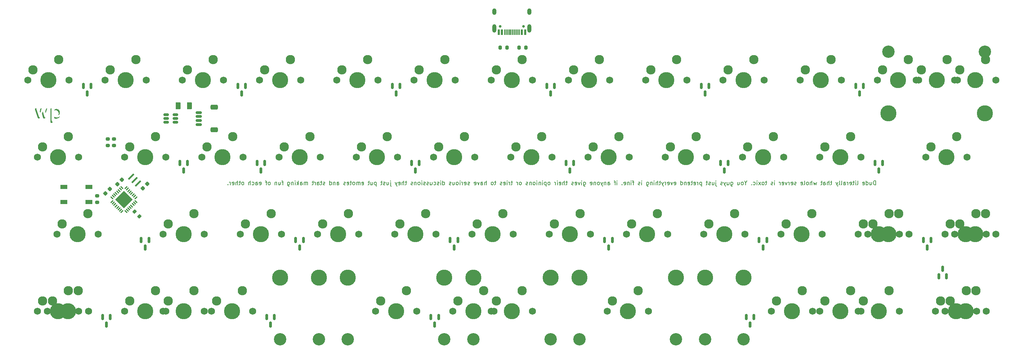
<source format=gbr>
%TF.GenerationSoftware,KiCad,Pcbnew,(6.0.0)*%
%TF.CreationDate,2022-05-03T21:15:31-05:00*%
%TF.ProjectId,QS-13u,51532d31-3375-42e6-9b69-6361645f7063,rev?*%
%TF.SameCoordinates,Original*%
%TF.FileFunction,Soldermask,Bot*%
%TF.FilePolarity,Negative*%
%FSLAX46Y46*%
G04 Gerber Fmt 4.6, Leading zero omitted, Abs format (unit mm)*
G04 Created by KiCad (PCBNEW (6.0.0)) date 2022-05-03 21:15:31*
%MOMM*%
%LPD*%
G01*
G04 APERTURE LIST*
G04 Aperture macros list*
%AMRoundRect*
0 Rectangle with rounded corners*
0 $1 Rounding radius*
0 $2 $3 $4 $5 $6 $7 $8 $9 X,Y pos of 4 corners*
0 Add a 4 corners polygon primitive as box body*
4,1,4,$2,$3,$4,$5,$6,$7,$8,$9,$2,$3,0*
0 Add four circle primitives for the rounded corners*
1,1,$1+$1,$2,$3*
1,1,$1+$1,$4,$5*
1,1,$1+$1,$6,$7*
1,1,$1+$1,$8,$9*
0 Add four rect primitives between the rounded corners*
20,1,$1+$1,$2,$3,$4,$5,0*
20,1,$1+$1,$4,$5,$6,$7,0*
20,1,$1+$1,$6,$7,$8,$9,0*
20,1,$1+$1,$8,$9,$2,$3,0*%
%AMRotRect*
0 Rectangle, with rotation*
0 The origin of the aperture is its center*
0 $1 length*
0 $2 width*
0 $3 Rotation angle, in degrees counterclockwise*
0 Add horizontal line*
21,1,$1,$2,0,0,$3*%
G04 Aperture macros list end*
%ADD10C,0.150000*%
%ADD11C,0.010000*%
%ADD12C,3.987800*%
%ADD13C,1.750000*%
%ADD14C,2.300000*%
%ADD15C,3.048000*%
%ADD16RotRect,0.400000X1.900000X315.000000*%
%ADD17RoundRect,0.150000X-0.150000X0.587500X-0.150000X-0.587500X0.150000X-0.587500X0.150000X0.587500X0*%
%ADD18RoundRect,0.200000X0.275000X-0.200000X0.275000X0.200000X-0.275000X0.200000X-0.275000X-0.200000X0*%
%ADD19C,0.650000*%
%ADD20R,0.600000X1.450000*%
%ADD21R,0.300000X1.450000*%
%ADD22O,1.000000X1.600000*%
%ADD23O,1.000000X2.100000*%
%ADD24RoundRect,0.062500X0.220971X0.309359X-0.309359X-0.220971X-0.220971X-0.309359X0.309359X0.220971X0*%
%ADD25RoundRect,0.062500X-0.220971X0.309359X-0.309359X0.220971X0.220971X-0.309359X0.309359X-0.220971X0*%
%ADD26RotRect,3.100000X3.100000X225.000000*%
%ADD27RoundRect,0.200000X-0.200000X-0.275000X0.200000X-0.275000X0.200000X0.275000X-0.200000X0.275000X0*%
%ADD28RoundRect,0.225000X0.017678X-0.335876X0.335876X-0.017678X-0.017678X0.335876X-0.335876X0.017678X0*%
%ADD29R,1.800000X1.100000*%
%ADD30RoundRect,0.150000X-0.512500X-0.150000X0.512500X-0.150000X0.512500X0.150000X-0.512500X0.150000X0*%
%ADD31RoundRect,0.200000X0.200000X0.275000X-0.200000X0.275000X-0.200000X-0.275000X0.200000X-0.275000X0*%
%ADD32RoundRect,0.200000X-0.275000X0.200000X-0.275000X-0.200000X0.275000X-0.200000X0.275000X0.200000X0*%
%ADD33RoundRect,0.150000X0.150000X-0.587500X0.150000X0.587500X-0.150000X0.587500X-0.150000X-0.587500X0*%
%ADD34RoundRect,0.200000X-0.335876X-0.053033X-0.053033X-0.335876X0.335876X0.053033X0.053033X0.335876X0*%
%ADD35RoundRect,0.250000X0.375000X0.625000X-0.375000X0.625000X-0.375000X-0.625000X0.375000X-0.625000X0*%
%ADD36RoundRect,0.150000X-0.625000X0.150000X-0.625000X-0.150000X0.625000X-0.150000X0.625000X0.150000X0*%
%ADD37RoundRect,0.250000X-0.650000X0.350000X-0.650000X-0.350000X0.650000X-0.350000X0.650000X0.350000X0*%
G04 APERTURE END LIST*
D10*
X245290952Y-67162380D02*
X245290952Y-66162380D01*
X245052857Y-66162380D01*
X244909999Y-66210000D01*
X244814761Y-66305238D01*
X244767142Y-66400476D01*
X244719523Y-66590952D01*
X244719523Y-66733809D01*
X244767142Y-66924285D01*
X244814761Y-67019523D01*
X244909999Y-67114761D01*
X245052857Y-67162380D01*
X245290952Y-67162380D01*
X243862380Y-66495714D02*
X243862380Y-67162380D01*
X244290952Y-66495714D02*
X244290952Y-67019523D01*
X244243333Y-67114761D01*
X244148095Y-67162380D01*
X244005238Y-67162380D01*
X243909999Y-67114761D01*
X243862380Y-67067142D01*
X242957619Y-67162380D02*
X242957619Y-66162380D01*
X242957619Y-67114761D02*
X243052857Y-67162380D01*
X243243333Y-67162380D01*
X243338571Y-67114761D01*
X243386190Y-67067142D01*
X243433809Y-66971904D01*
X243433809Y-66686190D01*
X243386190Y-66590952D01*
X243338571Y-66543333D01*
X243243333Y-66495714D01*
X243052857Y-66495714D01*
X242957619Y-66543333D01*
X242100476Y-67114761D02*
X242195714Y-67162380D01*
X242386190Y-67162380D01*
X242481428Y-67114761D01*
X242529047Y-67019523D01*
X242529047Y-66638571D01*
X242481428Y-66543333D01*
X242386190Y-66495714D01*
X242195714Y-66495714D01*
X242100476Y-66543333D01*
X242052857Y-66638571D01*
X242052857Y-66733809D01*
X242529047Y-66829047D01*
X240719523Y-67162380D02*
X240814761Y-67114761D01*
X240862380Y-67019523D01*
X240862380Y-66162380D01*
X240338571Y-67162380D02*
X240338571Y-66495714D01*
X240338571Y-66162380D02*
X240386190Y-66210000D01*
X240338571Y-66257619D01*
X240290952Y-66210000D01*
X240338571Y-66162380D01*
X240338571Y-66257619D01*
X240005238Y-66495714D02*
X239624285Y-66495714D01*
X239862380Y-66162380D02*
X239862380Y-67019523D01*
X239814761Y-67114761D01*
X239719523Y-67162380D01*
X239624285Y-67162380D01*
X238909999Y-67114761D02*
X239005238Y-67162380D01*
X239195714Y-67162380D01*
X239290952Y-67114761D01*
X239338571Y-67019523D01*
X239338571Y-66638571D01*
X239290952Y-66543333D01*
X239195714Y-66495714D01*
X239005238Y-66495714D01*
X238909999Y-66543333D01*
X238862380Y-66638571D01*
X238862380Y-66733809D01*
X239338571Y-66829047D01*
X238433809Y-67162380D02*
X238433809Y-66495714D01*
X238433809Y-66686190D02*
X238386190Y-66590952D01*
X238338571Y-66543333D01*
X238243333Y-66495714D01*
X238148095Y-66495714D01*
X237386190Y-67162380D02*
X237386190Y-66638571D01*
X237433809Y-66543333D01*
X237529047Y-66495714D01*
X237719523Y-66495714D01*
X237814761Y-66543333D01*
X237386190Y-67114761D02*
X237481428Y-67162380D01*
X237719523Y-67162380D01*
X237814761Y-67114761D01*
X237862380Y-67019523D01*
X237862380Y-66924285D01*
X237814761Y-66829047D01*
X237719523Y-66781428D01*
X237481428Y-66781428D01*
X237386190Y-66733809D01*
X236767142Y-67162380D02*
X236862380Y-67114761D01*
X236909999Y-67019523D01*
X236909999Y-66162380D01*
X236243333Y-67162380D02*
X236338571Y-67114761D01*
X236386190Y-67019523D01*
X236386190Y-66162380D01*
X235957619Y-66495714D02*
X235719523Y-67162380D01*
X235481428Y-66495714D02*
X235719523Y-67162380D01*
X235814761Y-67400476D01*
X235862380Y-67448095D01*
X235957619Y-67495714D01*
X234481428Y-66495714D02*
X234100476Y-66495714D01*
X234338571Y-66162380D02*
X234338571Y-67019523D01*
X234290952Y-67114761D01*
X234195714Y-67162380D01*
X234100476Y-67162380D01*
X233767142Y-67162380D02*
X233767142Y-66162380D01*
X233338571Y-67162380D02*
X233338571Y-66638571D01*
X233386190Y-66543333D01*
X233481428Y-66495714D01*
X233624285Y-66495714D01*
X233719523Y-66543333D01*
X233767142Y-66590952D01*
X232433809Y-67162380D02*
X232433809Y-66638571D01*
X232481428Y-66543333D01*
X232576666Y-66495714D01*
X232767142Y-66495714D01*
X232862380Y-66543333D01*
X232433809Y-67114761D02*
X232529047Y-67162380D01*
X232767142Y-67162380D01*
X232862380Y-67114761D01*
X232909999Y-67019523D01*
X232909999Y-66924285D01*
X232862380Y-66829047D01*
X232767142Y-66781428D01*
X232529047Y-66781428D01*
X232433809Y-66733809D01*
X232100476Y-66495714D02*
X231719523Y-66495714D01*
X231957619Y-66162380D02*
X231957619Y-67019523D01*
X231909999Y-67114761D01*
X231814761Y-67162380D01*
X231719523Y-67162380D01*
X230719523Y-66495714D02*
X230529047Y-67162380D01*
X230338571Y-66686190D01*
X230148095Y-67162380D01*
X229957619Y-66495714D01*
X229576666Y-67162380D02*
X229576666Y-66162380D01*
X229148095Y-67162380D02*
X229148095Y-66638571D01*
X229195714Y-66543333D01*
X229290952Y-66495714D01*
X229433809Y-66495714D01*
X229529047Y-66543333D01*
X229576666Y-66590952D01*
X228529047Y-67162380D02*
X228624285Y-67114761D01*
X228671904Y-67067142D01*
X228719523Y-66971904D01*
X228719523Y-66686190D01*
X228671904Y-66590952D01*
X228624285Y-66543333D01*
X228529047Y-66495714D01*
X228386190Y-66495714D01*
X228290952Y-66543333D01*
X228243333Y-66590952D01*
X228195714Y-66686190D01*
X228195714Y-66971904D01*
X228243333Y-67067142D01*
X228290952Y-67114761D01*
X228386190Y-67162380D01*
X228529047Y-67162380D01*
X227624285Y-67162380D02*
X227719523Y-67114761D01*
X227767142Y-67019523D01*
X227767142Y-66162380D01*
X226862380Y-67114761D02*
X226957619Y-67162380D01*
X227148095Y-67162380D01*
X227243333Y-67114761D01*
X227290952Y-67019523D01*
X227290952Y-66638571D01*
X227243333Y-66543333D01*
X227148095Y-66495714D01*
X226957619Y-66495714D01*
X226862380Y-66543333D01*
X226814761Y-66638571D01*
X226814761Y-66733809D01*
X227290952Y-66829047D01*
X225671904Y-67114761D02*
X225576666Y-67162380D01*
X225386190Y-67162380D01*
X225290952Y-67114761D01*
X225243333Y-67019523D01*
X225243333Y-66971904D01*
X225290952Y-66876666D01*
X225386190Y-66829047D01*
X225529047Y-66829047D01*
X225624285Y-66781428D01*
X225671904Y-66686190D01*
X225671904Y-66638571D01*
X225624285Y-66543333D01*
X225529047Y-66495714D01*
X225386190Y-66495714D01*
X225290952Y-66543333D01*
X224433809Y-67114761D02*
X224529047Y-67162380D01*
X224719523Y-67162380D01*
X224814761Y-67114761D01*
X224862380Y-67019523D01*
X224862380Y-66638571D01*
X224814761Y-66543333D01*
X224719523Y-66495714D01*
X224529047Y-66495714D01*
X224433809Y-66543333D01*
X224386190Y-66638571D01*
X224386190Y-66733809D01*
X224862380Y-66829047D01*
X223957619Y-67162380D02*
X223957619Y-66495714D01*
X223957619Y-66686190D02*
X223909999Y-66590952D01*
X223862380Y-66543333D01*
X223767142Y-66495714D01*
X223671904Y-66495714D01*
X223433809Y-66495714D02*
X223195714Y-67162380D01*
X222957619Y-66495714D01*
X222195714Y-67114761D02*
X222290952Y-67162380D01*
X222481428Y-67162380D01*
X222576666Y-67114761D01*
X222624285Y-67019523D01*
X222624285Y-66638571D01*
X222576666Y-66543333D01*
X222481428Y-66495714D01*
X222290952Y-66495714D01*
X222195714Y-66543333D01*
X222148095Y-66638571D01*
X222148095Y-66733809D01*
X222624285Y-66829047D01*
X221719523Y-67162380D02*
X221719523Y-66495714D01*
X221719523Y-66686190D02*
X221671904Y-66590952D01*
X221624285Y-66543333D01*
X221529047Y-66495714D01*
X221433809Y-66495714D01*
X220338571Y-67162380D02*
X220338571Y-66495714D01*
X220338571Y-66162380D02*
X220386190Y-66210000D01*
X220338571Y-66257619D01*
X220290952Y-66210000D01*
X220338571Y-66162380D01*
X220338571Y-66257619D01*
X219909999Y-67114761D02*
X219814761Y-67162380D01*
X219624285Y-67162380D01*
X219529047Y-67114761D01*
X219481428Y-67019523D01*
X219481428Y-66971904D01*
X219529047Y-66876666D01*
X219624285Y-66829047D01*
X219767142Y-66829047D01*
X219862380Y-66781428D01*
X219909999Y-66686190D01*
X219909999Y-66638571D01*
X219862380Y-66543333D01*
X219767142Y-66495714D01*
X219624285Y-66495714D01*
X219529047Y-66543333D01*
X218433809Y-66495714D02*
X218052857Y-66495714D01*
X218290952Y-66162380D02*
X218290952Y-67019523D01*
X218243333Y-67114761D01*
X218148095Y-67162380D01*
X218052857Y-67162380D01*
X217576666Y-67162380D02*
X217671904Y-67114761D01*
X217719523Y-67067142D01*
X217767142Y-66971904D01*
X217767142Y-66686190D01*
X217719523Y-66590952D01*
X217671904Y-66543333D01*
X217576666Y-66495714D01*
X217433809Y-66495714D01*
X217338571Y-66543333D01*
X217290952Y-66590952D01*
X217243333Y-66686190D01*
X217243333Y-66971904D01*
X217290952Y-67067142D01*
X217338571Y-67114761D01*
X217433809Y-67162380D01*
X217576666Y-67162380D01*
X216909999Y-67162380D02*
X216386190Y-66495714D01*
X216909999Y-66495714D02*
X216386190Y-67162380D01*
X216005238Y-67162380D02*
X216005238Y-66495714D01*
X216005238Y-66162380D02*
X216052857Y-66210000D01*
X216005238Y-66257619D01*
X215957619Y-66210000D01*
X216005238Y-66162380D01*
X216005238Y-66257619D01*
X215100476Y-67114761D02*
X215195714Y-67162380D01*
X215386190Y-67162380D01*
X215481428Y-67114761D01*
X215529047Y-67067142D01*
X215576666Y-66971904D01*
X215576666Y-66686190D01*
X215529047Y-66590952D01*
X215481428Y-66543333D01*
X215386190Y-66495714D01*
X215195714Y-66495714D01*
X215100476Y-66543333D01*
X214671904Y-67067142D02*
X214624285Y-67114761D01*
X214671904Y-67162380D01*
X214719523Y-67114761D01*
X214671904Y-67067142D01*
X214671904Y-67162380D01*
X213243333Y-66686190D02*
X213243333Y-67162380D01*
X213576666Y-66162380D02*
X213243333Y-66686190D01*
X212909999Y-66162380D01*
X212433809Y-67162380D02*
X212529047Y-67114761D01*
X212576666Y-67067142D01*
X212624285Y-66971904D01*
X212624285Y-66686190D01*
X212576666Y-66590952D01*
X212529047Y-66543333D01*
X212433809Y-66495714D01*
X212290952Y-66495714D01*
X212195714Y-66543333D01*
X212148095Y-66590952D01*
X212100476Y-66686190D01*
X212100476Y-66971904D01*
X212148095Y-67067142D01*
X212195714Y-67114761D01*
X212290952Y-67162380D01*
X212433809Y-67162380D01*
X211243333Y-66495714D02*
X211243333Y-67162380D01*
X211671904Y-66495714D02*
X211671904Y-67019523D01*
X211624285Y-67114761D01*
X211529047Y-67162380D01*
X211386190Y-67162380D01*
X211290952Y-67114761D01*
X211243333Y-67067142D01*
X209576666Y-66495714D02*
X209576666Y-67305238D01*
X209624285Y-67400476D01*
X209671904Y-67448095D01*
X209767142Y-67495714D01*
X209909999Y-67495714D01*
X210005238Y-67448095D01*
X209576666Y-67114761D02*
X209671904Y-67162380D01*
X209862380Y-67162380D01*
X209957619Y-67114761D01*
X210005238Y-67067142D01*
X210052857Y-66971904D01*
X210052857Y-66686190D01*
X210005238Y-66590952D01*
X209957619Y-66543333D01*
X209862380Y-66495714D01*
X209671904Y-66495714D01*
X209576666Y-66543333D01*
X208671904Y-66495714D02*
X208671904Y-67162380D01*
X209100476Y-66495714D02*
X209100476Y-67019523D01*
X209052857Y-67114761D01*
X208957619Y-67162380D01*
X208814761Y-67162380D01*
X208719523Y-67114761D01*
X208671904Y-67067142D01*
X208290952Y-66495714D02*
X208052857Y-67162380D01*
X207814761Y-66495714D02*
X208052857Y-67162380D01*
X208148095Y-67400476D01*
X208195714Y-67448095D01*
X208290952Y-67495714D01*
X207481428Y-67114761D02*
X207386190Y-67162380D01*
X207195714Y-67162380D01*
X207100476Y-67114761D01*
X207052857Y-67019523D01*
X207052857Y-66971904D01*
X207100476Y-66876666D01*
X207195714Y-66829047D01*
X207338571Y-66829047D01*
X207433809Y-66781428D01*
X207481428Y-66686190D01*
X207481428Y-66638571D01*
X207433809Y-66543333D01*
X207338571Y-66495714D01*
X207195714Y-66495714D01*
X207100476Y-66543333D01*
X205862380Y-66495714D02*
X205862380Y-67352857D01*
X205909999Y-67448095D01*
X206005238Y-67495714D01*
X206052857Y-67495714D01*
X205862380Y-66162380D02*
X205909999Y-66210000D01*
X205862380Y-66257619D01*
X205814761Y-66210000D01*
X205862380Y-66162380D01*
X205862380Y-66257619D01*
X204957619Y-66495714D02*
X204957619Y-67162380D01*
X205386190Y-66495714D02*
X205386190Y-67019523D01*
X205338571Y-67114761D01*
X205243333Y-67162380D01*
X205100476Y-67162380D01*
X205005238Y-67114761D01*
X204957619Y-67067142D01*
X204529047Y-67114761D02*
X204433809Y-67162380D01*
X204243333Y-67162380D01*
X204148095Y-67114761D01*
X204100476Y-67019523D01*
X204100476Y-66971904D01*
X204148095Y-66876666D01*
X204243333Y-66829047D01*
X204386190Y-66829047D01*
X204481428Y-66781428D01*
X204529047Y-66686190D01*
X204529047Y-66638571D01*
X204481428Y-66543333D01*
X204386190Y-66495714D01*
X204243333Y-66495714D01*
X204148095Y-66543333D01*
X203814761Y-66495714D02*
X203433809Y-66495714D01*
X203671904Y-66162380D02*
X203671904Y-67019523D01*
X203624285Y-67114761D01*
X203529047Y-67162380D01*
X203433809Y-67162380D01*
X202338571Y-66495714D02*
X202338571Y-67495714D01*
X202338571Y-66543333D02*
X202243333Y-66495714D01*
X202052857Y-66495714D01*
X201957619Y-66543333D01*
X201909999Y-66590952D01*
X201862380Y-66686190D01*
X201862380Y-66971904D01*
X201909999Y-67067142D01*
X201957619Y-67114761D01*
X202052857Y-67162380D01*
X202243333Y-67162380D01*
X202338571Y-67114761D01*
X201433809Y-67162380D02*
X201433809Y-66495714D01*
X201433809Y-66686190D02*
X201386190Y-66590952D01*
X201338571Y-66543333D01*
X201243333Y-66495714D01*
X201148095Y-66495714D01*
X200433809Y-67114761D02*
X200529047Y-67162380D01*
X200719523Y-67162380D01*
X200814761Y-67114761D01*
X200862380Y-67019523D01*
X200862380Y-66638571D01*
X200814761Y-66543333D01*
X200719523Y-66495714D01*
X200529047Y-66495714D01*
X200433809Y-66543333D01*
X200386190Y-66638571D01*
X200386190Y-66733809D01*
X200862380Y-66829047D01*
X200100476Y-66495714D02*
X199719523Y-66495714D01*
X199957619Y-66162380D02*
X199957619Y-67019523D01*
X199909999Y-67114761D01*
X199814761Y-67162380D01*
X199719523Y-67162380D01*
X199005238Y-67114761D02*
X199100476Y-67162380D01*
X199290952Y-67162380D01*
X199386190Y-67114761D01*
X199433809Y-67019523D01*
X199433809Y-66638571D01*
X199386190Y-66543333D01*
X199290952Y-66495714D01*
X199100476Y-66495714D01*
X199005238Y-66543333D01*
X198957619Y-66638571D01*
X198957619Y-66733809D01*
X199433809Y-66829047D01*
X198529047Y-66495714D02*
X198529047Y-67162380D01*
X198529047Y-66590952D02*
X198481428Y-66543333D01*
X198386190Y-66495714D01*
X198243333Y-66495714D01*
X198148095Y-66543333D01*
X198100476Y-66638571D01*
X198100476Y-67162380D01*
X197195714Y-67162380D02*
X197195714Y-66162380D01*
X197195714Y-67114761D02*
X197290952Y-67162380D01*
X197481428Y-67162380D01*
X197576666Y-67114761D01*
X197624285Y-67067142D01*
X197671904Y-66971904D01*
X197671904Y-66686190D01*
X197624285Y-66590952D01*
X197576666Y-66543333D01*
X197481428Y-66495714D01*
X197290952Y-66495714D01*
X197195714Y-66543333D01*
X195576666Y-67114761D02*
X195671904Y-67162380D01*
X195862380Y-67162380D01*
X195957619Y-67114761D01*
X196005238Y-67019523D01*
X196005238Y-66638571D01*
X195957619Y-66543333D01*
X195862380Y-66495714D01*
X195671904Y-66495714D01*
X195576666Y-66543333D01*
X195529047Y-66638571D01*
X195529047Y-66733809D01*
X196005238Y-66829047D01*
X195195714Y-66495714D02*
X194957619Y-67162380D01*
X194719523Y-66495714D01*
X193957619Y-67114761D02*
X194052857Y-67162380D01*
X194243333Y-67162380D01*
X194338571Y-67114761D01*
X194386190Y-67019523D01*
X194386190Y-66638571D01*
X194338571Y-66543333D01*
X194243333Y-66495714D01*
X194052857Y-66495714D01*
X193957619Y-66543333D01*
X193909999Y-66638571D01*
X193909999Y-66733809D01*
X194386190Y-66829047D01*
X193481428Y-67162380D02*
X193481428Y-66495714D01*
X193481428Y-66686190D02*
X193433809Y-66590952D01*
X193386190Y-66543333D01*
X193290952Y-66495714D01*
X193195714Y-66495714D01*
X192957619Y-66495714D02*
X192719523Y-67162380D01*
X192481428Y-66495714D02*
X192719523Y-67162380D01*
X192814761Y-67400476D01*
X192862380Y-67448095D01*
X192957619Y-67495714D01*
X192243333Y-66495714D02*
X191862380Y-66495714D01*
X192100476Y-66162380D02*
X192100476Y-67019523D01*
X192052857Y-67114761D01*
X191957619Y-67162380D01*
X191862380Y-67162380D01*
X191529047Y-67162380D02*
X191529047Y-66162380D01*
X191100476Y-67162380D02*
X191100476Y-66638571D01*
X191148095Y-66543333D01*
X191243333Y-66495714D01*
X191386190Y-66495714D01*
X191481428Y-66543333D01*
X191529047Y-66590952D01*
X190624285Y-67162380D02*
X190624285Y-66495714D01*
X190624285Y-66162380D02*
X190671904Y-66210000D01*
X190624285Y-66257619D01*
X190576666Y-66210000D01*
X190624285Y-66162380D01*
X190624285Y-66257619D01*
X190148095Y-66495714D02*
X190148095Y-67162380D01*
X190148095Y-66590952D02*
X190100476Y-66543333D01*
X190005238Y-66495714D01*
X189862380Y-66495714D01*
X189767142Y-66543333D01*
X189719523Y-66638571D01*
X189719523Y-67162380D01*
X188814761Y-66495714D02*
X188814761Y-67305238D01*
X188862380Y-67400476D01*
X188909999Y-67448095D01*
X189005238Y-67495714D01*
X189148095Y-67495714D01*
X189243333Y-67448095D01*
X188814761Y-67114761D02*
X188909999Y-67162380D01*
X189100476Y-67162380D01*
X189195714Y-67114761D01*
X189243333Y-67067142D01*
X189290952Y-66971904D01*
X189290952Y-66686190D01*
X189243333Y-66590952D01*
X189195714Y-66543333D01*
X189100476Y-66495714D01*
X188909999Y-66495714D01*
X188814761Y-66543333D01*
X187576666Y-67162380D02*
X187576666Y-66495714D01*
X187576666Y-66162380D02*
X187624285Y-66210000D01*
X187576666Y-66257619D01*
X187529047Y-66210000D01*
X187576666Y-66162380D01*
X187576666Y-66257619D01*
X187148095Y-67114761D02*
X187052857Y-67162380D01*
X186862380Y-67162380D01*
X186767142Y-67114761D01*
X186719523Y-67019523D01*
X186719523Y-66971904D01*
X186767142Y-66876666D01*
X186862380Y-66829047D01*
X187005238Y-66829047D01*
X187100476Y-66781428D01*
X187148095Y-66686190D01*
X187148095Y-66638571D01*
X187100476Y-66543333D01*
X187005238Y-66495714D01*
X186862380Y-66495714D01*
X186767142Y-66543333D01*
X185671904Y-66495714D02*
X185290952Y-66495714D01*
X185529047Y-67162380D02*
X185529047Y-66305238D01*
X185481428Y-66210000D01*
X185386190Y-66162380D01*
X185290952Y-66162380D01*
X184957619Y-67162380D02*
X184957619Y-66495714D01*
X184957619Y-66162380D02*
X185005238Y-66210000D01*
X184957619Y-66257619D01*
X184909999Y-66210000D01*
X184957619Y-66162380D01*
X184957619Y-66257619D01*
X184481428Y-66495714D02*
X184481428Y-67162380D01*
X184481428Y-66590952D02*
X184433809Y-66543333D01*
X184338571Y-66495714D01*
X184195714Y-66495714D01*
X184100476Y-66543333D01*
X184052857Y-66638571D01*
X184052857Y-67162380D01*
X183195714Y-67114761D02*
X183290952Y-67162380D01*
X183481428Y-67162380D01*
X183576666Y-67114761D01*
X183624285Y-67019523D01*
X183624285Y-66638571D01*
X183576666Y-66543333D01*
X183481428Y-66495714D01*
X183290952Y-66495714D01*
X183195714Y-66543333D01*
X183148095Y-66638571D01*
X183148095Y-66733809D01*
X183624285Y-66829047D01*
X182719523Y-67067142D02*
X182671904Y-67114761D01*
X182719523Y-67162380D01*
X182767142Y-67114761D01*
X182719523Y-67067142D01*
X182719523Y-67162380D01*
X181481428Y-67162380D02*
X181481428Y-66495714D01*
X181481428Y-66162380D02*
X181529047Y-66210000D01*
X181481428Y-66257619D01*
X181433809Y-66210000D01*
X181481428Y-66162380D01*
X181481428Y-66257619D01*
X181148095Y-66495714D02*
X180767142Y-66495714D01*
X181005238Y-67162380D02*
X181005238Y-66305238D01*
X180957619Y-66210000D01*
X180862380Y-66162380D01*
X180767142Y-66162380D01*
X179243333Y-67162380D02*
X179243333Y-66638571D01*
X179290952Y-66543333D01*
X179386190Y-66495714D01*
X179576666Y-66495714D01*
X179671904Y-66543333D01*
X179243333Y-67114761D02*
X179338571Y-67162380D01*
X179576666Y-67162380D01*
X179671904Y-67114761D01*
X179719523Y-67019523D01*
X179719523Y-66924285D01*
X179671904Y-66829047D01*
X179576666Y-66781428D01*
X179338571Y-66781428D01*
X179243333Y-66733809D01*
X178767142Y-66495714D02*
X178767142Y-67162380D01*
X178767142Y-66590952D02*
X178719523Y-66543333D01*
X178624285Y-66495714D01*
X178481428Y-66495714D01*
X178386190Y-66543333D01*
X178338571Y-66638571D01*
X178338571Y-67162380D01*
X177957619Y-66495714D02*
X177719523Y-67162380D01*
X177481428Y-66495714D02*
X177719523Y-67162380D01*
X177814761Y-67400476D01*
X177862380Y-67448095D01*
X177957619Y-67495714D01*
X176957619Y-67162380D02*
X177052857Y-67114761D01*
X177100476Y-67067142D01*
X177148095Y-66971904D01*
X177148095Y-66686190D01*
X177100476Y-66590952D01*
X177052857Y-66543333D01*
X176957619Y-66495714D01*
X176814761Y-66495714D01*
X176719523Y-66543333D01*
X176671904Y-66590952D01*
X176624285Y-66686190D01*
X176624285Y-66971904D01*
X176671904Y-67067142D01*
X176719523Y-67114761D01*
X176814761Y-67162380D01*
X176957619Y-67162380D01*
X176195714Y-66495714D02*
X176195714Y-67162380D01*
X176195714Y-66590952D02*
X176148095Y-66543333D01*
X176052857Y-66495714D01*
X175909999Y-66495714D01*
X175814761Y-66543333D01*
X175767142Y-66638571D01*
X175767142Y-67162380D01*
X174909999Y-67114761D02*
X175005238Y-67162380D01*
X175195714Y-67162380D01*
X175290952Y-67114761D01*
X175338571Y-67019523D01*
X175338571Y-66638571D01*
X175290952Y-66543333D01*
X175195714Y-66495714D01*
X175005238Y-66495714D01*
X174909999Y-66543333D01*
X174862380Y-66638571D01*
X174862380Y-66733809D01*
X175338571Y-66829047D01*
X173243333Y-66495714D02*
X173243333Y-67305238D01*
X173290952Y-67400476D01*
X173338571Y-67448095D01*
X173433809Y-67495714D01*
X173576666Y-67495714D01*
X173671904Y-67448095D01*
X173243333Y-67114761D02*
X173338571Y-67162380D01*
X173529047Y-67162380D01*
X173624285Y-67114761D01*
X173671904Y-67067142D01*
X173719523Y-66971904D01*
X173719523Y-66686190D01*
X173671904Y-66590952D01*
X173624285Y-66543333D01*
X173529047Y-66495714D01*
X173338571Y-66495714D01*
X173243333Y-66543333D01*
X172767142Y-67162380D02*
X172767142Y-66495714D01*
X172767142Y-66162380D02*
X172814761Y-66210000D01*
X172767142Y-66257619D01*
X172719523Y-66210000D01*
X172767142Y-66162380D01*
X172767142Y-66257619D01*
X172386190Y-66495714D02*
X172148095Y-67162380D01*
X171909999Y-66495714D01*
X171148095Y-67114761D02*
X171243333Y-67162380D01*
X171433809Y-67162380D01*
X171529047Y-67114761D01*
X171576666Y-67019523D01*
X171576666Y-66638571D01*
X171529047Y-66543333D01*
X171433809Y-66495714D01*
X171243333Y-66495714D01*
X171148095Y-66543333D01*
X171100476Y-66638571D01*
X171100476Y-66733809D01*
X171576666Y-66829047D01*
X170719523Y-67114761D02*
X170624285Y-67162380D01*
X170433809Y-67162380D01*
X170338571Y-67114761D01*
X170290952Y-67019523D01*
X170290952Y-66971904D01*
X170338571Y-66876666D01*
X170433809Y-66829047D01*
X170576666Y-66829047D01*
X170671904Y-66781428D01*
X170719523Y-66686190D01*
X170719523Y-66638571D01*
X170671904Y-66543333D01*
X170576666Y-66495714D01*
X170433809Y-66495714D01*
X170338571Y-66543333D01*
X169243333Y-66495714D02*
X168862380Y-66495714D01*
X169100476Y-66162380D02*
X169100476Y-67019523D01*
X169052857Y-67114761D01*
X168957619Y-67162380D01*
X168862380Y-67162380D01*
X168529047Y-67162380D02*
X168529047Y-66162380D01*
X168100476Y-67162380D02*
X168100476Y-66638571D01*
X168148095Y-66543333D01*
X168243333Y-66495714D01*
X168386190Y-66495714D01*
X168481428Y-66543333D01*
X168529047Y-66590952D01*
X167243333Y-67114761D02*
X167338571Y-67162380D01*
X167529047Y-67162380D01*
X167624285Y-67114761D01*
X167671904Y-67019523D01*
X167671904Y-66638571D01*
X167624285Y-66543333D01*
X167529047Y-66495714D01*
X167338571Y-66495714D01*
X167243333Y-66543333D01*
X167195714Y-66638571D01*
X167195714Y-66733809D01*
X167671904Y-66829047D01*
X166767142Y-67162380D02*
X166767142Y-66495714D01*
X166767142Y-66162380D02*
X166814761Y-66210000D01*
X166767142Y-66257619D01*
X166719523Y-66210000D01*
X166767142Y-66162380D01*
X166767142Y-66257619D01*
X166290952Y-67162380D02*
X166290952Y-66495714D01*
X166290952Y-66686190D02*
X166243333Y-66590952D01*
X166195714Y-66543333D01*
X166100476Y-66495714D01*
X166005238Y-66495714D01*
X164767142Y-67162380D02*
X164862380Y-67114761D01*
X164909999Y-67067142D01*
X164957619Y-66971904D01*
X164957619Y-66686190D01*
X164909999Y-66590952D01*
X164862380Y-66543333D01*
X164767142Y-66495714D01*
X164624285Y-66495714D01*
X164529047Y-66543333D01*
X164481428Y-66590952D01*
X164433809Y-66686190D01*
X164433809Y-66971904D01*
X164481428Y-67067142D01*
X164529047Y-67114761D01*
X164624285Y-67162380D01*
X164767142Y-67162380D01*
X164005238Y-66495714D02*
X164005238Y-67495714D01*
X164005238Y-66543333D02*
X163909999Y-66495714D01*
X163719523Y-66495714D01*
X163624285Y-66543333D01*
X163576666Y-66590952D01*
X163529047Y-66686190D01*
X163529047Y-66971904D01*
X163576666Y-67067142D01*
X163624285Y-67114761D01*
X163719523Y-67162380D01*
X163909999Y-67162380D01*
X164005238Y-67114761D01*
X163100476Y-67162380D02*
X163100476Y-66495714D01*
X163100476Y-66162380D02*
X163148095Y-66210000D01*
X163100476Y-66257619D01*
X163052857Y-66210000D01*
X163100476Y-66162380D01*
X163100476Y-66257619D01*
X162624285Y-66495714D02*
X162624285Y-67162380D01*
X162624285Y-66590952D02*
X162576666Y-66543333D01*
X162481428Y-66495714D01*
X162338571Y-66495714D01*
X162243333Y-66543333D01*
X162195714Y-66638571D01*
X162195714Y-67162380D01*
X161719523Y-67162380D02*
X161719523Y-66495714D01*
X161719523Y-66162380D02*
X161767142Y-66210000D01*
X161719523Y-66257619D01*
X161671904Y-66210000D01*
X161719523Y-66162380D01*
X161719523Y-66257619D01*
X161100476Y-67162380D02*
X161195714Y-67114761D01*
X161243333Y-67067142D01*
X161290952Y-66971904D01*
X161290952Y-66686190D01*
X161243333Y-66590952D01*
X161195714Y-66543333D01*
X161100476Y-66495714D01*
X160957619Y-66495714D01*
X160862380Y-66543333D01*
X160814761Y-66590952D01*
X160767142Y-66686190D01*
X160767142Y-66971904D01*
X160814761Y-67067142D01*
X160862380Y-67114761D01*
X160957619Y-67162380D01*
X161100476Y-67162380D01*
X160338571Y-66495714D02*
X160338571Y-67162380D01*
X160338571Y-66590952D02*
X160290952Y-66543333D01*
X160195714Y-66495714D01*
X160052857Y-66495714D01*
X159957619Y-66543333D01*
X159909999Y-66638571D01*
X159909999Y-67162380D01*
X159481428Y-67114761D02*
X159386190Y-67162380D01*
X159195714Y-67162380D01*
X159100476Y-67114761D01*
X159052857Y-67019523D01*
X159052857Y-66971904D01*
X159100476Y-66876666D01*
X159195714Y-66829047D01*
X159338571Y-66829047D01*
X159433809Y-66781428D01*
X159481428Y-66686190D01*
X159481428Y-66638571D01*
X159433809Y-66543333D01*
X159338571Y-66495714D01*
X159195714Y-66495714D01*
X159100476Y-66543333D01*
X157719523Y-67162380D02*
X157814761Y-67114761D01*
X157862380Y-67067142D01*
X157909999Y-66971904D01*
X157909999Y-66686190D01*
X157862380Y-66590952D01*
X157814761Y-66543333D01*
X157719523Y-66495714D01*
X157576666Y-66495714D01*
X157481428Y-66543333D01*
X157433809Y-66590952D01*
X157386190Y-66686190D01*
X157386190Y-66971904D01*
X157433809Y-67067142D01*
X157481428Y-67114761D01*
X157576666Y-67162380D01*
X157719523Y-67162380D01*
X156957619Y-67162380D02*
X156957619Y-66495714D01*
X156957619Y-66686190D02*
X156909999Y-66590952D01*
X156862380Y-66543333D01*
X156767142Y-66495714D01*
X156671904Y-66495714D01*
X155719523Y-66495714D02*
X155338571Y-66495714D01*
X155576666Y-66162380D02*
X155576666Y-67019523D01*
X155529047Y-67114761D01*
X155433809Y-67162380D01*
X155338571Y-67162380D01*
X155005238Y-67162380D02*
X155005238Y-66495714D01*
X155005238Y-66686190D02*
X154957619Y-66590952D01*
X154909999Y-66543333D01*
X154814761Y-66495714D01*
X154719523Y-66495714D01*
X154386190Y-67162380D02*
X154386190Y-66495714D01*
X154386190Y-66162380D02*
X154433809Y-66210000D01*
X154386190Y-66257619D01*
X154338571Y-66210000D01*
X154386190Y-66162380D01*
X154386190Y-66257619D01*
X153529047Y-67114761D02*
X153624285Y-67162380D01*
X153814761Y-67162380D01*
X153909999Y-67114761D01*
X153957619Y-67019523D01*
X153957619Y-66638571D01*
X153909999Y-66543333D01*
X153814761Y-66495714D01*
X153624285Y-66495714D01*
X153529047Y-66543333D01*
X153481428Y-66638571D01*
X153481428Y-66733809D01*
X153957619Y-66829047D01*
X153100476Y-67114761D02*
X153005238Y-67162380D01*
X152814761Y-67162380D01*
X152719523Y-67114761D01*
X152671904Y-67019523D01*
X152671904Y-66971904D01*
X152719523Y-66876666D01*
X152814761Y-66829047D01*
X152957619Y-66829047D01*
X153052857Y-66781428D01*
X153100476Y-66686190D01*
X153100476Y-66638571D01*
X153052857Y-66543333D01*
X152957619Y-66495714D01*
X152814761Y-66495714D01*
X152719523Y-66543333D01*
X151624285Y-66495714D02*
X151243333Y-66495714D01*
X151481428Y-66162380D02*
X151481428Y-67019523D01*
X151433809Y-67114761D01*
X151338571Y-67162380D01*
X151243333Y-67162380D01*
X150767142Y-67162380D02*
X150862380Y-67114761D01*
X150909999Y-67067142D01*
X150957619Y-66971904D01*
X150957619Y-66686190D01*
X150909999Y-66590952D01*
X150862380Y-66543333D01*
X150767142Y-66495714D01*
X150624285Y-66495714D01*
X150529047Y-66543333D01*
X150481428Y-66590952D01*
X150433809Y-66686190D01*
X150433809Y-66971904D01*
X150481428Y-67067142D01*
X150529047Y-67114761D01*
X150624285Y-67162380D01*
X150767142Y-67162380D01*
X149243333Y-67162380D02*
X149243333Y-66162380D01*
X148814761Y-67162380D02*
X148814761Y-66638571D01*
X148862380Y-66543333D01*
X148957619Y-66495714D01*
X149100476Y-66495714D01*
X149195714Y-66543333D01*
X149243333Y-66590952D01*
X147909999Y-67162380D02*
X147909999Y-66638571D01*
X147957619Y-66543333D01*
X148052857Y-66495714D01*
X148243333Y-66495714D01*
X148338571Y-66543333D01*
X147909999Y-67114761D02*
X148005238Y-67162380D01*
X148243333Y-67162380D01*
X148338571Y-67114761D01*
X148386190Y-67019523D01*
X148386190Y-66924285D01*
X148338571Y-66829047D01*
X148243333Y-66781428D01*
X148005238Y-66781428D01*
X147909999Y-66733809D01*
X147529047Y-66495714D02*
X147290952Y-67162380D01*
X147052857Y-66495714D01*
X146290952Y-67114761D02*
X146386190Y-67162380D01*
X146576666Y-67162380D01*
X146671904Y-67114761D01*
X146719523Y-67019523D01*
X146719523Y-66638571D01*
X146671904Y-66543333D01*
X146576666Y-66495714D01*
X146386190Y-66495714D01*
X146290952Y-66543333D01*
X146243333Y-66638571D01*
X146243333Y-66733809D01*
X146719523Y-66829047D01*
X145100476Y-67114761D02*
X145005238Y-67162380D01*
X144814761Y-67162380D01*
X144719523Y-67114761D01*
X144671904Y-67019523D01*
X144671904Y-66971904D01*
X144719523Y-66876666D01*
X144814761Y-66829047D01*
X144957619Y-66829047D01*
X145052857Y-66781428D01*
X145100476Y-66686190D01*
X145100476Y-66638571D01*
X145052857Y-66543333D01*
X144957619Y-66495714D01*
X144814761Y-66495714D01*
X144719523Y-66543333D01*
X143862380Y-67114761D02*
X143957619Y-67162380D01*
X144148095Y-67162380D01*
X144243333Y-67114761D01*
X144290952Y-67019523D01*
X144290952Y-66638571D01*
X144243333Y-66543333D01*
X144148095Y-66495714D01*
X143957619Y-66495714D01*
X143862380Y-66543333D01*
X143814761Y-66638571D01*
X143814761Y-66733809D01*
X144290952Y-66829047D01*
X143386190Y-67162380D02*
X143386190Y-66495714D01*
X143386190Y-66686190D02*
X143338571Y-66590952D01*
X143290952Y-66543333D01*
X143195714Y-66495714D01*
X143100476Y-66495714D01*
X142767142Y-67162380D02*
X142767142Y-66495714D01*
X142767142Y-66162380D02*
X142814761Y-66210000D01*
X142767142Y-66257619D01*
X142719523Y-66210000D01*
X142767142Y-66162380D01*
X142767142Y-66257619D01*
X142148095Y-67162380D02*
X142243333Y-67114761D01*
X142290952Y-67067142D01*
X142338571Y-66971904D01*
X142338571Y-66686190D01*
X142290952Y-66590952D01*
X142243333Y-66543333D01*
X142148095Y-66495714D01*
X142005238Y-66495714D01*
X141909999Y-66543333D01*
X141862380Y-66590952D01*
X141814761Y-66686190D01*
X141814761Y-66971904D01*
X141862380Y-67067142D01*
X141909999Y-67114761D01*
X142005238Y-67162380D01*
X142148095Y-67162380D01*
X140957619Y-66495714D02*
X140957619Y-67162380D01*
X141386190Y-66495714D02*
X141386190Y-67019523D01*
X141338571Y-67114761D01*
X141243333Y-67162380D01*
X141100476Y-67162380D01*
X141005238Y-67114761D01*
X140957619Y-67067142D01*
X140529047Y-67114761D02*
X140433809Y-67162380D01*
X140243333Y-67162380D01*
X140148095Y-67114761D01*
X140100476Y-67019523D01*
X140100476Y-66971904D01*
X140148095Y-66876666D01*
X140243333Y-66829047D01*
X140386190Y-66829047D01*
X140481428Y-66781428D01*
X140529047Y-66686190D01*
X140529047Y-66638571D01*
X140481428Y-66543333D01*
X140386190Y-66495714D01*
X140243333Y-66495714D01*
X140148095Y-66543333D01*
X138481428Y-67162380D02*
X138481428Y-66162380D01*
X138481428Y-67114761D02*
X138576666Y-67162380D01*
X138767142Y-67162380D01*
X138862380Y-67114761D01*
X138909999Y-67067142D01*
X138957619Y-66971904D01*
X138957619Y-66686190D01*
X138909999Y-66590952D01*
X138862380Y-66543333D01*
X138767142Y-66495714D01*
X138576666Y-66495714D01*
X138481428Y-66543333D01*
X138005238Y-67162380D02*
X138005238Y-66495714D01*
X138005238Y-66162380D02*
X138052857Y-66210000D01*
X138005238Y-66257619D01*
X137957619Y-66210000D01*
X138005238Y-66162380D01*
X138005238Y-66257619D01*
X137576666Y-67114761D02*
X137481428Y-67162380D01*
X137290952Y-67162380D01*
X137195714Y-67114761D01*
X137148095Y-67019523D01*
X137148095Y-66971904D01*
X137195714Y-66876666D01*
X137290952Y-66829047D01*
X137433809Y-66829047D01*
X137529047Y-66781428D01*
X137576666Y-66686190D01*
X137576666Y-66638571D01*
X137529047Y-66543333D01*
X137433809Y-66495714D01*
X137290952Y-66495714D01*
X137195714Y-66543333D01*
X136290952Y-67114761D02*
X136386190Y-67162380D01*
X136576666Y-67162380D01*
X136671904Y-67114761D01*
X136719523Y-67067142D01*
X136767142Y-66971904D01*
X136767142Y-66686190D01*
X136719523Y-66590952D01*
X136671904Y-66543333D01*
X136576666Y-66495714D01*
X136386190Y-66495714D01*
X136290952Y-66543333D01*
X135433809Y-66495714D02*
X135433809Y-67162380D01*
X135862380Y-66495714D02*
X135862380Y-67019523D01*
X135814761Y-67114761D01*
X135719523Y-67162380D01*
X135576666Y-67162380D01*
X135481428Y-67114761D01*
X135433809Y-67067142D01*
X135005238Y-67114761D02*
X134909999Y-67162380D01*
X134719523Y-67162380D01*
X134624285Y-67114761D01*
X134576666Y-67019523D01*
X134576666Y-66971904D01*
X134624285Y-66876666D01*
X134719523Y-66829047D01*
X134862380Y-66829047D01*
X134957619Y-66781428D01*
X135005238Y-66686190D01*
X135005238Y-66638571D01*
X134957619Y-66543333D01*
X134862380Y-66495714D01*
X134719523Y-66495714D01*
X134624285Y-66543333D01*
X134195714Y-67114761D02*
X134100476Y-67162380D01*
X133909999Y-67162380D01*
X133814761Y-67114761D01*
X133767142Y-67019523D01*
X133767142Y-66971904D01*
X133814761Y-66876666D01*
X133909999Y-66829047D01*
X134052857Y-66829047D01*
X134148095Y-66781428D01*
X134195714Y-66686190D01*
X134195714Y-66638571D01*
X134148095Y-66543333D01*
X134052857Y-66495714D01*
X133909999Y-66495714D01*
X133814761Y-66543333D01*
X133338571Y-67162380D02*
X133338571Y-66495714D01*
X133338571Y-66162380D02*
X133386190Y-66210000D01*
X133338571Y-66257619D01*
X133290952Y-66210000D01*
X133338571Y-66162380D01*
X133338571Y-66257619D01*
X132719523Y-67162380D02*
X132814761Y-67114761D01*
X132862380Y-67067142D01*
X132909999Y-66971904D01*
X132909999Y-66686190D01*
X132862380Y-66590952D01*
X132814761Y-66543333D01*
X132719523Y-66495714D01*
X132576666Y-66495714D01*
X132481428Y-66543333D01*
X132433809Y-66590952D01*
X132386190Y-66686190D01*
X132386190Y-66971904D01*
X132433809Y-67067142D01*
X132481428Y-67114761D01*
X132576666Y-67162380D01*
X132719523Y-67162380D01*
X131957619Y-66495714D02*
X131957619Y-67162380D01*
X131957619Y-66590952D02*
X131909999Y-66543333D01*
X131814761Y-66495714D01*
X131671904Y-66495714D01*
X131576666Y-66543333D01*
X131529047Y-66638571D01*
X131529047Y-67162380D01*
X131100476Y-67114761D02*
X131005238Y-67162380D01*
X130814761Y-67162380D01*
X130719523Y-67114761D01*
X130671904Y-67019523D01*
X130671904Y-66971904D01*
X130719523Y-66876666D01*
X130814761Y-66829047D01*
X130957619Y-66829047D01*
X131052857Y-66781428D01*
X131100476Y-66686190D01*
X131100476Y-66638571D01*
X131052857Y-66543333D01*
X130957619Y-66495714D01*
X130814761Y-66495714D01*
X130719523Y-66543333D01*
X129624285Y-66495714D02*
X129243333Y-66495714D01*
X129481428Y-66162380D02*
X129481428Y-67019523D01*
X129433809Y-67114761D01*
X129338571Y-67162380D01*
X129243333Y-67162380D01*
X128909999Y-67162380D02*
X128909999Y-66162380D01*
X128481428Y-67162380D02*
X128481428Y-66638571D01*
X128529047Y-66543333D01*
X128624285Y-66495714D01*
X128767142Y-66495714D01*
X128862380Y-66543333D01*
X128909999Y-66590952D01*
X127624285Y-67114761D02*
X127719523Y-67162380D01*
X127909999Y-67162380D01*
X128005238Y-67114761D01*
X128052857Y-67019523D01*
X128052857Y-66638571D01*
X128005238Y-66543333D01*
X127909999Y-66495714D01*
X127719523Y-66495714D01*
X127624285Y-66543333D01*
X127576666Y-66638571D01*
X127576666Y-66733809D01*
X128052857Y-66829047D01*
X127243333Y-66495714D02*
X127005238Y-67162380D01*
X126767142Y-66495714D02*
X127005238Y-67162380D01*
X127100476Y-67400476D01*
X127148095Y-67448095D01*
X127243333Y-67495714D01*
X125624285Y-66495714D02*
X125624285Y-67352857D01*
X125671904Y-67448095D01*
X125767142Y-67495714D01*
X125814761Y-67495714D01*
X125624285Y-66162380D02*
X125671904Y-66210000D01*
X125624285Y-66257619D01*
X125576666Y-66210000D01*
X125624285Y-66162380D01*
X125624285Y-66257619D01*
X124719523Y-66495714D02*
X124719523Y-67162380D01*
X125148095Y-66495714D02*
X125148095Y-67019523D01*
X125100476Y-67114761D01*
X125005238Y-67162380D01*
X124862380Y-67162380D01*
X124767142Y-67114761D01*
X124719523Y-67067142D01*
X124290952Y-67114761D02*
X124195714Y-67162380D01*
X124005238Y-67162380D01*
X123909999Y-67114761D01*
X123862380Y-67019523D01*
X123862380Y-66971904D01*
X123909999Y-66876666D01*
X124005238Y-66829047D01*
X124148095Y-66829047D01*
X124243333Y-66781428D01*
X124290952Y-66686190D01*
X124290952Y-66638571D01*
X124243333Y-66543333D01*
X124148095Y-66495714D01*
X124005238Y-66495714D01*
X123909999Y-66543333D01*
X123576666Y-66495714D02*
X123195714Y-66495714D01*
X123433809Y-66162380D02*
X123433809Y-67019523D01*
X123386190Y-67114761D01*
X123290952Y-67162380D01*
X123195714Y-67162380D01*
X122100476Y-66495714D02*
X122100476Y-67495714D01*
X122100476Y-66543333D02*
X122005238Y-66495714D01*
X121814761Y-66495714D01*
X121719523Y-66543333D01*
X121671904Y-66590952D01*
X121624285Y-66686190D01*
X121624285Y-66971904D01*
X121671904Y-67067142D01*
X121719523Y-67114761D01*
X121814761Y-67162380D01*
X122005238Y-67162380D01*
X122100476Y-67114761D01*
X120767142Y-66495714D02*
X120767142Y-67162380D01*
X121195714Y-66495714D02*
X121195714Y-67019523D01*
X121148095Y-67114761D01*
X121052857Y-67162380D01*
X120909999Y-67162380D01*
X120814761Y-67114761D01*
X120767142Y-67067142D01*
X120433809Y-66495714D02*
X120052857Y-66495714D01*
X120290952Y-66162380D02*
X120290952Y-67019523D01*
X120243333Y-67114761D01*
X120148095Y-67162380D01*
X120052857Y-67162380D01*
X118576666Y-67114761D02*
X118671904Y-67162380D01*
X118862380Y-67162380D01*
X118957619Y-67114761D01*
X119005238Y-67019523D01*
X119005238Y-66638571D01*
X118957619Y-66543333D01*
X118862380Y-66495714D01*
X118671904Y-66495714D01*
X118576666Y-66543333D01*
X118529047Y-66638571D01*
X118529047Y-66733809D01*
X119005238Y-66829047D01*
X118100476Y-67162380D02*
X118100476Y-66495714D01*
X118100476Y-66590952D02*
X118052857Y-66543333D01*
X117957619Y-66495714D01*
X117814761Y-66495714D01*
X117719523Y-66543333D01*
X117671904Y-66638571D01*
X117671904Y-67162380D01*
X117671904Y-66638571D02*
X117624285Y-66543333D01*
X117529047Y-66495714D01*
X117386190Y-66495714D01*
X117290952Y-66543333D01*
X117243333Y-66638571D01*
X117243333Y-67162380D01*
X116624285Y-67162380D02*
X116719523Y-67114761D01*
X116767142Y-67067142D01*
X116814761Y-66971904D01*
X116814761Y-66686190D01*
X116767142Y-66590952D01*
X116719523Y-66543333D01*
X116624285Y-66495714D01*
X116481428Y-66495714D01*
X116386190Y-66543333D01*
X116338571Y-66590952D01*
X116290952Y-66686190D01*
X116290952Y-66971904D01*
X116338571Y-67067142D01*
X116386190Y-67114761D01*
X116481428Y-67162380D01*
X116624285Y-67162380D01*
X116005238Y-66495714D02*
X115624285Y-66495714D01*
X115862380Y-66162380D02*
X115862380Y-67019523D01*
X115814761Y-67114761D01*
X115719523Y-67162380D01*
X115624285Y-67162380D01*
X114909999Y-67114761D02*
X115005238Y-67162380D01*
X115195714Y-67162380D01*
X115290952Y-67114761D01*
X115338571Y-67019523D01*
X115338571Y-66638571D01*
X115290952Y-66543333D01*
X115195714Y-66495714D01*
X115005238Y-66495714D01*
X114909999Y-66543333D01*
X114862380Y-66638571D01*
X114862380Y-66733809D01*
X115338571Y-66829047D01*
X114481428Y-67114761D02*
X114386190Y-67162380D01*
X114195714Y-67162380D01*
X114100476Y-67114761D01*
X114052857Y-67019523D01*
X114052857Y-66971904D01*
X114100476Y-66876666D01*
X114195714Y-66829047D01*
X114338571Y-66829047D01*
X114433809Y-66781428D01*
X114481428Y-66686190D01*
X114481428Y-66638571D01*
X114433809Y-66543333D01*
X114338571Y-66495714D01*
X114195714Y-66495714D01*
X114100476Y-66543333D01*
X112433809Y-67162380D02*
X112433809Y-66638571D01*
X112481428Y-66543333D01*
X112576666Y-66495714D01*
X112767142Y-66495714D01*
X112862380Y-66543333D01*
X112433809Y-67114761D02*
X112529047Y-67162380D01*
X112767142Y-67162380D01*
X112862380Y-67114761D01*
X112909999Y-67019523D01*
X112909999Y-66924285D01*
X112862380Y-66829047D01*
X112767142Y-66781428D01*
X112529047Y-66781428D01*
X112433809Y-66733809D01*
X111957619Y-66495714D02*
X111957619Y-67162380D01*
X111957619Y-66590952D02*
X111909999Y-66543333D01*
X111814761Y-66495714D01*
X111671904Y-66495714D01*
X111576666Y-66543333D01*
X111529047Y-66638571D01*
X111529047Y-67162380D01*
X110624285Y-67162380D02*
X110624285Y-66162380D01*
X110624285Y-67114761D02*
X110719523Y-67162380D01*
X110909999Y-67162380D01*
X111005238Y-67114761D01*
X111052857Y-67067142D01*
X111100476Y-66971904D01*
X111100476Y-66686190D01*
X111052857Y-66590952D01*
X111005238Y-66543333D01*
X110909999Y-66495714D01*
X110719523Y-66495714D01*
X110624285Y-66543333D01*
X109433809Y-67114761D02*
X109338571Y-67162380D01*
X109148095Y-67162380D01*
X109052857Y-67114761D01*
X109005238Y-67019523D01*
X109005238Y-66971904D01*
X109052857Y-66876666D01*
X109148095Y-66829047D01*
X109290952Y-66829047D01*
X109386190Y-66781428D01*
X109433809Y-66686190D01*
X109433809Y-66638571D01*
X109386190Y-66543333D01*
X109290952Y-66495714D01*
X109148095Y-66495714D01*
X109052857Y-66543333D01*
X108719523Y-66495714D02*
X108338571Y-66495714D01*
X108576666Y-66162380D02*
X108576666Y-67019523D01*
X108529047Y-67114761D01*
X108433809Y-67162380D01*
X108338571Y-67162380D01*
X107576666Y-67162380D02*
X107576666Y-66638571D01*
X107624285Y-66543333D01*
X107719523Y-66495714D01*
X107909999Y-66495714D01*
X108005238Y-66543333D01*
X107576666Y-67114761D02*
X107671904Y-67162380D01*
X107909999Y-67162380D01*
X108005238Y-67114761D01*
X108052857Y-67019523D01*
X108052857Y-66924285D01*
X108005238Y-66829047D01*
X107909999Y-66781428D01*
X107671904Y-66781428D01*
X107576666Y-66733809D01*
X107100476Y-67162380D02*
X107100476Y-66495714D01*
X107100476Y-66686190D02*
X107052857Y-66590952D01*
X107005238Y-66543333D01*
X106909999Y-66495714D01*
X106814761Y-66495714D01*
X106624285Y-66495714D02*
X106243333Y-66495714D01*
X106481428Y-66162380D02*
X106481428Y-67019523D01*
X106433809Y-67114761D01*
X106338571Y-67162380D01*
X106243333Y-67162380D01*
X105148095Y-67162380D02*
X105148095Y-66495714D01*
X105148095Y-66590952D02*
X105100476Y-66543333D01*
X105005238Y-66495714D01*
X104862380Y-66495714D01*
X104767142Y-66543333D01*
X104719523Y-66638571D01*
X104719523Y-67162380D01*
X104719523Y-66638571D02*
X104671904Y-66543333D01*
X104576666Y-66495714D01*
X104433809Y-66495714D01*
X104338571Y-66543333D01*
X104290952Y-66638571D01*
X104290952Y-67162380D01*
X103386190Y-67162380D02*
X103386190Y-66638571D01*
X103433809Y-66543333D01*
X103529047Y-66495714D01*
X103719523Y-66495714D01*
X103814761Y-66543333D01*
X103386190Y-67114761D02*
X103481428Y-67162380D01*
X103719523Y-67162380D01*
X103814761Y-67114761D01*
X103862380Y-67019523D01*
X103862380Y-66924285D01*
X103814761Y-66829047D01*
X103719523Y-66781428D01*
X103481428Y-66781428D01*
X103386190Y-66733809D01*
X102909999Y-67162380D02*
X102909999Y-66162380D01*
X102814761Y-66781428D02*
X102529047Y-67162380D01*
X102529047Y-66495714D02*
X102909999Y-66876666D01*
X102100476Y-67162380D02*
X102100476Y-66495714D01*
X102100476Y-66162380D02*
X102148095Y-66210000D01*
X102100476Y-66257619D01*
X102052857Y-66210000D01*
X102100476Y-66162380D01*
X102100476Y-66257619D01*
X101624285Y-66495714D02*
X101624285Y-67162380D01*
X101624285Y-66590952D02*
X101576666Y-66543333D01*
X101481428Y-66495714D01*
X101338571Y-66495714D01*
X101243333Y-66543333D01*
X101195714Y-66638571D01*
X101195714Y-67162380D01*
X100290952Y-66495714D02*
X100290952Y-67305238D01*
X100338571Y-67400476D01*
X100386190Y-67448095D01*
X100481428Y-67495714D01*
X100624285Y-67495714D01*
X100719523Y-67448095D01*
X100290952Y-67114761D02*
X100386190Y-67162380D01*
X100576666Y-67162380D01*
X100671904Y-67114761D01*
X100719523Y-67067142D01*
X100767142Y-66971904D01*
X100767142Y-66686190D01*
X100719523Y-66590952D01*
X100671904Y-66543333D01*
X100576666Y-66495714D01*
X100386190Y-66495714D01*
X100290952Y-66543333D01*
X99195714Y-66495714D02*
X98814761Y-66495714D01*
X99052857Y-67162380D02*
X99052857Y-66305238D01*
X99005238Y-66210000D01*
X98909999Y-66162380D01*
X98814761Y-66162380D01*
X98052857Y-66495714D02*
X98052857Y-67162380D01*
X98481428Y-66495714D02*
X98481428Y-67019523D01*
X98433809Y-67114761D01*
X98338571Y-67162380D01*
X98195714Y-67162380D01*
X98100476Y-67114761D01*
X98052857Y-67067142D01*
X97576666Y-66495714D02*
X97576666Y-67162380D01*
X97576666Y-66590952D02*
X97529047Y-66543333D01*
X97433809Y-66495714D01*
X97290952Y-66495714D01*
X97195714Y-66543333D01*
X97148095Y-66638571D01*
X97148095Y-67162380D01*
X95767142Y-67162380D02*
X95862380Y-67114761D01*
X95909999Y-67067142D01*
X95957619Y-66971904D01*
X95957619Y-66686190D01*
X95909999Y-66590952D01*
X95862380Y-66543333D01*
X95767142Y-66495714D01*
X95624285Y-66495714D01*
X95529047Y-66543333D01*
X95481428Y-66590952D01*
X95433809Y-66686190D01*
X95433809Y-66971904D01*
X95481428Y-67067142D01*
X95529047Y-67114761D01*
X95624285Y-67162380D01*
X95767142Y-67162380D01*
X95148095Y-66495714D02*
X94767142Y-66495714D01*
X95005238Y-67162380D02*
X95005238Y-66305238D01*
X94957619Y-66210000D01*
X94862380Y-66162380D01*
X94767142Y-66162380D01*
X93290952Y-67114761D02*
X93386190Y-67162380D01*
X93576666Y-67162380D01*
X93671904Y-67114761D01*
X93719523Y-67019523D01*
X93719523Y-66638571D01*
X93671904Y-66543333D01*
X93576666Y-66495714D01*
X93386190Y-66495714D01*
X93290952Y-66543333D01*
X93243333Y-66638571D01*
X93243333Y-66733809D01*
X93719523Y-66829047D01*
X92386190Y-67162380D02*
X92386190Y-66638571D01*
X92433809Y-66543333D01*
X92529047Y-66495714D01*
X92719523Y-66495714D01*
X92814761Y-66543333D01*
X92386190Y-67114761D02*
X92481428Y-67162380D01*
X92719523Y-67162380D01*
X92814761Y-67114761D01*
X92862380Y-67019523D01*
X92862380Y-66924285D01*
X92814761Y-66829047D01*
X92719523Y-66781428D01*
X92481428Y-66781428D01*
X92386190Y-66733809D01*
X91481428Y-67114761D02*
X91576666Y-67162380D01*
X91767142Y-67162380D01*
X91862380Y-67114761D01*
X91909999Y-67067142D01*
X91957619Y-66971904D01*
X91957619Y-66686190D01*
X91909999Y-66590952D01*
X91862380Y-66543333D01*
X91767142Y-66495714D01*
X91576666Y-66495714D01*
X91481428Y-66543333D01*
X91052857Y-67162380D02*
X91052857Y-66162380D01*
X90624285Y-67162380D02*
X90624285Y-66638571D01*
X90671904Y-66543333D01*
X90767142Y-66495714D01*
X90909999Y-66495714D01*
X91005238Y-66543333D01*
X91052857Y-66590952D01*
X89243333Y-67162380D02*
X89338571Y-67114761D01*
X89386190Y-67067142D01*
X89433809Y-66971904D01*
X89433809Y-66686190D01*
X89386190Y-66590952D01*
X89338571Y-66543333D01*
X89243333Y-66495714D01*
X89100476Y-66495714D01*
X89005238Y-66543333D01*
X88957619Y-66590952D01*
X88909999Y-66686190D01*
X88909999Y-66971904D01*
X88957619Y-67067142D01*
X89005238Y-67114761D01*
X89100476Y-67162380D01*
X89243333Y-67162380D01*
X88624285Y-66495714D02*
X88243333Y-66495714D01*
X88481428Y-66162380D02*
X88481428Y-67019523D01*
X88433809Y-67114761D01*
X88338571Y-67162380D01*
X88243333Y-67162380D01*
X87909999Y-67162380D02*
X87909999Y-66162380D01*
X87481428Y-67162380D02*
X87481428Y-66638571D01*
X87529047Y-66543333D01*
X87624285Y-66495714D01*
X87767142Y-66495714D01*
X87862380Y-66543333D01*
X87909999Y-66590952D01*
X86624285Y-67114761D02*
X86719523Y-67162380D01*
X86909999Y-67162380D01*
X87005238Y-67114761D01*
X87052857Y-67019523D01*
X87052857Y-66638571D01*
X87005238Y-66543333D01*
X86909999Y-66495714D01*
X86719523Y-66495714D01*
X86624285Y-66543333D01*
X86576666Y-66638571D01*
X86576666Y-66733809D01*
X87052857Y-66829047D01*
X86148095Y-67162380D02*
X86148095Y-66495714D01*
X86148095Y-66686190D02*
X86100476Y-66590952D01*
X86052857Y-66543333D01*
X85957619Y-66495714D01*
X85862380Y-66495714D01*
X85529047Y-67067142D02*
X85481428Y-67114761D01*
X85529047Y-67162380D01*
X85576666Y-67114761D01*
X85529047Y-67067142D01*
X85529047Y-67162380D01*
D11*
%TO.C,Ref\u002A\u002A*%
X38104431Y-48268764D02*
X38082925Y-48270897D01*
X38082925Y-48270897D02*
X38063283Y-48274308D01*
X38063283Y-48274308D02*
X38058630Y-48275415D01*
X38058630Y-48275415D02*
X38030502Y-48284944D01*
X38030502Y-48284944D02*
X38005642Y-48298225D01*
X38005642Y-48298225D02*
X37984151Y-48315039D01*
X37984151Y-48315039D02*
X37966128Y-48335169D01*
X37966128Y-48335169D02*
X37951674Y-48358396D01*
X37951674Y-48358396D02*
X37940888Y-48384502D01*
X37940888Y-48384502D02*
X37933869Y-48413269D01*
X37933869Y-48413269D02*
X37930717Y-48444478D01*
X37930717Y-48444478D02*
X37931533Y-48477911D01*
X37931533Y-48477911D02*
X37936415Y-48513351D01*
X37936415Y-48513351D02*
X37940798Y-48533330D01*
X37940798Y-48533330D02*
X37942199Y-48538156D01*
X37942199Y-48538156D02*
X37945138Y-48547559D01*
X37945138Y-48547559D02*
X37949550Y-48561347D01*
X37949550Y-48561347D02*
X37955370Y-48579328D01*
X37955370Y-48579328D02*
X37962535Y-48601308D01*
X37962535Y-48601308D02*
X37970979Y-48627095D01*
X37970979Y-48627095D02*
X37980640Y-48656498D01*
X37980640Y-48656498D02*
X37991452Y-48689323D01*
X37991452Y-48689323D02*
X38003352Y-48725378D01*
X38003352Y-48725378D02*
X38016275Y-48764471D01*
X38016275Y-48764471D02*
X38030156Y-48806409D01*
X38030156Y-48806409D02*
X38044932Y-48851001D01*
X38044932Y-48851001D02*
X38060539Y-48898052D01*
X38060539Y-48898052D02*
X38076911Y-48947372D01*
X38076911Y-48947372D02*
X38093985Y-48998767D01*
X38093985Y-48998767D02*
X38111697Y-49052045D01*
X38111697Y-49052045D02*
X38129982Y-49107014D01*
X38129982Y-49107014D02*
X38148776Y-49163482D01*
X38148776Y-49163482D02*
X38168015Y-49221255D01*
X38168015Y-49221255D02*
X38187634Y-49280142D01*
X38187634Y-49280142D02*
X38207569Y-49339950D01*
X38207569Y-49339950D02*
X38227756Y-49400486D01*
X38227756Y-49400486D02*
X38248131Y-49461559D01*
X38248131Y-49461559D02*
X38268630Y-49522976D01*
X38268630Y-49522976D02*
X38289187Y-49584544D01*
X38289187Y-49584544D02*
X38309740Y-49646070D01*
X38309740Y-49646070D02*
X38330223Y-49707364D01*
X38330223Y-49707364D02*
X38350572Y-49768231D01*
X38350572Y-49768231D02*
X38370724Y-49828480D01*
X38370724Y-49828480D02*
X38390613Y-49887919D01*
X38390613Y-49887919D02*
X38410177Y-49946354D01*
X38410177Y-49946354D02*
X38429349Y-50003594D01*
X38429349Y-50003594D02*
X38448066Y-50059445D01*
X38448066Y-50059445D02*
X38466265Y-50113716D01*
X38466265Y-50113716D02*
X38483879Y-50166215D01*
X38483879Y-50166215D02*
X38500847Y-50216748D01*
X38500847Y-50216748D02*
X38517102Y-50265123D01*
X38517102Y-50265123D02*
X38532581Y-50311148D01*
X38532581Y-50311148D02*
X38547219Y-50354631D01*
X38547219Y-50354631D02*
X38560952Y-50395378D01*
X38560952Y-50395378D02*
X38573717Y-50433199D01*
X38573717Y-50433199D02*
X38585448Y-50467899D01*
X38585448Y-50467899D02*
X38596082Y-50499287D01*
X38596082Y-50499287D02*
X38605554Y-50527171D01*
X38605554Y-50527171D02*
X38613800Y-50551357D01*
X38613800Y-50551357D02*
X38620755Y-50571654D01*
X38620755Y-50571654D02*
X38626356Y-50587869D01*
X38626356Y-50587869D02*
X38630539Y-50599809D01*
X38630539Y-50599809D02*
X38633238Y-50607283D01*
X38633238Y-50607283D02*
X38634312Y-50609969D01*
X38634312Y-50609969D02*
X38651034Y-50637192D01*
X38651034Y-50637192D02*
X38671262Y-50660871D01*
X38671262Y-50660871D02*
X38694738Y-50680876D01*
X38694738Y-50680876D02*
X38721205Y-50697078D01*
X38721205Y-50697078D02*
X38750405Y-50709345D01*
X38750405Y-50709345D02*
X38782082Y-50717547D01*
X38782082Y-50717547D02*
X38815977Y-50721555D01*
X38815977Y-50721555D02*
X38851833Y-50721236D01*
X38851833Y-50721236D02*
X38853650Y-50721106D01*
X38853650Y-50721106D02*
X38884774Y-50716407D01*
X38884774Y-50716407D02*
X38915424Y-50707226D01*
X38915424Y-50707226D02*
X38944760Y-50693993D01*
X38944760Y-50693993D02*
X38971942Y-50677136D01*
X38971942Y-50677136D02*
X38996132Y-50657083D01*
X38996132Y-50657083D02*
X39011470Y-50640609D01*
X39011470Y-50640609D02*
X39022837Y-50625321D01*
X39022837Y-50625321D02*
X39032583Y-50608610D01*
X39032583Y-50608610D02*
X39041131Y-50589545D01*
X39041131Y-50589545D02*
X39048903Y-50567194D01*
X39048903Y-50567194D02*
X39055780Y-50542729D01*
X39055780Y-50542729D02*
X39059350Y-50528967D01*
X39059350Y-50528967D02*
X39062540Y-50516834D01*
X39062540Y-50516834D02*
X39065110Y-50507229D01*
X39065110Y-50507229D02*
X39066822Y-50501048D01*
X39066822Y-50501048D02*
X39067368Y-50499275D01*
X39067368Y-50499275D02*
X39066380Y-50497771D01*
X39066380Y-50497771D02*
X39061795Y-50496576D01*
X39061795Y-50496576D02*
X39053118Y-50495608D01*
X39053118Y-50495608D02*
X39039857Y-50494786D01*
X39039857Y-50494786D02*
X39039839Y-50494785D01*
X39039839Y-50494785D02*
X39024659Y-50493595D01*
X39024659Y-50493595D02*
X39009233Y-50491635D01*
X39009233Y-50491635D02*
X38995774Y-50489210D01*
X38995774Y-50489210D02*
X38991371Y-50488160D01*
X38991371Y-50488160D02*
X38961146Y-50477665D01*
X38961146Y-50477665D02*
X38933171Y-50462881D01*
X38933171Y-50462881D02*
X38907920Y-50444185D01*
X38907920Y-50444185D02*
X38885863Y-50421952D01*
X38885863Y-50421952D02*
X38867474Y-50396558D01*
X38867474Y-50396558D02*
X38860372Y-50383909D01*
X38860372Y-50383909D02*
X38858967Y-50380335D01*
X38858967Y-50380335D02*
X38856025Y-50372132D01*
X38856025Y-50372132D02*
X38851611Y-50359493D01*
X38851611Y-50359493D02*
X38845788Y-50342613D01*
X38845788Y-50342613D02*
X38838621Y-50321682D01*
X38838621Y-50321682D02*
X38830176Y-50296894D01*
X38830176Y-50296894D02*
X38820515Y-50268442D01*
X38820515Y-50268442D02*
X38809703Y-50236519D01*
X38809703Y-50236519D02*
X38797805Y-50201316D01*
X38797805Y-50201316D02*
X38784886Y-50163029D01*
X38784886Y-50163029D02*
X38771008Y-50121848D01*
X38771008Y-50121848D02*
X38756238Y-50077966D01*
X38756238Y-50077966D02*
X38740639Y-50031578D01*
X38740639Y-50031578D02*
X38724276Y-49982874D01*
X38724276Y-49982874D02*
X38707213Y-49932049D01*
X38707213Y-49932049D02*
X38689514Y-49879295D01*
X38689514Y-49879295D02*
X38671244Y-49824804D01*
X38671244Y-49824804D02*
X38652467Y-49768770D01*
X38652467Y-49768770D02*
X38633248Y-49711386D01*
X38633248Y-49711386D02*
X38613651Y-49652843D01*
X38613651Y-49652843D02*
X38593740Y-49593335D01*
X38593740Y-49593335D02*
X38573580Y-49533055D01*
X38573580Y-49533055D02*
X38553235Y-49472196D01*
X38553235Y-49472196D02*
X38532770Y-49410950D01*
X38532770Y-49410950D02*
X38512248Y-49349510D01*
X38512248Y-49349510D02*
X38491735Y-49288069D01*
X38491735Y-49288069D02*
X38471295Y-49226819D01*
X38471295Y-49226819D02*
X38450991Y-49165954D01*
X38450991Y-49165954D02*
X38430889Y-49105666D01*
X38430889Y-49105666D02*
X38411053Y-49046149D01*
X38411053Y-49046149D02*
X38391547Y-48987594D01*
X38391547Y-48987594D02*
X38372436Y-48930195D01*
X38372436Y-48930195D02*
X38353784Y-48874144D01*
X38353784Y-48874144D02*
X38335655Y-48819635D01*
X38335655Y-48819635D02*
X38318113Y-48766860D01*
X38318113Y-48766860D02*
X38301224Y-48716011D01*
X38301224Y-48716011D02*
X38285052Y-48667282D01*
X38285052Y-48667282D02*
X38269660Y-48620866D01*
X38269660Y-48620866D02*
X38255114Y-48576955D01*
X38255114Y-48576955D02*
X38241478Y-48535742D01*
X38241478Y-48535742D02*
X38228815Y-48497420D01*
X38228815Y-48497420D02*
X38217191Y-48462181D01*
X38217191Y-48462181D02*
X38206670Y-48430219D01*
X38206670Y-48430219D02*
X38197316Y-48401726D01*
X38197316Y-48401726D02*
X38189193Y-48376895D01*
X38189193Y-48376895D02*
X38182367Y-48355919D01*
X38182367Y-48355919D02*
X38176901Y-48338991D01*
X38176901Y-48338991D02*
X38172860Y-48326303D01*
X38172860Y-48326303D02*
X38170308Y-48318048D01*
X38170308Y-48318048D02*
X38169412Y-48314890D01*
X38169412Y-48314890D02*
X38166754Y-48303478D01*
X38166754Y-48303478D02*
X38164396Y-48292252D01*
X38164396Y-48292252D02*
X38162803Y-48283444D01*
X38162803Y-48283444D02*
X38162689Y-48282679D01*
X38162689Y-48282679D02*
X38160976Y-48270788D01*
X38160976Y-48270788D02*
X38144206Y-48268992D01*
X38144206Y-48268992D02*
X38125594Y-48268074D01*
X38125594Y-48268074D02*
X38104431Y-48268764D01*
X38104431Y-48268764D02*
X38104431Y-48268764D01*
G36*
X38144206Y-48268992D02*
G01*
X38160976Y-48270788D01*
X38162689Y-48282679D01*
X38162803Y-48283444D01*
X38164396Y-48292252D01*
X38166754Y-48303478D01*
X38169412Y-48314890D01*
X38170308Y-48318048D01*
X38172860Y-48326303D01*
X38176901Y-48338991D01*
X38182367Y-48355919D01*
X38189193Y-48376895D01*
X38197316Y-48401726D01*
X38206670Y-48430219D01*
X38217191Y-48462181D01*
X38228815Y-48497420D01*
X38241478Y-48535742D01*
X38255114Y-48576955D01*
X38269660Y-48620866D01*
X38285052Y-48667282D01*
X38301224Y-48716011D01*
X38318113Y-48766860D01*
X38335655Y-48819635D01*
X38353784Y-48874144D01*
X38372436Y-48930195D01*
X38391547Y-48987594D01*
X38411053Y-49046149D01*
X38430889Y-49105666D01*
X38450991Y-49165954D01*
X38471295Y-49226819D01*
X38491735Y-49288069D01*
X38512248Y-49349510D01*
X38532770Y-49410950D01*
X38553235Y-49472196D01*
X38573580Y-49533055D01*
X38593740Y-49593335D01*
X38613651Y-49652843D01*
X38633248Y-49711386D01*
X38652467Y-49768770D01*
X38671244Y-49824804D01*
X38689514Y-49879295D01*
X38707213Y-49932049D01*
X38724276Y-49982874D01*
X38740639Y-50031578D01*
X38756238Y-50077966D01*
X38771008Y-50121848D01*
X38784886Y-50163029D01*
X38797805Y-50201316D01*
X38809703Y-50236519D01*
X38820515Y-50268442D01*
X38830176Y-50296894D01*
X38838621Y-50321682D01*
X38845788Y-50342613D01*
X38851611Y-50359493D01*
X38856025Y-50372132D01*
X38858967Y-50380335D01*
X38860372Y-50383909D01*
X38867474Y-50396558D01*
X38885863Y-50421952D01*
X38907920Y-50444185D01*
X38933171Y-50462881D01*
X38961146Y-50477665D01*
X38991371Y-50488160D01*
X38995774Y-50489210D01*
X39009233Y-50491635D01*
X39024659Y-50493595D01*
X39039839Y-50494785D01*
X39039857Y-50494786D01*
X39053118Y-50495608D01*
X39061795Y-50496576D01*
X39066380Y-50497771D01*
X39067368Y-50499275D01*
X39066822Y-50501048D01*
X39065110Y-50507229D01*
X39062540Y-50516834D01*
X39059350Y-50528967D01*
X39055780Y-50542729D01*
X39048903Y-50567194D01*
X39041131Y-50589545D01*
X39032583Y-50608610D01*
X39022837Y-50625321D01*
X39011470Y-50640609D01*
X38996132Y-50657083D01*
X38971942Y-50677136D01*
X38944760Y-50693993D01*
X38915424Y-50707226D01*
X38884774Y-50716407D01*
X38853650Y-50721106D01*
X38851833Y-50721236D01*
X38815977Y-50721555D01*
X38782082Y-50717547D01*
X38750405Y-50709345D01*
X38721205Y-50697078D01*
X38694738Y-50680876D01*
X38671262Y-50660871D01*
X38651034Y-50637192D01*
X38634312Y-50609969D01*
X38633238Y-50607283D01*
X38630539Y-50599809D01*
X38626356Y-50587869D01*
X38620755Y-50571654D01*
X38613800Y-50551357D01*
X38605554Y-50527171D01*
X38596082Y-50499287D01*
X38585448Y-50467899D01*
X38573717Y-50433199D01*
X38560952Y-50395378D01*
X38547219Y-50354631D01*
X38532581Y-50311148D01*
X38517102Y-50265123D01*
X38500847Y-50216748D01*
X38483879Y-50166215D01*
X38466265Y-50113716D01*
X38448066Y-50059445D01*
X38429349Y-50003594D01*
X38410177Y-49946354D01*
X38390613Y-49887919D01*
X38370724Y-49828480D01*
X38350572Y-49768231D01*
X38330223Y-49707364D01*
X38309740Y-49646070D01*
X38289187Y-49584544D01*
X38268630Y-49522976D01*
X38248131Y-49461559D01*
X38227756Y-49400486D01*
X38207569Y-49339950D01*
X38187634Y-49280142D01*
X38168015Y-49221255D01*
X38148776Y-49163482D01*
X38129982Y-49107014D01*
X38111697Y-49052045D01*
X38093985Y-48998767D01*
X38076911Y-48947372D01*
X38060539Y-48898052D01*
X38044932Y-48851001D01*
X38030156Y-48806409D01*
X38016275Y-48764471D01*
X38003352Y-48725378D01*
X37991452Y-48689323D01*
X37980640Y-48656498D01*
X37970979Y-48627095D01*
X37962535Y-48601308D01*
X37955370Y-48579328D01*
X37949550Y-48561347D01*
X37945138Y-48547559D01*
X37942199Y-48538156D01*
X37940798Y-48533330D01*
X37936415Y-48513351D01*
X37931533Y-48477911D01*
X37930717Y-48444478D01*
X37933869Y-48413269D01*
X37940888Y-48384502D01*
X37951674Y-48358396D01*
X37966128Y-48335169D01*
X37984151Y-48315039D01*
X38005642Y-48298225D01*
X38030502Y-48284944D01*
X38058630Y-48275415D01*
X38063283Y-48274308D01*
X38082925Y-48270897D01*
X38104431Y-48268764D01*
X38125594Y-48268074D01*
X38144206Y-48268992D01*
G37*
X38144206Y-48268992D02*
X38160976Y-48270788D01*
X38162689Y-48282679D01*
X38162803Y-48283444D01*
X38164396Y-48292252D01*
X38166754Y-48303478D01*
X38169412Y-48314890D01*
X38170308Y-48318048D01*
X38172860Y-48326303D01*
X38176901Y-48338991D01*
X38182367Y-48355919D01*
X38189193Y-48376895D01*
X38197316Y-48401726D01*
X38206670Y-48430219D01*
X38217191Y-48462181D01*
X38228815Y-48497420D01*
X38241478Y-48535742D01*
X38255114Y-48576955D01*
X38269660Y-48620866D01*
X38285052Y-48667282D01*
X38301224Y-48716011D01*
X38318113Y-48766860D01*
X38335655Y-48819635D01*
X38353784Y-48874144D01*
X38372436Y-48930195D01*
X38391547Y-48987594D01*
X38411053Y-49046149D01*
X38430889Y-49105666D01*
X38450991Y-49165954D01*
X38471295Y-49226819D01*
X38491735Y-49288069D01*
X38512248Y-49349510D01*
X38532770Y-49410950D01*
X38553235Y-49472196D01*
X38573580Y-49533055D01*
X38593740Y-49593335D01*
X38613651Y-49652843D01*
X38633248Y-49711386D01*
X38652467Y-49768770D01*
X38671244Y-49824804D01*
X38689514Y-49879295D01*
X38707213Y-49932049D01*
X38724276Y-49982874D01*
X38740639Y-50031578D01*
X38756238Y-50077966D01*
X38771008Y-50121848D01*
X38784886Y-50163029D01*
X38797805Y-50201316D01*
X38809703Y-50236519D01*
X38820515Y-50268442D01*
X38830176Y-50296894D01*
X38838621Y-50321682D01*
X38845788Y-50342613D01*
X38851611Y-50359493D01*
X38856025Y-50372132D01*
X38858967Y-50380335D01*
X38860372Y-50383909D01*
X38867474Y-50396558D01*
X38885863Y-50421952D01*
X38907920Y-50444185D01*
X38933171Y-50462881D01*
X38961146Y-50477665D01*
X38991371Y-50488160D01*
X38995774Y-50489210D01*
X39009233Y-50491635D01*
X39024659Y-50493595D01*
X39039839Y-50494785D01*
X39039857Y-50494786D01*
X39053118Y-50495608D01*
X39061795Y-50496576D01*
X39066380Y-50497771D01*
X39067368Y-50499275D01*
X39066822Y-50501048D01*
X39065110Y-50507229D01*
X39062540Y-50516834D01*
X39059350Y-50528967D01*
X39055780Y-50542729D01*
X39048903Y-50567194D01*
X39041131Y-50589545D01*
X39032583Y-50608610D01*
X39022837Y-50625321D01*
X39011470Y-50640609D01*
X38996132Y-50657083D01*
X38971942Y-50677136D01*
X38944760Y-50693993D01*
X38915424Y-50707226D01*
X38884774Y-50716407D01*
X38853650Y-50721106D01*
X38851833Y-50721236D01*
X38815977Y-50721555D01*
X38782082Y-50717547D01*
X38750405Y-50709345D01*
X38721205Y-50697078D01*
X38694738Y-50680876D01*
X38671262Y-50660871D01*
X38651034Y-50637192D01*
X38634312Y-50609969D01*
X38633238Y-50607283D01*
X38630539Y-50599809D01*
X38626356Y-50587869D01*
X38620755Y-50571654D01*
X38613800Y-50551357D01*
X38605554Y-50527171D01*
X38596082Y-50499287D01*
X38585448Y-50467899D01*
X38573717Y-50433199D01*
X38560952Y-50395378D01*
X38547219Y-50354631D01*
X38532581Y-50311148D01*
X38517102Y-50265123D01*
X38500847Y-50216748D01*
X38483879Y-50166215D01*
X38466265Y-50113716D01*
X38448066Y-50059445D01*
X38429349Y-50003594D01*
X38410177Y-49946354D01*
X38390613Y-49887919D01*
X38370724Y-49828480D01*
X38350572Y-49768231D01*
X38330223Y-49707364D01*
X38309740Y-49646070D01*
X38289187Y-49584544D01*
X38268630Y-49522976D01*
X38248131Y-49461559D01*
X38227756Y-49400486D01*
X38207569Y-49339950D01*
X38187634Y-49280142D01*
X38168015Y-49221255D01*
X38148776Y-49163482D01*
X38129982Y-49107014D01*
X38111697Y-49052045D01*
X38093985Y-48998767D01*
X38076911Y-48947372D01*
X38060539Y-48898052D01*
X38044932Y-48851001D01*
X38030156Y-48806409D01*
X38016275Y-48764471D01*
X38003352Y-48725378D01*
X37991452Y-48689323D01*
X37980640Y-48656498D01*
X37970979Y-48627095D01*
X37962535Y-48601308D01*
X37955370Y-48579328D01*
X37949550Y-48561347D01*
X37945138Y-48547559D01*
X37942199Y-48538156D01*
X37940798Y-48533330D01*
X37936415Y-48513351D01*
X37931533Y-48477911D01*
X37930717Y-48444478D01*
X37933869Y-48413269D01*
X37940888Y-48384502D01*
X37951674Y-48358396D01*
X37966128Y-48335169D01*
X37984151Y-48315039D01*
X38005642Y-48298225D01*
X38030502Y-48284944D01*
X38058630Y-48275415D01*
X38063283Y-48274308D01*
X38082925Y-48270897D01*
X38104431Y-48268764D01*
X38125594Y-48268074D01*
X38144206Y-48268992D01*
X39801128Y-49052382D02*
X39799014Y-49059590D01*
X39799014Y-49059590D02*
X39795801Y-49070921D01*
X39795801Y-49070921D02*
X39791597Y-49085983D01*
X39791597Y-49085983D02*
X39786507Y-49104381D01*
X39786507Y-49104381D02*
X39780637Y-49125725D01*
X39780637Y-49125725D02*
X39774093Y-49149620D01*
X39774093Y-49149620D02*
X39766982Y-49175674D01*
X39766982Y-49175674D02*
X39759409Y-49203496D01*
X39759409Y-49203496D02*
X39751480Y-49232691D01*
X39751480Y-49232691D02*
X39743302Y-49262867D01*
X39743302Y-49262867D02*
X39734980Y-49293631D01*
X39734980Y-49293631D02*
X39726620Y-49324592D01*
X39726620Y-49324592D02*
X39718330Y-49355355D01*
X39718330Y-49355355D02*
X39710213Y-49385529D01*
X39710213Y-49385529D02*
X39702377Y-49414720D01*
X39702377Y-49414720D02*
X39694928Y-49442536D01*
X39694928Y-49442536D02*
X39687972Y-49468585D01*
X39687972Y-49468585D02*
X39681614Y-49492473D01*
X39681614Y-49492473D02*
X39675961Y-49513808D01*
X39675961Y-49513808D02*
X39671118Y-49532197D01*
X39671118Y-49532197D02*
X39667193Y-49547247D01*
X39667193Y-49547247D02*
X39664290Y-49558566D01*
X39664290Y-49558566D02*
X39662516Y-49565762D01*
X39662516Y-49565762D02*
X39661973Y-49568416D01*
X39661973Y-49568416D02*
X39662680Y-49571192D01*
X39662680Y-49571192D02*
X39664696Y-49578574D01*
X39664696Y-49578574D02*
X39667943Y-49590285D01*
X39667943Y-49590285D02*
X39672341Y-49606043D01*
X39672341Y-49606043D02*
X39677810Y-49625570D01*
X39677810Y-49625570D02*
X39684273Y-49648585D01*
X39684273Y-49648585D02*
X39691649Y-49674810D01*
X39691649Y-49674810D02*
X39699860Y-49703965D01*
X39699860Y-49703965D02*
X39708826Y-49735771D01*
X39708826Y-49735771D02*
X39718468Y-49769947D01*
X39718468Y-49769947D02*
X39728707Y-49806214D01*
X39728707Y-49806214D02*
X39739464Y-49844293D01*
X39739464Y-49844293D02*
X39750659Y-49883904D01*
X39750659Y-49883904D02*
X39762214Y-49924768D01*
X39762214Y-49924768D02*
X39774050Y-49966606D01*
X39774050Y-49966606D02*
X39786086Y-50009137D01*
X39786086Y-50009137D02*
X39798245Y-50052082D01*
X39798245Y-50052082D02*
X39810446Y-50095162D01*
X39810446Y-50095162D02*
X39822611Y-50138096D01*
X39822611Y-50138096D02*
X39834661Y-50180607D01*
X39834661Y-50180607D02*
X39846516Y-50222413D01*
X39846516Y-50222413D02*
X39858097Y-50263236D01*
X39858097Y-50263236D02*
X39869325Y-50302796D01*
X39869325Y-50302796D02*
X39880121Y-50340814D01*
X39880121Y-50340814D02*
X39890406Y-50377010D01*
X39890406Y-50377010D02*
X39900100Y-50411103D01*
X39900100Y-50411103D02*
X39909125Y-50442816D01*
X39909125Y-50442816D02*
X39917401Y-50471869D01*
X39917401Y-50471869D02*
X39924849Y-50497981D01*
X39924849Y-50497981D02*
X39931390Y-50520873D01*
X39931390Y-50520873D02*
X39936945Y-50540267D01*
X39936945Y-50540267D02*
X39941434Y-50555881D01*
X39941434Y-50555881D02*
X39944778Y-50567438D01*
X39944778Y-50567438D02*
X39946899Y-50574656D01*
X39946899Y-50574656D02*
X39947542Y-50576760D01*
X39947542Y-50576760D02*
X39954506Y-50595825D01*
X39954506Y-50595825D02*
X39962671Y-50612377D01*
X39962671Y-50612377D02*
X39972913Y-50627805D01*
X39972913Y-50627805D02*
X39986109Y-50643497D01*
X39986109Y-50643497D02*
X39996555Y-50654365D01*
X39996555Y-50654365D02*
X40020199Y-50675690D01*
X40020199Y-50675690D02*
X40044280Y-50692463D01*
X40044280Y-50692463D02*
X40069710Y-50705190D01*
X40069710Y-50705190D02*
X40097404Y-50714377D01*
X40097404Y-50714377D02*
X40110587Y-50717437D01*
X40110587Y-50717437D02*
X40124191Y-50719437D01*
X40124191Y-50719437D02*
X40140959Y-50720705D01*
X40140959Y-50720705D02*
X40159353Y-50721235D01*
X40159353Y-50721235D02*
X40177835Y-50721026D01*
X40177835Y-50721026D02*
X40194866Y-50720073D01*
X40194866Y-50720073D02*
X40208909Y-50718374D01*
X40208909Y-50718374D02*
X40212550Y-50717665D01*
X40212550Y-50717665D02*
X40236133Y-50711068D01*
X40236133Y-50711068D02*
X40260423Y-50701825D01*
X40260423Y-50701825D02*
X40281343Y-50691702D01*
X40281343Y-50691702D02*
X40299256Y-50679938D01*
X40299256Y-50679938D02*
X40317517Y-50664432D01*
X40317517Y-50664432D02*
X40335060Y-50646320D01*
X40335060Y-50646320D02*
X40350816Y-50626739D01*
X40350816Y-50626739D02*
X40363720Y-50606825D01*
X40363720Y-50606825D02*
X40367276Y-50600163D01*
X40367276Y-50600163D02*
X40369480Y-50595095D01*
X40369480Y-50595095D02*
X40372858Y-50586501D01*
X40372858Y-50586501D02*
X40377094Y-50575265D01*
X40377094Y-50575265D02*
X40381871Y-50562275D01*
X40381871Y-50562275D02*
X40386875Y-50548416D01*
X40386875Y-50548416D02*
X40391788Y-50534574D01*
X40391788Y-50534574D02*
X40396294Y-50521634D01*
X40396294Y-50521634D02*
X40400078Y-50510482D01*
X40400078Y-50510482D02*
X40402823Y-50502004D01*
X40402823Y-50502004D02*
X40404213Y-50497087D01*
X40404213Y-50497087D02*
X40404320Y-50496369D01*
X40404320Y-50496369D02*
X40401971Y-50495975D01*
X40401971Y-50495975D02*
X40395682Y-50495670D01*
X40395682Y-50495670D02*
X40386594Y-50495500D01*
X40386594Y-50495500D02*
X40381741Y-50495480D01*
X40381741Y-50495480D02*
X40348188Y-50493028D01*
X40348188Y-50493028D02*
X40315773Y-50485825D01*
X40315773Y-50485825D02*
X40284982Y-50474096D01*
X40284982Y-50474096D02*
X40256300Y-50458068D01*
X40256300Y-50458068D02*
X40230213Y-50437966D01*
X40230213Y-50437966D02*
X40207357Y-50414200D01*
X40207357Y-50414200D02*
X40204803Y-50411147D01*
X40204803Y-50411147D02*
X40202423Y-50408298D01*
X40202423Y-50408298D02*
X40200163Y-50405475D01*
X40200163Y-50405475D02*
X40197969Y-50402502D01*
X40197969Y-50402502D02*
X40195788Y-50399204D01*
X40195788Y-50399204D02*
X40193564Y-50395405D01*
X40193564Y-50395405D02*
X40191244Y-50390930D01*
X40191244Y-50390930D02*
X40188774Y-50385601D01*
X40188774Y-50385601D02*
X40186101Y-50379243D01*
X40186101Y-50379243D02*
X40183170Y-50371681D01*
X40183170Y-50371681D02*
X40179927Y-50362738D01*
X40179927Y-50362738D02*
X40176318Y-50352239D01*
X40176318Y-50352239D02*
X40172290Y-50340007D01*
X40172290Y-50340007D02*
X40167788Y-50325867D01*
X40167788Y-50325867D02*
X40162758Y-50309643D01*
X40162758Y-50309643D02*
X40157147Y-50291160D01*
X40157147Y-50291160D02*
X40150901Y-50270240D01*
X40150901Y-50270240D02*
X40143965Y-50246708D01*
X40143965Y-50246708D02*
X40136285Y-50220389D01*
X40136285Y-50220389D02*
X40127809Y-50191106D01*
X40127809Y-50191106D02*
X40118480Y-50158684D01*
X40118480Y-50158684D02*
X40108247Y-50122946D01*
X40108247Y-50122946D02*
X40097054Y-50083717D01*
X40097054Y-50083717D02*
X40084848Y-50040822D01*
X40084848Y-50040822D02*
X40071575Y-49994083D01*
X40071575Y-49994083D02*
X40057181Y-49943325D01*
X40057181Y-49943325D02*
X40041612Y-49888372D01*
X40041612Y-49888372D02*
X40024813Y-49829049D01*
X40024813Y-49829049D02*
X40006732Y-49765180D01*
X40006732Y-49765180D02*
X39988619Y-49701199D01*
X39988619Y-49701199D02*
X39972714Y-49645049D01*
X39972714Y-49645049D02*
X39957162Y-49590198D01*
X39957162Y-49590198D02*
X39942019Y-49536846D01*
X39942019Y-49536846D02*
X39927343Y-49485190D01*
X39927343Y-49485190D02*
X39913191Y-49435432D01*
X39913191Y-49435432D02*
X39899619Y-49387770D01*
X39899619Y-49387770D02*
X39886686Y-49342405D01*
X39886686Y-49342405D02*
X39874448Y-49299534D01*
X39874448Y-49299534D02*
X39862962Y-49259358D01*
X39862962Y-49259358D02*
X39852285Y-49222076D01*
X39852285Y-49222076D02*
X39842475Y-49187888D01*
X39842475Y-49187888D02*
X39833588Y-49156993D01*
X39833588Y-49156993D02*
X39825682Y-49129591D01*
X39825682Y-49129591D02*
X39818814Y-49105881D01*
X39818814Y-49105881D02*
X39813040Y-49086062D01*
X39813040Y-49086062D02*
X39808419Y-49070333D01*
X39808419Y-49070333D02*
X39805007Y-49058896D01*
X39805007Y-49058896D02*
X39802861Y-49051947D01*
X39802861Y-49051947D02*
X39802039Y-49049689D01*
X39802039Y-49049689D02*
X39801128Y-49052382D01*
X39801128Y-49052382D02*
X39801128Y-49052382D01*
G36*
X39802861Y-49051947D02*
G01*
X39805007Y-49058896D01*
X39808419Y-49070333D01*
X39813040Y-49086062D01*
X39818814Y-49105881D01*
X39825682Y-49129591D01*
X39833588Y-49156993D01*
X39842475Y-49187888D01*
X39852285Y-49222076D01*
X39862962Y-49259358D01*
X39874448Y-49299534D01*
X39886686Y-49342405D01*
X39899619Y-49387770D01*
X39913191Y-49435432D01*
X39927343Y-49485190D01*
X39942019Y-49536846D01*
X39957162Y-49590198D01*
X39972714Y-49645049D01*
X39988619Y-49701199D01*
X40006732Y-49765180D01*
X40024813Y-49829049D01*
X40041612Y-49888372D01*
X40057181Y-49943325D01*
X40071575Y-49994083D01*
X40084848Y-50040822D01*
X40097054Y-50083717D01*
X40108247Y-50122946D01*
X40118480Y-50158684D01*
X40127809Y-50191106D01*
X40136285Y-50220389D01*
X40143965Y-50246708D01*
X40150901Y-50270240D01*
X40157147Y-50291160D01*
X40162758Y-50309643D01*
X40167788Y-50325867D01*
X40172290Y-50340007D01*
X40176318Y-50352239D01*
X40179927Y-50362738D01*
X40183170Y-50371681D01*
X40186101Y-50379243D01*
X40188774Y-50385601D01*
X40191244Y-50390930D01*
X40193564Y-50395405D01*
X40195788Y-50399204D01*
X40197969Y-50402502D01*
X40200163Y-50405475D01*
X40202423Y-50408298D01*
X40204803Y-50411147D01*
X40207357Y-50414200D01*
X40230213Y-50437966D01*
X40256300Y-50458068D01*
X40284982Y-50474096D01*
X40315773Y-50485825D01*
X40348188Y-50493028D01*
X40381741Y-50495480D01*
X40386594Y-50495500D01*
X40395682Y-50495670D01*
X40401971Y-50495975D01*
X40404320Y-50496369D01*
X40404213Y-50497087D01*
X40402823Y-50502004D01*
X40400078Y-50510482D01*
X40396294Y-50521634D01*
X40391788Y-50534574D01*
X40386875Y-50548416D01*
X40381871Y-50562275D01*
X40377094Y-50575265D01*
X40372858Y-50586501D01*
X40369480Y-50595095D01*
X40367276Y-50600163D01*
X40363720Y-50606825D01*
X40350816Y-50626739D01*
X40335060Y-50646320D01*
X40317517Y-50664432D01*
X40299256Y-50679938D01*
X40281343Y-50691702D01*
X40260423Y-50701825D01*
X40236133Y-50711068D01*
X40212550Y-50717665D01*
X40208909Y-50718374D01*
X40194866Y-50720073D01*
X40177835Y-50721026D01*
X40159353Y-50721235D01*
X40140959Y-50720705D01*
X40124191Y-50719437D01*
X40110587Y-50717437D01*
X40097404Y-50714377D01*
X40069710Y-50705190D01*
X40044280Y-50692463D01*
X40020199Y-50675690D01*
X39996555Y-50654365D01*
X39986109Y-50643497D01*
X39972913Y-50627805D01*
X39962671Y-50612377D01*
X39954506Y-50595825D01*
X39947542Y-50576760D01*
X39946899Y-50574656D01*
X39944778Y-50567438D01*
X39941434Y-50555881D01*
X39936945Y-50540267D01*
X39931390Y-50520873D01*
X39924849Y-50497981D01*
X39917401Y-50471869D01*
X39909125Y-50442816D01*
X39900100Y-50411103D01*
X39890406Y-50377010D01*
X39880121Y-50340814D01*
X39869325Y-50302796D01*
X39858097Y-50263236D01*
X39846516Y-50222413D01*
X39834661Y-50180607D01*
X39822611Y-50138096D01*
X39810446Y-50095162D01*
X39798245Y-50052082D01*
X39786086Y-50009137D01*
X39774050Y-49966606D01*
X39762214Y-49924768D01*
X39750659Y-49883904D01*
X39739464Y-49844293D01*
X39728707Y-49806214D01*
X39718468Y-49769947D01*
X39708826Y-49735771D01*
X39699860Y-49703965D01*
X39691649Y-49674810D01*
X39684273Y-49648585D01*
X39677810Y-49625570D01*
X39672341Y-49606043D01*
X39667943Y-49590285D01*
X39664696Y-49578574D01*
X39662680Y-49571192D01*
X39661973Y-49568416D01*
X39662516Y-49565762D01*
X39664290Y-49558566D01*
X39667193Y-49547247D01*
X39671118Y-49532197D01*
X39675961Y-49513808D01*
X39681614Y-49492473D01*
X39687972Y-49468585D01*
X39694928Y-49442536D01*
X39702377Y-49414720D01*
X39710213Y-49385529D01*
X39718330Y-49355355D01*
X39726620Y-49324592D01*
X39734980Y-49293631D01*
X39743302Y-49262867D01*
X39751480Y-49232691D01*
X39759409Y-49203496D01*
X39766982Y-49175674D01*
X39774093Y-49149620D01*
X39780637Y-49125725D01*
X39786507Y-49104381D01*
X39791597Y-49085983D01*
X39795801Y-49070921D01*
X39799014Y-49059590D01*
X39801128Y-49052382D01*
X39802039Y-49049689D01*
X39802861Y-49051947D01*
G37*
X39802861Y-49051947D02*
X39805007Y-49058896D01*
X39808419Y-49070333D01*
X39813040Y-49086062D01*
X39818814Y-49105881D01*
X39825682Y-49129591D01*
X39833588Y-49156993D01*
X39842475Y-49187888D01*
X39852285Y-49222076D01*
X39862962Y-49259358D01*
X39874448Y-49299534D01*
X39886686Y-49342405D01*
X39899619Y-49387770D01*
X39913191Y-49435432D01*
X39927343Y-49485190D01*
X39942019Y-49536846D01*
X39957162Y-49590198D01*
X39972714Y-49645049D01*
X39988619Y-49701199D01*
X40006732Y-49765180D01*
X40024813Y-49829049D01*
X40041612Y-49888372D01*
X40057181Y-49943325D01*
X40071575Y-49994083D01*
X40084848Y-50040822D01*
X40097054Y-50083717D01*
X40108247Y-50122946D01*
X40118480Y-50158684D01*
X40127809Y-50191106D01*
X40136285Y-50220389D01*
X40143965Y-50246708D01*
X40150901Y-50270240D01*
X40157147Y-50291160D01*
X40162758Y-50309643D01*
X40167788Y-50325867D01*
X40172290Y-50340007D01*
X40176318Y-50352239D01*
X40179927Y-50362738D01*
X40183170Y-50371681D01*
X40186101Y-50379243D01*
X40188774Y-50385601D01*
X40191244Y-50390930D01*
X40193564Y-50395405D01*
X40195788Y-50399204D01*
X40197969Y-50402502D01*
X40200163Y-50405475D01*
X40202423Y-50408298D01*
X40204803Y-50411147D01*
X40207357Y-50414200D01*
X40230213Y-50437966D01*
X40256300Y-50458068D01*
X40284982Y-50474096D01*
X40315773Y-50485825D01*
X40348188Y-50493028D01*
X40381741Y-50495480D01*
X40386594Y-50495500D01*
X40395682Y-50495670D01*
X40401971Y-50495975D01*
X40404320Y-50496369D01*
X40404213Y-50497087D01*
X40402823Y-50502004D01*
X40400078Y-50510482D01*
X40396294Y-50521634D01*
X40391788Y-50534574D01*
X40386875Y-50548416D01*
X40381871Y-50562275D01*
X40377094Y-50575265D01*
X40372858Y-50586501D01*
X40369480Y-50595095D01*
X40367276Y-50600163D01*
X40363720Y-50606825D01*
X40350816Y-50626739D01*
X40335060Y-50646320D01*
X40317517Y-50664432D01*
X40299256Y-50679938D01*
X40281343Y-50691702D01*
X40260423Y-50701825D01*
X40236133Y-50711068D01*
X40212550Y-50717665D01*
X40208909Y-50718374D01*
X40194866Y-50720073D01*
X40177835Y-50721026D01*
X40159353Y-50721235D01*
X40140959Y-50720705D01*
X40124191Y-50719437D01*
X40110587Y-50717437D01*
X40097404Y-50714377D01*
X40069710Y-50705190D01*
X40044280Y-50692463D01*
X40020199Y-50675690D01*
X39996555Y-50654365D01*
X39986109Y-50643497D01*
X39972913Y-50627805D01*
X39962671Y-50612377D01*
X39954506Y-50595825D01*
X39947542Y-50576760D01*
X39946899Y-50574656D01*
X39944778Y-50567438D01*
X39941434Y-50555881D01*
X39936945Y-50540267D01*
X39931390Y-50520873D01*
X39924849Y-50497981D01*
X39917401Y-50471869D01*
X39909125Y-50442816D01*
X39900100Y-50411103D01*
X39890406Y-50377010D01*
X39880121Y-50340814D01*
X39869325Y-50302796D01*
X39858097Y-50263236D01*
X39846516Y-50222413D01*
X39834661Y-50180607D01*
X39822611Y-50138096D01*
X39810446Y-50095162D01*
X39798245Y-50052082D01*
X39786086Y-50009137D01*
X39774050Y-49966606D01*
X39762214Y-49924768D01*
X39750659Y-49883904D01*
X39739464Y-49844293D01*
X39728707Y-49806214D01*
X39718468Y-49769947D01*
X39708826Y-49735771D01*
X39699860Y-49703965D01*
X39691649Y-49674810D01*
X39684273Y-49648585D01*
X39677810Y-49625570D01*
X39672341Y-49606043D01*
X39667943Y-49590285D01*
X39664696Y-49578574D01*
X39662680Y-49571192D01*
X39661973Y-49568416D01*
X39662516Y-49565762D01*
X39664290Y-49558566D01*
X39667193Y-49547247D01*
X39671118Y-49532197D01*
X39675961Y-49513808D01*
X39681614Y-49492473D01*
X39687972Y-49468585D01*
X39694928Y-49442536D01*
X39702377Y-49414720D01*
X39710213Y-49385529D01*
X39718330Y-49355355D01*
X39726620Y-49324592D01*
X39734980Y-49293631D01*
X39743302Y-49262867D01*
X39751480Y-49232691D01*
X39759409Y-49203496D01*
X39766982Y-49175674D01*
X39774093Y-49149620D01*
X39780637Y-49125725D01*
X39786507Y-49104381D01*
X39791597Y-49085983D01*
X39795801Y-49070921D01*
X39799014Y-49059590D01*
X39801128Y-49052382D01*
X39802039Y-49049689D01*
X39802861Y-49051947D01*
X40846109Y-48269672D02*
X40836666Y-48271099D01*
X40836666Y-48271099D02*
X40825807Y-48273039D01*
X40825807Y-48273039D02*
X40814708Y-48275277D01*
X40814708Y-48275277D02*
X40804548Y-48277600D01*
X40804548Y-48277600D02*
X40796502Y-48279794D01*
X40796502Y-48279794D02*
X40794781Y-48280358D01*
X40794781Y-48280358D02*
X40770960Y-48290855D01*
X40770960Y-48290855D02*
X40747187Y-48305495D01*
X40747187Y-48305495D02*
X40724560Y-48323454D01*
X40724560Y-48323454D02*
X40704182Y-48343904D01*
X40704182Y-48343904D02*
X40694624Y-48355530D01*
X40694624Y-48355530D02*
X40682977Y-48372605D01*
X40682977Y-48372605D02*
X40671061Y-48393400D01*
X40671061Y-48393400D02*
X40659526Y-48416640D01*
X40659526Y-48416640D02*
X40649024Y-48441048D01*
X40649024Y-48441048D02*
X40643440Y-48455860D01*
X40643440Y-48455860D02*
X40640925Y-48463183D01*
X40640925Y-48463183D02*
X40637120Y-48474610D01*
X40637120Y-48474610D02*
X40632143Y-48489768D01*
X40632143Y-48489768D02*
X40626112Y-48508286D01*
X40626112Y-48508286D02*
X40619145Y-48529793D01*
X40619145Y-48529793D02*
X40611362Y-48553918D01*
X40611362Y-48553918D02*
X40602878Y-48580289D01*
X40602878Y-48580289D02*
X40593814Y-48608534D01*
X40593814Y-48608534D02*
X40584287Y-48638283D01*
X40584287Y-48638283D02*
X40574415Y-48669165D01*
X40574415Y-48669165D02*
X40564316Y-48700807D01*
X40564316Y-48700807D02*
X40554109Y-48732839D01*
X40554109Y-48732839D02*
X40543911Y-48764890D01*
X40543911Y-48764890D02*
X40533841Y-48796587D01*
X40533841Y-48796587D02*
X40524016Y-48827560D01*
X40524016Y-48827560D02*
X40514556Y-48857437D01*
X40514556Y-48857437D02*
X40505578Y-48885848D01*
X40505578Y-48885848D02*
X40497200Y-48912420D01*
X40497200Y-48912420D02*
X40489540Y-48936783D01*
X40489540Y-48936783D02*
X40482717Y-48958564D01*
X40482717Y-48958564D02*
X40476849Y-48977394D01*
X40476849Y-48977394D02*
X40472053Y-48992899D01*
X40472053Y-48992899D02*
X40468449Y-49004711D01*
X40468449Y-49004711D02*
X40466153Y-49012455D01*
X40466153Y-49012455D02*
X40465285Y-49015763D01*
X40465285Y-49015763D02*
X40465280Y-49015821D01*
X40465280Y-49015821D02*
X40465973Y-49018834D01*
X40465973Y-49018834D02*
X40467941Y-49026120D01*
X40467941Y-49026120D02*
X40471018Y-49037112D01*
X40471018Y-49037112D02*
X40475037Y-49051245D01*
X40475037Y-49051245D02*
X40479835Y-49067952D01*
X40479835Y-49067952D02*
X40485243Y-49086666D01*
X40485243Y-49086666D02*
X40491097Y-49106821D01*
X40491097Y-49106821D02*
X40497230Y-49127851D01*
X40497230Y-49127851D02*
X40503477Y-49149188D01*
X40503477Y-49149188D02*
X40509672Y-49170267D01*
X40509672Y-49170267D02*
X40515649Y-49190521D01*
X40515649Y-49190521D02*
X40521241Y-49209383D01*
X40521241Y-49209383D02*
X40526284Y-49226288D01*
X40526284Y-49226288D02*
X40530611Y-49240668D01*
X40530611Y-49240668D02*
X40534056Y-49251957D01*
X40534056Y-49251957D02*
X40536453Y-49259589D01*
X40536453Y-49259589D02*
X40537637Y-49262998D01*
X40537637Y-49262998D02*
X40537703Y-49263113D01*
X40537703Y-49263113D02*
X40539379Y-49262260D01*
X40539379Y-49262260D02*
X40539650Y-49261843D01*
X40539650Y-49261843D02*
X40540609Y-49259125D01*
X40540609Y-49259125D02*
X40543012Y-49251859D01*
X40543012Y-49251859D02*
X40546770Y-49240324D01*
X40546770Y-49240324D02*
X40551796Y-49224795D01*
X40551796Y-49224795D02*
X40558001Y-49205549D01*
X40558001Y-49205549D02*
X40565298Y-49182861D01*
X40565298Y-49182861D02*
X40573598Y-49157007D01*
X40573598Y-49157007D02*
X40582814Y-49128265D01*
X40582814Y-49128265D02*
X40592857Y-49096909D01*
X40592857Y-49096909D02*
X40603639Y-49063217D01*
X40603639Y-49063217D02*
X40615073Y-49027463D01*
X40615073Y-49027463D02*
X40627071Y-48989926D01*
X40627071Y-48989926D02*
X40639543Y-48950880D01*
X40639543Y-48950880D02*
X40652403Y-48910602D01*
X40652403Y-48910602D02*
X40665562Y-48869367D01*
X40665562Y-48869367D02*
X40678933Y-48827453D01*
X40678933Y-48827453D02*
X40692426Y-48785135D01*
X40692426Y-48785135D02*
X40705955Y-48742690D01*
X40705955Y-48742690D02*
X40719431Y-48700394D01*
X40719431Y-48700394D02*
X40732766Y-48658522D01*
X40732766Y-48658522D02*
X40745873Y-48617351D01*
X40745873Y-48617351D02*
X40758662Y-48577157D01*
X40758662Y-48577157D02*
X40771047Y-48538217D01*
X40771047Y-48538217D02*
X40782938Y-48500806D01*
X40782938Y-48500806D02*
X40794249Y-48465200D01*
X40794249Y-48465200D02*
X40804891Y-48431677D01*
X40804891Y-48431677D02*
X40814775Y-48400511D01*
X40814775Y-48400511D02*
X40823815Y-48371980D01*
X40823815Y-48371980D02*
X40831922Y-48346358D01*
X40831922Y-48346358D02*
X40839007Y-48323924D01*
X40839007Y-48323924D02*
X40844983Y-48304952D01*
X40844983Y-48304952D02*
X40849763Y-48289718D01*
X40849763Y-48289718D02*
X40853257Y-48278500D01*
X40853257Y-48278500D02*
X40855378Y-48271572D01*
X40855378Y-48271572D02*
X40856039Y-48269213D01*
X40856039Y-48269213D02*
X40852959Y-48268972D01*
X40852959Y-48268972D02*
X40846109Y-48269672D01*
X40846109Y-48269672D02*
X40846109Y-48269672D01*
G36*
X40856039Y-48269213D02*
G01*
X40855378Y-48271572D01*
X40853257Y-48278500D01*
X40849763Y-48289718D01*
X40844983Y-48304952D01*
X40839007Y-48323924D01*
X40831922Y-48346358D01*
X40823815Y-48371980D01*
X40814775Y-48400511D01*
X40804891Y-48431677D01*
X40794249Y-48465200D01*
X40782938Y-48500806D01*
X40771047Y-48538217D01*
X40758662Y-48577157D01*
X40745873Y-48617351D01*
X40732766Y-48658522D01*
X40719431Y-48700394D01*
X40705955Y-48742690D01*
X40692426Y-48785135D01*
X40678933Y-48827453D01*
X40665562Y-48869367D01*
X40652403Y-48910602D01*
X40639543Y-48950880D01*
X40627071Y-48989926D01*
X40615073Y-49027463D01*
X40603639Y-49063217D01*
X40592857Y-49096909D01*
X40582814Y-49128265D01*
X40573598Y-49157007D01*
X40565298Y-49182861D01*
X40558001Y-49205549D01*
X40551796Y-49224795D01*
X40546770Y-49240324D01*
X40543012Y-49251859D01*
X40540609Y-49259125D01*
X40539650Y-49261843D01*
X40539379Y-49262260D01*
X40537703Y-49263113D01*
X40537637Y-49262998D01*
X40536453Y-49259589D01*
X40534056Y-49251957D01*
X40530611Y-49240668D01*
X40526284Y-49226288D01*
X40521241Y-49209383D01*
X40515649Y-49190521D01*
X40509672Y-49170267D01*
X40503477Y-49149188D01*
X40497230Y-49127851D01*
X40491097Y-49106821D01*
X40485243Y-49086666D01*
X40479835Y-49067952D01*
X40475037Y-49051245D01*
X40471018Y-49037112D01*
X40467941Y-49026120D01*
X40465973Y-49018834D01*
X40465280Y-49015821D01*
X40465285Y-49015763D01*
X40466153Y-49012455D01*
X40468449Y-49004711D01*
X40472053Y-48992899D01*
X40476849Y-48977394D01*
X40482717Y-48958564D01*
X40489540Y-48936783D01*
X40497200Y-48912420D01*
X40505578Y-48885848D01*
X40514556Y-48857437D01*
X40524016Y-48827560D01*
X40533841Y-48796587D01*
X40543911Y-48764890D01*
X40554109Y-48732839D01*
X40564316Y-48700807D01*
X40574415Y-48669165D01*
X40584287Y-48638283D01*
X40593814Y-48608534D01*
X40602878Y-48580289D01*
X40611362Y-48553918D01*
X40619145Y-48529793D01*
X40626112Y-48508286D01*
X40632143Y-48489768D01*
X40637120Y-48474610D01*
X40640925Y-48463183D01*
X40643440Y-48455860D01*
X40649024Y-48441048D01*
X40659526Y-48416640D01*
X40671061Y-48393400D01*
X40682977Y-48372605D01*
X40694624Y-48355530D01*
X40704182Y-48343904D01*
X40724560Y-48323454D01*
X40747187Y-48305495D01*
X40770960Y-48290855D01*
X40794781Y-48280358D01*
X40796502Y-48279794D01*
X40804548Y-48277600D01*
X40814708Y-48275277D01*
X40825807Y-48273039D01*
X40836666Y-48271099D01*
X40846109Y-48269672D01*
X40852959Y-48268972D01*
X40856039Y-48269213D01*
G37*
X40856039Y-48269213D02*
X40855378Y-48271572D01*
X40853257Y-48278500D01*
X40849763Y-48289718D01*
X40844983Y-48304952D01*
X40839007Y-48323924D01*
X40831922Y-48346358D01*
X40823815Y-48371980D01*
X40814775Y-48400511D01*
X40804891Y-48431677D01*
X40794249Y-48465200D01*
X40782938Y-48500806D01*
X40771047Y-48538217D01*
X40758662Y-48577157D01*
X40745873Y-48617351D01*
X40732766Y-48658522D01*
X40719431Y-48700394D01*
X40705955Y-48742690D01*
X40692426Y-48785135D01*
X40678933Y-48827453D01*
X40665562Y-48869367D01*
X40652403Y-48910602D01*
X40639543Y-48950880D01*
X40627071Y-48989926D01*
X40615073Y-49027463D01*
X40603639Y-49063217D01*
X40592857Y-49096909D01*
X40582814Y-49128265D01*
X40573598Y-49157007D01*
X40565298Y-49182861D01*
X40558001Y-49205549D01*
X40551796Y-49224795D01*
X40546770Y-49240324D01*
X40543012Y-49251859D01*
X40540609Y-49259125D01*
X40539650Y-49261843D01*
X40539379Y-49262260D01*
X40537703Y-49263113D01*
X40537637Y-49262998D01*
X40536453Y-49259589D01*
X40534056Y-49251957D01*
X40530611Y-49240668D01*
X40526284Y-49226288D01*
X40521241Y-49209383D01*
X40515649Y-49190521D01*
X40509672Y-49170267D01*
X40503477Y-49149188D01*
X40497230Y-49127851D01*
X40491097Y-49106821D01*
X40485243Y-49086666D01*
X40479835Y-49067952D01*
X40475037Y-49051245D01*
X40471018Y-49037112D01*
X40467941Y-49026120D01*
X40465973Y-49018834D01*
X40465280Y-49015821D01*
X40465285Y-49015763D01*
X40466153Y-49012455D01*
X40468449Y-49004711D01*
X40472053Y-48992899D01*
X40476849Y-48977394D01*
X40482717Y-48958564D01*
X40489540Y-48936783D01*
X40497200Y-48912420D01*
X40505578Y-48885848D01*
X40514556Y-48857437D01*
X40524016Y-48827560D01*
X40533841Y-48796587D01*
X40543911Y-48764890D01*
X40554109Y-48732839D01*
X40564316Y-48700807D01*
X40574415Y-48669165D01*
X40584287Y-48638283D01*
X40593814Y-48608534D01*
X40602878Y-48580289D01*
X40611362Y-48553918D01*
X40619145Y-48529793D01*
X40626112Y-48508286D01*
X40632143Y-48489768D01*
X40637120Y-48474610D01*
X40640925Y-48463183D01*
X40643440Y-48455860D01*
X40649024Y-48441048D01*
X40659526Y-48416640D01*
X40671061Y-48393400D01*
X40682977Y-48372605D01*
X40694624Y-48355530D01*
X40704182Y-48343904D01*
X40724560Y-48323454D01*
X40747187Y-48305495D01*
X40770960Y-48290855D01*
X40794781Y-48280358D01*
X40796502Y-48279794D01*
X40804548Y-48277600D01*
X40814708Y-48275277D01*
X40825807Y-48273039D01*
X40836666Y-48271099D01*
X40846109Y-48269672D01*
X40852959Y-48268972D01*
X40856039Y-48269213D01*
X39453867Y-48268742D02*
X39444559Y-48269756D01*
X39444559Y-48269756D02*
X39438669Y-48270489D01*
X39438669Y-48270489D02*
X39409888Y-48275692D01*
X39409888Y-48275692D02*
X39384338Y-48283688D01*
X39384338Y-48283688D02*
X39360682Y-48295046D01*
X39360682Y-48295046D02*
X39337585Y-48310337D01*
X39337585Y-48310337D02*
X39328530Y-48317415D01*
X39328530Y-48317415D02*
X39303944Y-48340131D01*
X39303944Y-48340131D02*
X39284020Y-48364611D01*
X39284020Y-48364611D02*
X39268569Y-48391109D01*
X39268569Y-48391109D02*
X39261467Y-48407812D01*
X39261467Y-48407812D02*
X39260131Y-48412152D01*
X39260131Y-48412152D02*
X39257622Y-48421076D01*
X39257622Y-48421076D02*
X39254029Y-48434246D01*
X39254029Y-48434246D02*
X39249440Y-48451325D01*
X39249440Y-48451325D02*
X39243945Y-48471976D01*
X39243945Y-48471976D02*
X39237632Y-48495862D01*
X39237632Y-48495862D02*
X39230591Y-48522646D01*
X39230591Y-48522646D02*
X39222910Y-48551991D01*
X39222910Y-48551991D02*
X39214677Y-48583559D01*
X39214677Y-48583559D02*
X39205982Y-48617013D01*
X39205982Y-48617013D02*
X39196914Y-48652016D01*
X39196914Y-48652016D02*
X39187562Y-48688231D01*
X39187562Y-48688231D02*
X39186712Y-48691526D01*
X39186712Y-48691526D02*
X39117233Y-48961056D01*
X39117233Y-48961056D02*
X39162851Y-49104063D01*
X39162851Y-49104063D02*
X39171129Y-49129949D01*
X39171129Y-49129949D02*
X39178983Y-49154392D01*
X39178983Y-49154392D02*
X39186273Y-49176962D01*
X39186273Y-49176962D02*
X39192859Y-49197231D01*
X39192859Y-49197231D02*
X39198601Y-49214768D01*
X39198601Y-49214768D02*
X39203357Y-49229145D01*
X39203357Y-49229145D02*
X39206988Y-49239931D01*
X39206988Y-49239931D02*
X39209352Y-49246698D01*
X39209352Y-49246698D02*
X39210286Y-49249003D01*
X39210286Y-49249003D02*
X39211087Y-49246775D01*
X39211087Y-49246775D02*
X39213085Y-49239858D01*
X39213085Y-49239858D02*
X39216218Y-49228482D01*
X39216218Y-49228482D02*
X39220427Y-49212880D01*
X39220427Y-49212880D02*
X39225651Y-49193285D01*
X39225651Y-49193285D02*
X39231828Y-49169928D01*
X39231828Y-49169928D02*
X39238899Y-49143042D01*
X39238899Y-49143042D02*
X39246803Y-49112858D01*
X39246803Y-49112858D02*
X39255480Y-49079608D01*
X39255480Y-49079608D02*
X39264867Y-49043525D01*
X39264867Y-49043525D02*
X39274906Y-49004841D01*
X39274906Y-49004841D02*
X39285536Y-48963788D01*
X39285536Y-48963788D02*
X39296695Y-48920597D01*
X39296695Y-48920597D02*
X39308323Y-48875501D01*
X39308323Y-48875501D02*
X39320360Y-48828732D01*
X39320360Y-48828732D02*
X39332745Y-48780522D01*
X39332745Y-48780522D02*
X39337996Y-48760053D01*
X39337996Y-48760053D02*
X39350501Y-48711276D01*
X39350501Y-48711276D02*
X39362658Y-48663816D01*
X39362658Y-48663816D02*
X39374408Y-48617910D01*
X39374408Y-48617910D02*
X39385692Y-48573789D01*
X39385692Y-48573789D02*
X39396449Y-48531689D01*
X39396449Y-48531689D02*
X39406620Y-48491842D01*
X39406620Y-48491842D02*
X39416147Y-48454482D01*
X39416147Y-48454482D02*
X39424969Y-48419844D01*
X39424969Y-48419844D02*
X39433027Y-48388160D01*
X39433027Y-48388160D02*
X39440261Y-48359665D01*
X39440261Y-48359665D02*
X39446613Y-48334592D01*
X39446613Y-48334592D02*
X39452022Y-48313175D01*
X39452022Y-48313175D02*
X39456430Y-48295648D01*
X39456430Y-48295648D02*
X39459776Y-48282244D01*
X39459776Y-48282244D02*
X39462001Y-48273197D01*
X39462001Y-48273197D02*
X39463046Y-48268741D01*
X39463046Y-48268741D02*
X39463119Y-48268295D01*
X39463119Y-48268295D02*
X39460436Y-48268221D01*
X39460436Y-48268221D02*
X39453867Y-48268742D01*
X39453867Y-48268742D02*
X39453867Y-48268742D01*
G36*
X39463119Y-48268295D02*
G01*
X39463046Y-48268741D01*
X39462001Y-48273197D01*
X39459776Y-48282244D01*
X39456430Y-48295648D01*
X39452022Y-48313175D01*
X39446613Y-48334592D01*
X39440261Y-48359665D01*
X39433027Y-48388160D01*
X39424969Y-48419844D01*
X39416147Y-48454482D01*
X39406620Y-48491842D01*
X39396449Y-48531689D01*
X39385692Y-48573789D01*
X39374408Y-48617910D01*
X39362658Y-48663816D01*
X39350501Y-48711276D01*
X39337996Y-48760053D01*
X39332745Y-48780522D01*
X39320360Y-48828732D01*
X39308323Y-48875501D01*
X39296695Y-48920597D01*
X39285536Y-48963788D01*
X39274906Y-49004841D01*
X39264867Y-49043525D01*
X39255480Y-49079608D01*
X39246803Y-49112858D01*
X39238899Y-49143042D01*
X39231828Y-49169928D01*
X39225651Y-49193285D01*
X39220427Y-49212880D01*
X39216218Y-49228482D01*
X39213085Y-49239858D01*
X39211087Y-49246775D01*
X39210286Y-49249003D01*
X39209352Y-49246698D01*
X39206988Y-49239931D01*
X39203357Y-49229145D01*
X39198601Y-49214768D01*
X39192859Y-49197231D01*
X39186273Y-49176962D01*
X39178983Y-49154392D01*
X39171129Y-49129949D01*
X39162851Y-49104063D01*
X39117233Y-48961056D01*
X39186712Y-48691526D01*
X39187562Y-48688231D01*
X39196914Y-48652016D01*
X39205982Y-48617013D01*
X39214677Y-48583559D01*
X39222910Y-48551991D01*
X39230591Y-48522646D01*
X39237632Y-48495862D01*
X39243945Y-48471976D01*
X39249440Y-48451325D01*
X39254029Y-48434246D01*
X39257622Y-48421076D01*
X39260131Y-48412152D01*
X39261467Y-48407812D01*
X39268569Y-48391109D01*
X39284020Y-48364611D01*
X39303944Y-48340131D01*
X39328530Y-48317415D01*
X39337585Y-48310337D01*
X39360682Y-48295046D01*
X39384338Y-48283688D01*
X39409888Y-48275692D01*
X39438669Y-48270489D01*
X39444559Y-48269756D01*
X39453867Y-48268742D01*
X39460436Y-48268221D01*
X39463119Y-48268295D01*
G37*
X39463119Y-48268295D02*
X39463046Y-48268741D01*
X39462001Y-48273197D01*
X39459776Y-48282244D01*
X39456430Y-48295648D01*
X39452022Y-48313175D01*
X39446613Y-48334592D01*
X39440261Y-48359665D01*
X39433027Y-48388160D01*
X39424969Y-48419844D01*
X39416147Y-48454482D01*
X39406620Y-48491842D01*
X39396449Y-48531689D01*
X39385692Y-48573789D01*
X39374408Y-48617910D01*
X39362658Y-48663816D01*
X39350501Y-48711276D01*
X39337996Y-48760053D01*
X39332745Y-48780522D01*
X39320360Y-48828732D01*
X39308323Y-48875501D01*
X39296695Y-48920597D01*
X39285536Y-48963788D01*
X39274906Y-49004841D01*
X39264867Y-49043525D01*
X39255480Y-49079608D01*
X39246803Y-49112858D01*
X39238899Y-49143042D01*
X39231828Y-49169928D01*
X39225651Y-49193285D01*
X39220427Y-49212880D01*
X39216218Y-49228482D01*
X39213085Y-49239858D01*
X39211087Y-49246775D01*
X39210286Y-49249003D01*
X39209352Y-49246698D01*
X39206988Y-49239931D01*
X39203357Y-49229145D01*
X39198601Y-49214768D01*
X39192859Y-49197231D01*
X39186273Y-49176962D01*
X39178983Y-49154392D01*
X39171129Y-49129949D01*
X39162851Y-49104063D01*
X39117233Y-48961056D01*
X39186712Y-48691526D01*
X39187562Y-48688231D01*
X39196914Y-48652016D01*
X39205982Y-48617013D01*
X39214677Y-48583559D01*
X39222910Y-48551991D01*
X39230591Y-48522646D01*
X39237632Y-48495862D01*
X39243945Y-48471976D01*
X39249440Y-48451325D01*
X39254029Y-48434246D01*
X39257622Y-48421076D01*
X39260131Y-48412152D01*
X39261467Y-48407812D01*
X39268569Y-48391109D01*
X39284020Y-48364611D01*
X39303944Y-48340131D01*
X39328530Y-48317415D01*
X39337585Y-48310337D01*
X39360682Y-48295046D01*
X39384338Y-48283688D01*
X39409888Y-48275692D01*
X39438669Y-48270489D01*
X39444559Y-48269756D01*
X39453867Y-48268742D01*
X39460436Y-48268221D01*
X39463119Y-48268295D01*
X43146279Y-48430737D02*
X43084929Y-48436090D01*
X43084929Y-48436090D02*
X43059890Y-48439617D01*
X43059890Y-48439617D02*
X43005234Y-48450461D01*
X43005234Y-48450461D02*
X42950866Y-48465609D01*
X42950866Y-48465609D02*
X42897883Y-48484690D01*
X42897883Y-48484690D02*
X42847386Y-48507332D01*
X42847386Y-48507332D02*
X42825563Y-48518694D01*
X42825563Y-48518694D02*
X42794248Y-48535771D01*
X42794248Y-48535771D02*
X42776951Y-48562490D01*
X42776951Y-48562490D02*
X42766463Y-48578825D01*
X42766463Y-48578825D02*
X42757832Y-48592687D01*
X42757832Y-48592687D02*
X42750475Y-48605167D01*
X42750475Y-48605167D02*
X42743810Y-48617353D01*
X42743810Y-48617353D02*
X42737254Y-48630335D01*
X42737254Y-48630335D02*
X42730227Y-48645203D01*
X42730227Y-48645203D02*
X42722144Y-48663046D01*
X42722144Y-48663046D02*
X42716856Y-48674935D01*
X42716856Y-48674935D02*
X42712486Y-48685012D01*
X42712486Y-48685012D02*
X42709154Y-48693115D01*
X42709154Y-48693115D02*
X42707239Y-48698295D01*
X42707239Y-48698295D02*
X42706980Y-48699700D01*
X42706980Y-48699700D02*
X42709678Y-48699004D01*
X42709678Y-48699004D02*
X42716324Y-48697096D01*
X42716324Y-48697096D02*
X42726004Y-48694241D01*
X42726004Y-48694241D02*
X42737807Y-48690709D01*
X42737807Y-48690709D02*
X42741744Y-48689521D01*
X42741744Y-48689521D02*
X42778456Y-48679549D01*
X42778456Y-48679549D02*
X42817979Y-48670839D01*
X42817979Y-48670839D02*
X42858113Y-48663839D01*
X42858113Y-48663839D02*
X42885900Y-48660139D01*
X42885900Y-48660139D02*
X42906901Y-48658351D01*
X42906901Y-48658351D02*
X42931574Y-48657253D01*
X42931574Y-48657253D02*
X42958662Y-48656823D01*
X42958662Y-48656823D02*
X42986911Y-48657037D01*
X42986911Y-48657037D02*
X43015064Y-48657874D01*
X43015064Y-48657874D02*
X43041863Y-48659310D01*
X43041863Y-48659310D02*
X43066053Y-48661323D01*
X43066053Y-48661323D02*
X43085371Y-48663733D01*
X43085371Y-48663733D02*
X43147426Y-48675586D01*
X43147426Y-48675586D02*
X43207157Y-48691672D01*
X43207157Y-48691672D02*
X43264311Y-48711907D01*
X43264311Y-48711907D02*
X43318635Y-48736209D01*
X43318635Y-48736209D02*
X43343575Y-48749262D01*
X43343575Y-48749262D02*
X43360934Y-48759282D01*
X43360934Y-48759282D02*
X43380795Y-48771535D01*
X43380795Y-48771535D02*
X43401832Y-48785142D01*
X43401832Y-48785142D02*
X43422720Y-48799221D01*
X43422720Y-48799221D02*
X43442131Y-48812893D01*
X43442131Y-48812893D02*
X43458741Y-48825276D01*
X43458741Y-48825276D02*
X43462480Y-48828211D01*
X43462480Y-48828211D02*
X43474603Y-48838436D01*
X43474603Y-48838436D02*
X43489171Y-48851653D01*
X43489171Y-48851653D02*
X43505324Y-48866997D01*
X43505324Y-48866997D02*
X43522201Y-48883603D01*
X43522201Y-48883603D02*
X43538941Y-48900606D01*
X43538941Y-48900606D02*
X43554683Y-48917143D01*
X43554683Y-48917143D02*
X43568567Y-48932347D01*
X43568567Y-48932347D02*
X43579732Y-48945355D01*
X43579732Y-48945355D02*
X43582366Y-48948629D01*
X43582366Y-48948629D02*
X43618997Y-48998277D01*
X43618997Y-48998277D02*
X43651187Y-49048867D01*
X43651187Y-49048867D02*
X43679109Y-49100827D01*
X43679109Y-49100827D02*
X43702933Y-49154582D01*
X43702933Y-49154582D02*
X43722831Y-49210560D01*
X43722831Y-49210560D02*
X43738974Y-49269187D01*
X43738974Y-49269187D02*
X43751532Y-49330890D01*
X43751532Y-49330890D02*
X43760196Y-49391850D01*
X43760196Y-49391850D02*
X43761530Y-49407279D01*
X43761530Y-49407279D02*
X43762525Y-49426758D01*
X43762525Y-49426758D02*
X43763186Y-49449287D01*
X43763186Y-49449287D02*
X43763521Y-49473869D01*
X43763521Y-49473869D02*
X43763535Y-49499503D01*
X43763535Y-49499503D02*
X43763235Y-49525192D01*
X43763235Y-49525192D02*
X43762627Y-49549937D01*
X43762627Y-49549937D02*
X43761718Y-49572739D01*
X43761718Y-49572739D02*
X43760514Y-49592599D01*
X43760514Y-49592599D02*
X43759021Y-49608518D01*
X43759021Y-49608518D02*
X43758801Y-49610290D01*
X43758801Y-49610290D02*
X43752228Y-49654824D01*
X43752228Y-49654824D02*
X43744272Y-49696414D01*
X43744272Y-49696414D02*
X43734488Y-49737109D01*
X43734488Y-49737109D02*
X43722429Y-49778957D01*
X43722429Y-49778957D02*
X43721443Y-49782129D01*
X43721443Y-49782129D02*
X43717724Y-49794138D01*
X43717724Y-49794138D02*
X43714628Y-49804343D01*
X43714628Y-49804343D02*
X43712437Y-49811798D01*
X43712437Y-49811798D02*
X43711434Y-49815554D01*
X43711434Y-49815554D02*
X43711400Y-49815784D01*
X43711400Y-49815784D02*
X43711926Y-49816864D01*
X43711926Y-49816864D02*
X43714045Y-49816778D01*
X43714045Y-49816778D02*
X43718575Y-49815271D01*
X43718575Y-49815271D02*
X43726330Y-49812091D01*
X43726330Y-49812091D02*
X43734260Y-49808669D01*
X43734260Y-49808669D02*
X43748749Y-49802110D01*
X43748749Y-49802110D02*
X43764765Y-49794444D01*
X43764765Y-49794444D02*
X43781074Y-49786300D01*
X43781074Y-49786300D02*
X43796445Y-49778305D01*
X43796445Y-49778305D02*
X43809642Y-49771088D01*
X43809642Y-49771088D02*
X43819435Y-49765278D01*
X43819435Y-49765278D02*
X43819516Y-49765226D01*
X43819516Y-49765226D02*
X43826430Y-49760367D01*
X43826430Y-49760367D02*
X43835930Y-49753097D01*
X43835930Y-49753097D02*
X43846800Y-49744371D01*
X43846800Y-49744371D02*
X43857823Y-49735147D01*
X43857823Y-49735147D02*
X43858569Y-49734507D01*
X43858569Y-49734507D02*
X43884757Y-49712010D01*
X43884757Y-49712010D02*
X43903255Y-49673850D01*
X43903255Y-49673850D02*
X43928087Y-49617681D01*
X43928087Y-49617681D02*
X43948680Y-49560206D01*
X43948680Y-49560206D02*
X43965174Y-49500910D01*
X43965174Y-49500910D02*
X43977704Y-49439276D01*
X43977704Y-49439276D02*
X43986408Y-49374788D01*
X43986408Y-49374788D02*
X43988452Y-49352935D01*
X43988452Y-49352935D02*
X43989708Y-49332139D01*
X43989708Y-49332139D02*
X43990394Y-49307585D01*
X43990394Y-49307585D02*
X43990539Y-49280475D01*
X43990539Y-49280475D02*
X43990171Y-49252014D01*
X43990171Y-49252014D02*
X43989319Y-49223404D01*
X43989319Y-49223404D02*
X43988013Y-49195849D01*
X43988013Y-49195849D02*
X43986282Y-49170553D01*
X43986282Y-49170553D02*
X43984155Y-49148720D01*
X43984155Y-49148720D02*
X43983362Y-49142418D01*
X43983362Y-49142418D02*
X43972097Y-49075959D01*
X43972097Y-49075959D02*
X43956555Y-49012199D01*
X43956555Y-49012199D02*
X43936689Y-48951021D01*
X43936689Y-48951021D02*
X43912450Y-48892307D01*
X43912450Y-48892307D02*
X43883790Y-48835940D01*
X43883790Y-48835940D02*
X43850660Y-48781801D01*
X43850660Y-48781801D02*
X43813367Y-48730229D01*
X43813367Y-48730229D02*
X43773636Y-48683387D01*
X43773636Y-48683387D02*
X43730393Y-48639885D01*
X43730393Y-48639885D02*
X43683972Y-48599924D01*
X43683972Y-48599924D02*
X43634706Y-48563704D01*
X43634706Y-48563704D02*
X43582931Y-48531426D01*
X43582931Y-48531426D02*
X43528980Y-48503290D01*
X43528980Y-48503290D02*
X43473188Y-48479497D01*
X43473188Y-48479497D02*
X43415887Y-48460247D01*
X43415887Y-48460247D02*
X43357413Y-48445741D01*
X43357413Y-48445741D02*
X43331411Y-48440915D01*
X43331411Y-48440915D02*
X43270665Y-48433155D01*
X43270665Y-48433155D02*
X43208573Y-48429761D01*
X43208573Y-48429761D02*
X43146279Y-48430737D01*
X43146279Y-48430737D02*
X43146279Y-48430737D01*
G36*
X43270665Y-48433155D02*
G01*
X43331411Y-48440915D01*
X43357413Y-48445741D01*
X43415887Y-48460247D01*
X43473188Y-48479497D01*
X43528980Y-48503290D01*
X43582931Y-48531426D01*
X43634706Y-48563704D01*
X43683972Y-48599924D01*
X43730393Y-48639885D01*
X43773636Y-48683387D01*
X43813367Y-48730229D01*
X43850660Y-48781801D01*
X43883790Y-48835940D01*
X43912450Y-48892307D01*
X43936689Y-48951021D01*
X43956555Y-49012199D01*
X43972097Y-49075959D01*
X43983362Y-49142418D01*
X43984155Y-49148720D01*
X43986282Y-49170553D01*
X43988013Y-49195849D01*
X43989319Y-49223404D01*
X43990171Y-49252014D01*
X43990539Y-49280475D01*
X43990394Y-49307585D01*
X43989708Y-49332139D01*
X43988452Y-49352935D01*
X43986408Y-49374788D01*
X43977704Y-49439276D01*
X43965174Y-49500910D01*
X43948680Y-49560206D01*
X43928087Y-49617681D01*
X43903255Y-49673850D01*
X43884757Y-49712010D01*
X43858569Y-49734507D01*
X43857823Y-49735147D01*
X43846800Y-49744371D01*
X43835930Y-49753097D01*
X43826430Y-49760367D01*
X43819516Y-49765226D01*
X43819435Y-49765278D01*
X43809642Y-49771088D01*
X43796445Y-49778305D01*
X43781074Y-49786300D01*
X43764765Y-49794444D01*
X43748749Y-49802110D01*
X43734260Y-49808669D01*
X43726330Y-49812091D01*
X43718575Y-49815271D01*
X43714045Y-49816778D01*
X43711926Y-49816864D01*
X43711400Y-49815784D01*
X43711434Y-49815554D01*
X43712437Y-49811798D01*
X43714628Y-49804343D01*
X43717724Y-49794138D01*
X43721443Y-49782129D01*
X43722429Y-49778957D01*
X43734488Y-49737109D01*
X43744272Y-49696414D01*
X43752228Y-49654824D01*
X43758801Y-49610290D01*
X43759021Y-49608518D01*
X43760514Y-49592599D01*
X43761718Y-49572739D01*
X43762627Y-49549937D01*
X43763235Y-49525192D01*
X43763535Y-49499503D01*
X43763521Y-49473869D01*
X43763186Y-49449287D01*
X43762525Y-49426758D01*
X43761530Y-49407279D01*
X43760196Y-49391850D01*
X43751532Y-49330890D01*
X43738974Y-49269187D01*
X43722831Y-49210560D01*
X43702933Y-49154582D01*
X43679109Y-49100827D01*
X43651187Y-49048867D01*
X43618997Y-48998277D01*
X43582366Y-48948629D01*
X43579732Y-48945355D01*
X43568567Y-48932347D01*
X43554683Y-48917143D01*
X43538941Y-48900606D01*
X43522201Y-48883603D01*
X43505324Y-48866997D01*
X43489171Y-48851653D01*
X43474603Y-48838436D01*
X43462480Y-48828211D01*
X43458741Y-48825276D01*
X43442131Y-48812893D01*
X43422720Y-48799221D01*
X43401832Y-48785142D01*
X43380795Y-48771535D01*
X43360934Y-48759282D01*
X43343575Y-48749262D01*
X43318635Y-48736209D01*
X43264311Y-48711907D01*
X43207157Y-48691672D01*
X43147426Y-48675586D01*
X43085371Y-48663733D01*
X43066053Y-48661323D01*
X43041863Y-48659310D01*
X43015064Y-48657874D01*
X42986911Y-48657037D01*
X42958662Y-48656823D01*
X42931574Y-48657253D01*
X42906901Y-48658351D01*
X42885900Y-48660139D01*
X42858113Y-48663839D01*
X42817979Y-48670839D01*
X42778456Y-48679549D01*
X42741744Y-48689521D01*
X42737807Y-48690709D01*
X42726004Y-48694241D01*
X42716324Y-48697096D01*
X42709678Y-48699004D01*
X42706980Y-48699700D01*
X42707239Y-48698295D01*
X42709154Y-48693115D01*
X42712486Y-48685012D01*
X42716856Y-48674935D01*
X42722144Y-48663046D01*
X42730227Y-48645203D01*
X42737254Y-48630335D01*
X42743810Y-48617353D01*
X42750475Y-48605167D01*
X42757832Y-48592687D01*
X42766463Y-48578825D01*
X42776951Y-48562490D01*
X42794248Y-48535771D01*
X42825563Y-48518694D01*
X42847386Y-48507332D01*
X42897883Y-48484690D01*
X42950866Y-48465609D01*
X43005234Y-48450461D01*
X43059890Y-48439617D01*
X43084929Y-48436090D01*
X43146279Y-48430737D01*
X43208573Y-48429761D01*
X43270665Y-48433155D01*
G37*
X43270665Y-48433155D02*
X43331411Y-48440915D01*
X43357413Y-48445741D01*
X43415887Y-48460247D01*
X43473188Y-48479497D01*
X43528980Y-48503290D01*
X43582931Y-48531426D01*
X43634706Y-48563704D01*
X43683972Y-48599924D01*
X43730393Y-48639885D01*
X43773636Y-48683387D01*
X43813367Y-48730229D01*
X43850660Y-48781801D01*
X43883790Y-48835940D01*
X43912450Y-48892307D01*
X43936689Y-48951021D01*
X43956555Y-49012199D01*
X43972097Y-49075959D01*
X43983362Y-49142418D01*
X43984155Y-49148720D01*
X43986282Y-49170553D01*
X43988013Y-49195849D01*
X43989319Y-49223404D01*
X43990171Y-49252014D01*
X43990539Y-49280475D01*
X43990394Y-49307585D01*
X43989708Y-49332139D01*
X43988452Y-49352935D01*
X43986408Y-49374788D01*
X43977704Y-49439276D01*
X43965174Y-49500910D01*
X43948680Y-49560206D01*
X43928087Y-49617681D01*
X43903255Y-49673850D01*
X43884757Y-49712010D01*
X43858569Y-49734507D01*
X43857823Y-49735147D01*
X43846800Y-49744371D01*
X43835930Y-49753097D01*
X43826430Y-49760367D01*
X43819516Y-49765226D01*
X43819435Y-49765278D01*
X43809642Y-49771088D01*
X43796445Y-49778305D01*
X43781074Y-49786300D01*
X43764765Y-49794444D01*
X43748749Y-49802110D01*
X43734260Y-49808669D01*
X43726330Y-49812091D01*
X43718575Y-49815271D01*
X43714045Y-49816778D01*
X43711926Y-49816864D01*
X43711400Y-49815784D01*
X43711434Y-49815554D01*
X43712437Y-49811798D01*
X43714628Y-49804343D01*
X43717724Y-49794138D01*
X43721443Y-49782129D01*
X43722429Y-49778957D01*
X43734488Y-49737109D01*
X43744272Y-49696414D01*
X43752228Y-49654824D01*
X43758801Y-49610290D01*
X43759021Y-49608518D01*
X43760514Y-49592599D01*
X43761718Y-49572739D01*
X43762627Y-49549937D01*
X43763235Y-49525192D01*
X43763535Y-49499503D01*
X43763521Y-49473869D01*
X43763186Y-49449287D01*
X43762525Y-49426758D01*
X43761530Y-49407279D01*
X43760196Y-49391850D01*
X43751532Y-49330890D01*
X43738974Y-49269187D01*
X43722831Y-49210560D01*
X43702933Y-49154582D01*
X43679109Y-49100827D01*
X43651187Y-49048867D01*
X43618997Y-48998277D01*
X43582366Y-48948629D01*
X43579732Y-48945355D01*
X43568567Y-48932347D01*
X43554683Y-48917143D01*
X43538941Y-48900606D01*
X43522201Y-48883603D01*
X43505324Y-48866997D01*
X43489171Y-48851653D01*
X43474603Y-48838436D01*
X43462480Y-48828211D01*
X43458741Y-48825276D01*
X43442131Y-48812893D01*
X43422720Y-48799221D01*
X43401832Y-48785142D01*
X43380795Y-48771535D01*
X43360934Y-48759282D01*
X43343575Y-48749262D01*
X43318635Y-48736209D01*
X43264311Y-48711907D01*
X43207157Y-48691672D01*
X43147426Y-48675586D01*
X43085371Y-48663733D01*
X43066053Y-48661323D01*
X43041863Y-48659310D01*
X43015064Y-48657874D01*
X42986911Y-48657037D01*
X42958662Y-48656823D01*
X42931574Y-48657253D01*
X42906901Y-48658351D01*
X42885900Y-48660139D01*
X42858113Y-48663839D01*
X42817979Y-48670839D01*
X42778456Y-48679549D01*
X42741744Y-48689521D01*
X42737807Y-48690709D01*
X42726004Y-48694241D01*
X42716324Y-48697096D01*
X42709678Y-48699004D01*
X42706980Y-48699700D01*
X42707239Y-48698295D01*
X42709154Y-48693115D01*
X42712486Y-48685012D01*
X42716856Y-48674935D01*
X42722144Y-48663046D01*
X42730227Y-48645203D01*
X42737254Y-48630335D01*
X42743810Y-48617353D01*
X42750475Y-48605167D01*
X42757832Y-48592687D01*
X42766463Y-48578825D01*
X42776951Y-48562490D01*
X42794248Y-48535771D01*
X42825563Y-48518694D01*
X42847386Y-48507332D01*
X42897883Y-48484690D01*
X42950866Y-48465609D01*
X43005234Y-48450461D01*
X43059890Y-48439617D01*
X43084929Y-48436090D01*
X43146279Y-48430737D01*
X43208573Y-48429761D01*
X43270665Y-48433155D01*
X43949942Y-50294530D02*
X43944557Y-50298084D01*
X43944557Y-50298084D02*
X43936979Y-50303558D01*
X43936979Y-50303558D02*
X43931104Y-50308006D01*
X43931104Y-50308006D02*
X43905374Y-50327253D01*
X43905374Y-50327253D02*
X43880719Y-50344402D01*
X43880719Y-50344402D02*
X43855852Y-50360252D01*
X43855852Y-50360252D02*
X43829486Y-50375600D01*
X43829486Y-50375600D02*
X43800336Y-50391246D01*
X43800336Y-50391246D02*
X43781250Y-50400969D01*
X43781250Y-50400969D02*
X43719110Y-50429593D01*
X43719110Y-50429593D02*
X43655205Y-50453989D01*
X43655205Y-50453989D02*
X43589159Y-50474268D01*
X43589159Y-50474268D02*
X43520595Y-50490540D01*
X43520595Y-50490540D02*
X43449135Y-50502914D01*
X43449135Y-50502914D02*
X43416760Y-50507142D01*
X43416760Y-50507142D02*
X43400111Y-50508722D01*
X43400111Y-50508722D02*
X43379393Y-50510073D01*
X43379393Y-50510073D02*
X43355614Y-50511178D01*
X43355614Y-50511178D02*
X43329779Y-50512020D01*
X43329779Y-50512020D02*
X43302895Y-50512584D01*
X43302895Y-50512584D02*
X43275971Y-50512852D01*
X43275971Y-50512852D02*
X43250011Y-50512808D01*
X43250011Y-50512808D02*
X43226024Y-50512434D01*
X43226024Y-50512434D02*
X43205015Y-50511715D01*
X43205015Y-50511715D02*
X43191028Y-50510880D01*
X43191028Y-50510880D02*
X43115697Y-50502897D01*
X43115697Y-50502897D02*
X43043054Y-50490614D01*
X43043054Y-50490614D02*
X42973065Y-50474018D01*
X42973065Y-50474018D02*
X42905698Y-50453101D01*
X42905698Y-50453101D02*
X42840920Y-50427850D01*
X42840920Y-50427850D02*
X42778699Y-50398255D01*
X42778699Y-50398255D02*
X42719001Y-50364306D01*
X42719001Y-50364306D02*
X42695241Y-50349122D01*
X42695241Y-50349122D02*
X42683470Y-50341425D01*
X42683470Y-50341425D02*
X42673049Y-50334753D01*
X42673049Y-50334753D02*
X42664771Y-50329602D01*
X42664771Y-50329602D02*
X42659429Y-50326468D01*
X42659429Y-50326468D02*
X42657935Y-50325756D01*
X42657935Y-50325756D02*
X42657288Y-50326535D01*
X42657288Y-50326535D02*
X42656730Y-50329434D01*
X42656730Y-50329434D02*
X42656254Y-50334752D01*
X42656254Y-50334752D02*
X42655855Y-50342788D01*
X42655855Y-50342788D02*
X42655528Y-50353842D01*
X42655528Y-50353842D02*
X42655267Y-50368212D01*
X42655267Y-50368212D02*
X42655067Y-50386199D01*
X42655067Y-50386199D02*
X42654922Y-50408101D01*
X42654922Y-50408101D02*
X42654826Y-50434218D01*
X42654826Y-50434218D02*
X42654774Y-50464849D01*
X42654774Y-50464849D02*
X42654760Y-50496175D01*
X42654760Y-50496175D02*
X42654760Y-50667422D01*
X42654760Y-50667422D02*
X42697305Y-50681675D01*
X42697305Y-50681675D02*
X42756346Y-50699855D01*
X42756346Y-50699855D02*
X42814344Y-50714353D01*
X42814344Y-50714353D02*
X42873221Y-50725613D01*
X42873221Y-50725613D02*
X42914711Y-50731641D01*
X42914711Y-50731641D02*
X42931016Y-50733509D01*
X42931016Y-50733509D02*
X42950081Y-50735330D01*
X42950081Y-50735330D02*
X42970831Y-50737035D01*
X42970831Y-50737035D02*
X42992193Y-50738556D01*
X42992193Y-50738556D02*
X43013091Y-50739822D01*
X43013091Y-50739822D02*
X43032450Y-50740764D01*
X43032450Y-50740764D02*
X43049195Y-50741313D01*
X43049195Y-50741313D02*
X43062251Y-50741399D01*
X43062251Y-50741399D02*
X43064970Y-50741335D01*
X43064970Y-50741335D02*
X43075428Y-50740992D01*
X43075428Y-50740992D02*
X43088199Y-50740569D01*
X43088199Y-50740569D02*
X43100521Y-50740159D01*
X43100521Y-50740159D02*
X43100530Y-50740159D01*
X43100530Y-50740159D02*
X43176818Y-50735187D01*
X43176818Y-50735187D02*
X43251458Y-50725452D01*
X43251458Y-50725452D02*
X43324344Y-50711002D01*
X43324344Y-50711002D02*
X43395369Y-50691885D01*
X43395369Y-50691885D02*
X43464425Y-50668151D01*
X43464425Y-50668151D02*
X43531407Y-50639849D01*
X43531407Y-50639849D02*
X43596206Y-50607027D01*
X43596206Y-50607027D02*
X43658717Y-50569734D01*
X43658717Y-50569734D02*
X43718831Y-50528018D01*
X43718831Y-50528018D02*
X43776443Y-50481929D01*
X43776443Y-50481929D02*
X43831445Y-50431516D01*
X43831445Y-50431516D02*
X43874627Y-50386873D01*
X43874627Y-50386873D02*
X43885969Y-50374327D01*
X43885969Y-50374327D02*
X43897711Y-50361032D01*
X43897711Y-50361032D02*
X43909390Y-50347544D01*
X43909390Y-50347544D02*
X43920544Y-50334418D01*
X43920544Y-50334418D02*
X43930712Y-50322210D01*
X43930712Y-50322210D02*
X43939432Y-50311475D01*
X43939432Y-50311475D02*
X43946242Y-50302770D01*
X43946242Y-50302770D02*
X43950679Y-50296649D01*
X43950679Y-50296649D02*
X43952283Y-50293668D01*
X43952283Y-50293668D02*
X43952237Y-50293509D01*
X43952237Y-50293509D02*
X43949942Y-50294530D01*
X43949942Y-50294530D02*
X43949942Y-50294530D01*
G36*
X43952283Y-50293668D02*
G01*
X43950679Y-50296649D01*
X43946242Y-50302770D01*
X43939432Y-50311475D01*
X43930712Y-50322210D01*
X43920544Y-50334418D01*
X43909390Y-50347544D01*
X43897711Y-50361032D01*
X43885969Y-50374327D01*
X43874627Y-50386873D01*
X43831445Y-50431516D01*
X43776443Y-50481929D01*
X43718831Y-50528018D01*
X43658717Y-50569734D01*
X43596206Y-50607027D01*
X43531407Y-50639849D01*
X43464425Y-50668151D01*
X43395369Y-50691885D01*
X43324344Y-50711002D01*
X43251458Y-50725452D01*
X43176818Y-50735187D01*
X43100530Y-50740159D01*
X43100521Y-50740159D01*
X43088199Y-50740569D01*
X43075428Y-50740992D01*
X43064970Y-50741335D01*
X43062251Y-50741399D01*
X43049195Y-50741313D01*
X43032450Y-50740764D01*
X43013091Y-50739822D01*
X42992193Y-50738556D01*
X42970831Y-50737035D01*
X42950081Y-50735330D01*
X42931016Y-50733509D01*
X42914711Y-50731641D01*
X42873221Y-50725613D01*
X42814344Y-50714353D01*
X42756346Y-50699855D01*
X42697305Y-50681675D01*
X42654760Y-50667422D01*
X42654760Y-50496175D01*
X42654774Y-50464849D01*
X42654826Y-50434218D01*
X42654922Y-50408101D01*
X42655067Y-50386199D01*
X42655267Y-50368212D01*
X42655528Y-50353842D01*
X42655855Y-50342788D01*
X42656254Y-50334752D01*
X42656730Y-50329434D01*
X42657288Y-50326535D01*
X42657935Y-50325756D01*
X42659429Y-50326468D01*
X42664771Y-50329602D01*
X42673049Y-50334753D01*
X42683470Y-50341425D01*
X42695241Y-50349122D01*
X42719001Y-50364306D01*
X42778699Y-50398255D01*
X42840920Y-50427850D01*
X42905698Y-50453101D01*
X42973065Y-50474018D01*
X43043054Y-50490614D01*
X43115697Y-50502897D01*
X43191028Y-50510880D01*
X43205015Y-50511715D01*
X43226024Y-50512434D01*
X43250011Y-50512808D01*
X43275971Y-50512852D01*
X43302895Y-50512584D01*
X43329779Y-50512020D01*
X43355614Y-50511178D01*
X43379393Y-50510073D01*
X43400111Y-50508722D01*
X43416760Y-50507142D01*
X43449135Y-50502914D01*
X43520595Y-50490540D01*
X43589159Y-50474268D01*
X43655205Y-50453989D01*
X43719110Y-50429593D01*
X43781250Y-50400969D01*
X43800336Y-50391246D01*
X43829486Y-50375600D01*
X43855852Y-50360252D01*
X43880719Y-50344402D01*
X43905374Y-50327253D01*
X43931104Y-50308006D01*
X43936979Y-50303558D01*
X43944557Y-50298084D01*
X43949942Y-50294530D01*
X43952237Y-50293509D01*
X43952283Y-50293668D01*
G37*
X43952283Y-50293668D02*
X43950679Y-50296649D01*
X43946242Y-50302770D01*
X43939432Y-50311475D01*
X43930712Y-50322210D01*
X43920544Y-50334418D01*
X43909390Y-50347544D01*
X43897711Y-50361032D01*
X43885969Y-50374327D01*
X43874627Y-50386873D01*
X43831445Y-50431516D01*
X43776443Y-50481929D01*
X43718831Y-50528018D01*
X43658717Y-50569734D01*
X43596206Y-50607027D01*
X43531407Y-50639849D01*
X43464425Y-50668151D01*
X43395369Y-50691885D01*
X43324344Y-50711002D01*
X43251458Y-50725452D01*
X43176818Y-50735187D01*
X43100530Y-50740159D01*
X43100521Y-50740159D01*
X43088199Y-50740569D01*
X43075428Y-50740992D01*
X43064970Y-50741335D01*
X43062251Y-50741399D01*
X43049195Y-50741313D01*
X43032450Y-50740764D01*
X43013091Y-50739822D01*
X42992193Y-50738556D01*
X42970831Y-50737035D01*
X42950081Y-50735330D01*
X42931016Y-50733509D01*
X42914711Y-50731641D01*
X42873221Y-50725613D01*
X42814344Y-50714353D01*
X42756346Y-50699855D01*
X42697305Y-50681675D01*
X42654760Y-50667422D01*
X42654760Y-50496175D01*
X42654774Y-50464849D01*
X42654826Y-50434218D01*
X42654922Y-50408101D01*
X42655067Y-50386199D01*
X42655267Y-50368212D01*
X42655528Y-50353842D01*
X42655855Y-50342788D01*
X42656254Y-50334752D01*
X42656730Y-50329434D01*
X42657288Y-50326535D01*
X42657935Y-50325756D01*
X42659429Y-50326468D01*
X42664771Y-50329602D01*
X42673049Y-50334753D01*
X42683470Y-50341425D01*
X42695241Y-50349122D01*
X42719001Y-50364306D01*
X42778699Y-50398255D01*
X42840920Y-50427850D01*
X42905698Y-50453101D01*
X42973065Y-50474018D01*
X43043054Y-50490614D01*
X43115697Y-50502897D01*
X43191028Y-50510880D01*
X43205015Y-50511715D01*
X43226024Y-50512434D01*
X43250011Y-50512808D01*
X43275971Y-50512852D01*
X43302895Y-50512584D01*
X43329779Y-50512020D01*
X43355614Y-50511178D01*
X43379393Y-50510073D01*
X43400111Y-50508722D01*
X43416760Y-50507142D01*
X43449135Y-50502914D01*
X43520595Y-50490540D01*
X43589159Y-50474268D01*
X43655205Y-50453989D01*
X43719110Y-50429593D01*
X43781250Y-50400969D01*
X43800336Y-50391246D01*
X43829486Y-50375600D01*
X43855852Y-50360252D01*
X43880719Y-50344402D01*
X43905374Y-50327253D01*
X43931104Y-50308006D01*
X43936979Y-50303558D01*
X43944557Y-50298084D01*
X43949942Y-50294530D01*
X43952237Y-50293509D01*
X43952283Y-50293668D01*
X41949778Y-48253683D02*
X41939706Y-48255324D01*
X41939706Y-48255324D02*
X41927939Y-48257756D01*
X41927939Y-48257756D02*
X41915538Y-48260772D01*
X41915538Y-48260772D02*
X41903566Y-48264166D01*
X41903566Y-48264166D02*
X41899133Y-48265584D01*
X41899133Y-48265584D02*
X41870697Y-48277361D01*
X41870697Y-48277361D02*
X41844352Y-48293223D01*
X41844352Y-48293223D02*
X41819401Y-48313606D01*
X41819401Y-48313606D02*
X41814070Y-48318700D01*
X41814070Y-48318700D02*
X41790345Y-48344297D01*
X41790345Y-48344297D02*
X41771201Y-48370257D01*
X41771201Y-48370257D02*
X41756155Y-48397338D01*
X41756155Y-48397338D02*
X41744726Y-48426303D01*
X41744726Y-48426303D02*
X41743648Y-48429706D01*
X41743648Y-48429706D02*
X41736729Y-48452050D01*
X41736729Y-48452050D02*
X41736015Y-50010340D01*
X41736015Y-50010340D02*
X41735963Y-50131494D01*
X41735963Y-50131494D02*
X41735921Y-50247594D01*
X41735921Y-50247594D02*
X41735889Y-50358667D01*
X41735889Y-50358667D02*
X41735867Y-50464739D01*
X41735867Y-50464739D02*
X41735855Y-50565837D01*
X41735855Y-50565837D02*
X41735853Y-50661987D01*
X41735853Y-50661987D02*
X41735861Y-50753214D01*
X41735861Y-50753214D02*
X41735880Y-50839546D01*
X41735880Y-50839546D02*
X41735908Y-50921009D01*
X41735908Y-50921009D02*
X41735946Y-50997630D01*
X41735946Y-50997630D02*
X41735995Y-51069433D01*
X41735995Y-51069433D02*
X41736054Y-51136447D01*
X41736054Y-51136447D02*
X41736123Y-51198697D01*
X41736123Y-51198697D02*
X41736203Y-51256210D01*
X41736203Y-51256210D02*
X41736292Y-51309011D01*
X41736292Y-51309011D02*
X41736392Y-51357128D01*
X41736392Y-51357128D02*
X41736503Y-51400587D01*
X41736503Y-51400587D02*
X41736624Y-51439414D01*
X41736624Y-51439414D02*
X41736755Y-51473635D01*
X41736755Y-51473635D02*
X41736897Y-51503277D01*
X41736897Y-51503277D02*
X41737049Y-51528366D01*
X41737049Y-51528366D02*
X41737212Y-51548929D01*
X41737212Y-51548929D02*
X41737385Y-51564992D01*
X41737385Y-51564992D02*
X41737569Y-51576580D01*
X41737569Y-51576580D02*
X41737764Y-51583722D01*
X41737764Y-51583722D02*
X41737927Y-51586250D01*
X41737927Y-51586250D02*
X41744061Y-51614972D01*
X41744061Y-51614972D02*
X41753737Y-51641309D01*
X41753737Y-51641309D02*
X41767361Y-51666036D01*
X41767361Y-51666036D02*
X41785340Y-51689927D01*
X41785340Y-51689927D02*
X41801298Y-51707137D01*
X41801298Y-51707137D02*
X41813095Y-51718698D01*
X41813095Y-51718698D02*
X41822734Y-51727393D01*
X41822734Y-51727393D02*
X41831422Y-51734156D01*
X41831422Y-51734156D02*
X41840369Y-51739923D01*
X41840369Y-51739923D02*
X41850785Y-51745629D01*
X41850785Y-51745629D02*
X41851587Y-51746044D01*
X41851587Y-51746044D02*
X41882380Y-51759072D01*
X41882380Y-51759072D02*
X41915176Y-51767520D01*
X41915176Y-51767520D02*
X41949670Y-51771333D01*
X41949670Y-51771333D02*
X41985555Y-51770456D01*
X41985555Y-51770456D02*
X41986740Y-51770348D01*
X41986740Y-51770348D02*
X42020620Y-51764870D01*
X42020620Y-51764870D02*
X42052337Y-51755117D01*
X42052337Y-51755117D02*
X42081592Y-51741387D01*
X42081592Y-51741387D02*
X42108083Y-51723979D01*
X42108083Y-51723979D02*
X42131508Y-51703194D01*
X42131508Y-51703194D02*
X42151568Y-51679329D01*
X42151568Y-51679329D02*
X42167959Y-51652686D01*
X42167959Y-51652686D02*
X42180382Y-51623562D01*
X42180382Y-51623562D02*
X42188534Y-51592256D01*
X42188534Y-51592256D02*
X42191721Y-51566725D01*
X42191721Y-51566725D02*
X42193232Y-51544500D01*
X42193232Y-51544500D02*
X42173699Y-51544500D01*
X42173699Y-51544500D02*
X42145309Y-51542287D01*
X42145309Y-51542287D02*
X42116460Y-51535955D01*
X42116460Y-51535955D02*
X42088791Y-51525960D01*
X42088791Y-51525960D02*
X42067112Y-51514738D01*
X42067112Y-51514738D02*
X42054746Y-51506083D01*
X42054746Y-51506083D02*
X42040799Y-51494475D01*
X42040799Y-51494475D02*
X42026568Y-51481148D01*
X42026568Y-51481148D02*
X42013352Y-51467333D01*
X42013352Y-51467333D02*
X42002451Y-51454261D01*
X42002451Y-51454261D02*
X42000332Y-51451384D01*
X42000332Y-51451384D02*
X41988731Y-51432750D01*
X41988731Y-51432750D02*
X41978171Y-51411316D01*
X41978171Y-51411316D02*
X41969730Y-51389360D01*
X41969730Y-51389360D02*
X41967466Y-51381940D01*
X41967466Y-51381940D02*
X41967148Y-51380691D01*
X41967148Y-51380691D02*
X41966844Y-51379178D01*
X41966844Y-51379178D02*
X41966555Y-51377283D01*
X41966555Y-51377283D02*
X41966280Y-51374884D01*
X41966280Y-51374884D02*
X41966018Y-51371863D01*
X41966018Y-51371863D02*
X41965770Y-51368100D01*
X41965770Y-51368100D02*
X41965534Y-51363475D01*
X41965534Y-51363475D02*
X41965311Y-51357869D01*
X41965311Y-51357869D02*
X41965100Y-51351162D01*
X41965100Y-51351162D02*
X41964901Y-51343234D01*
X41964901Y-51343234D02*
X41964713Y-51333967D01*
X41964713Y-51333967D02*
X41964536Y-51323240D01*
X41964536Y-51323240D02*
X41964369Y-51310933D01*
X41964369Y-51310933D02*
X41964212Y-51296928D01*
X41964212Y-51296928D02*
X41964066Y-51281104D01*
X41964066Y-51281104D02*
X41963928Y-51263343D01*
X41963928Y-51263343D02*
X41963800Y-51243523D01*
X41963800Y-51243523D02*
X41963680Y-51221527D01*
X41963680Y-51221527D02*
X41963568Y-51197233D01*
X41963568Y-51197233D02*
X41963465Y-51170523D01*
X41963465Y-51170523D02*
X41963368Y-51141277D01*
X41963368Y-51141277D02*
X41963279Y-51109376D01*
X41963279Y-51109376D02*
X41963196Y-51074699D01*
X41963196Y-51074699D02*
X41963120Y-51037128D01*
X41963120Y-51037128D02*
X41963049Y-50996542D01*
X41963049Y-50996542D02*
X41962984Y-50952822D01*
X41962984Y-50952822D02*
X41962925Y-50905848D01*
X41962925Y-50905848D02*
X41962870Y-50855502D01*
X41962870Y-50855502D02*
X41962819Y-50801662D01*
X41962819Y-50801662D02*
X41962772Y-50744210D01*
X41962772Y-50744210D02*
X41962729Y-50683027D01*
X41962729Y-50683027D02*
X41962689Y-50617991D01*
X41962689Y-50617991D02*
X41962652Y-50548985D01*
X41962652Y-50548985D02*
X41962617Y-50475887D01*
X41962617Y-50475887D02*
X41962584Y-50398580D01*
X41962584Y-50398580D02*
X41962553Y-50316942D01*
X41962553Y-50316942D02*
X41962523Y-50230855D01*
X41962523Y-50230855D02*
X41962494Y-50140199D01*
X41962494Y-50140199D02*
X41962466Y-50044854D01*
X41962466Y-50044854D02*
X41962438Y-49944700D01*
X41962438Y-49944700D02*
X41962409Y-49839619D01*
X41962409Y-49839619D02*
X41962401Y-49810214D01*
X41962401Y-49810214D02*
X41962375Y-49721536D01*
X41962375Y-49721536D02*
X41962345Y-49634121D01*
X41962345Y-49634121D02*
X41962311Y-49548104D01*
X41962311Y-49548104D02*
X41962274Y-49463626D01*
X41962274Y-49463626D02*
X41962232Y-49380822D01*
X41962232Y-49380822D02*
X41962188Y-49299830D01*
X41962188Y-49299830D02*
X41962140Y-49220789D01*
X41962140Y-49220789D02*
X41962088Y-49143836D01*
X41962088Y-49143836D02*
X41962034Y-49069107D01*
X41962034Y-49069107D02*
X41961977Y-48996742D01*
X41961977Y-48996742D02*
X41961917Y-48926877D01*
X41961917Y-48926877D02*
X41961855Y-48859650D01*
X41961855Y-48859650D02*
X41961791Y-48795199D01*
X41961791Y-48795199D02*
X41961724Y-48733661D01*
X41961724Y-48733661D02*
X41961655Y-48675174D01*
X41961655Y-48675174D02*
X41961585Y-48619876D01*
X41961585Y-48619876D02*
X41961512Y-48567903D01*
X41961512Y-48567903D02*
X41961439Y-48519394D01*
X41961439Y-48519394D02*
X41961363Y-48474486D01*
X41961363Y-48474486D02*
X41961287Y-48433317D01*
X41961287Y-48433317D02*
X41961210Y-48396025D01*
X41961210Y-48396025D02*
X41961131Y-48362746D01*
X41961131Y-48362746D02*
X41961052Y-48333619D01*
X41961052Y-48333619D02*
X41960972Y-48308781D01*
X41960972Y-48308781D02*
X41960892Y-48288370D01*
X41960892Y-48288370D02*
X41960812Y-48272523D01*
X41960812Y-48272523D02*
X41960731Y-48261379D01*
X41960731Y-48261379D02*
X41960651Y-48255073D01*
X41960651Y-48255073D02*
X41960591Y-48253603D01*
X41960591Y-48253603D02*
X41957094Y-48253040D01*
X41957094Y-48253040D02*
X41949778Y-48253683D01*
X41949778Y-48253683D02*
X41949778Y-48253683D01*
G36*
X41960591Y-48253603D02*
G01*
X41960651Y-48255073D01*
X41960731Y-48261379D01*
X41960812Y-48272523D01*
X41960892Y-48288370D01*
X41960972Y-48308781D01*
X41961052Y-48333619D01*
X41961131Y-48362746D01*
X41961210Y-48396025D01*
X41961287Y-48433317D01*
X41961363Y-48474486D01*
X41961439Y-48519394D01*
X41961512Y-48567903D01*
X41961585Y-48619876D01*
X41961655Y-48675174D01*
X41961724Y-48733661D01*
X41961791Y-48795199D01*
X41961855Y-48859650D01*
X41961917Y-48926877D01*
X41961977Y-48996742D01*
X41962034Y-49069107D01*
X41962088Y-49143836D01*
X41962140Y-49220789D01*
X41962188Y-49299830D01*
X41962232Y-49380822D01*
X41962274Y-49463626D01*
X41962311Y-49548104D01*
X41962345Y-49634121D01*
X41962375Y-49721536D01*
X41962401Y-49810214D01*
X41962409Y-49839619D01*
X41962438Y-49944700D01*
X41962466Y-50044854D01*
X41962494Y-50140199D01*
X41962523Y-50230855D01*
X41962553Y-50316942D01*
X41962584Y-50398580D01*
X41962617Y-50475887D01*
X41962652Y-50548985D01*
X41962689Y-50617991D01*
X41962729Y-50683027D01*
X41962772Y-50744210D01*
X41962819Y-50801662D01*
X41962870Y-50855502D01*
X41962925Y-50905848D01*
X41962984Y-50952822D01*
X41963049Y-50996542D01*
X41963120Y-51037128D01*
X41963196Y-51074699D01*
X41963279Y-51109376D01*
X41963368Y-51141277D01*
X41963465Y-51170523D01*
X41963568Y-51197233D01*
X41963680Y-51221527D01*
X41963800Y-51243523D01*
X41963928Y-51263343D01*
X41964066Y-51281104D01*
X41964212Y-51296928D01*
X41964369Y-51310933D01*
X41964536Y-51323240D01*
X41964713Y-51333967D01*
X41964901Y-51343234D01*
X41965100Y-51351162D01*
X41965311Y-51357869D01*
X41965534Y-51363475D01*
X41965770Y-51368100D01*
X41966018Y-51371863D01*
X41966280Y-51374884D01*
X41966555Y-51377283D01*
X41966844Y-51379178D01*
X41967148Y-51380691D01*
X41967466Y-51381940D01*
X41969730Y-51389360D01*
X41978171Y-51411316D01*
X41988731Y-51432750D01*
X42000332Y-51451384D01*
X42002451Y-51454261D01*
X42013352Y-51467333D01*
X42026568Y-51481148D01*
X42040799Y-51494475D01*
X42054746Y-51506083D01*
X42067112Y-51514738D01*
X42088791Y-51525960D01*
X42116460Y-51535955D01*
X42145309Y-51542287D01*
X42173699Y-51544500D01*
X42193232Y-51544500D01*
X42191721Y-51566725D01*
X42188534Y-51592256D01*
X42180382Y-51623562D01*
X42167959Y-51652686D01*
X42151568Y-51679329D01*
X42131508Y-51703194D01*
X42108083Y-51723979D01*
X42081592Y-51741387D01*
X42052337Y-51755117D01*
X42020620Y-51764870D01*
X41986740Y-51770348D01*
X41985555Y-51770456D01*
X41949670Y-51771333D01*
X41915176Y-51767520D01*
X41882380Y-51759072D01*
X41851587Y-51746044D01*
X41850785Y-51745629D01*
X41840369Y-51739923D01*
X41831422Y-51734156D01*
X41822734Y-51727393D01*
X41813095Y-51718698D01*
X41801298Y-51707137D01*
X41785340Y-51689927D01*
X41767361Y-51666036D01*
X41753737Y-51641309D01*
X41744061Y-51614972D01*
X41737927Y-51586250D01*
X41737764Y-51583722D01*
X41737569Y-51576580D01*
X41737385Y-51564992D01*
X41737212Y-51548929D01*
X41737049Y-51528366D01*
X41736897Y-51503277D01*
X41736755Y-51473635D01*
X41736624Y-51439414D01*
X41736503Y-51400587D01*
X41736392Y-51357128D01*
X41736292Y-51309011D01*
X41736203Y-51256210D01*
X41736123Y-51198697D01*
X41736054Y-51136447D01*
X41735995Y-51069433D01*
X41735946Y-50997630D01*
X41735908Y-50921009D01*
X41735880Y-50839546D01*
X41735861Y-50753214D01*
X41735853Y-50661987D01*
X41735855Y-50565837D01*
X41735867Y-50464739D01*
X41735889Y-50358667D01*
X41735921Y-50247594D01*
X41735963Y-50131494D01*
X41736015Y-50010340D01*
X41736729Y-48452050D01*
X41743648Y-48429706D01*
X41744726Y-48426303D01*
X41756155Y-48397338D01*
X41771201Y-48370257D01*
X41790345Y-48344297D01*
X41814070Y-48318700D01*
X41819401Y-48313606D01*
X41844352Y-48293223D01*
X41870697Y-48277361D01*
X41899133Y-48265584D01*
X41903566Y-48264166D01*
X41915538Y-48260772D01*
X41927939Y-48257756D01*
X41939706Y-48255324D01*
X41949778Y-48253683D01*
X41957094Y-48253040D01*
X41960591Y-48253603D01*
G37*
X41960591Y-48253603D02*
X41960651Y-48255073D01*
X41960731Y-48261379D01*
X41960812Y-48272523D01*
X41960892Y-48288370D01*
X41960972Y-48308781D01*
X41961052Y-48333619D01*
X41961131Y-48362746D01*
X41961210Y-48396025D01*
X41961287Y-48433317D01*
X41961363Y-48474486D01*
X41961439Y-48519394D01*
X41961512Y-48567903D01*
X41961585Y-48619876D01*
X41961655Y-48675174D01*
X41961724Y-48733661D01*
X41961791Y-48795199D01*
X41961855Y-48859650D01*
X41961917Y-48926877D01*
X41961977Y-48996742D01*
X41962034Y-49069107D01*
X41962088Y-49143836D01*
X41962140Y-49220789D01*
X41962188Y-49299830D01*
X41962232Y-49380822D01*
X41962274Y-49463626D01*
X41962311Y-49548104D01*
X41962345Y-49634121D01*
X41962375Y-49721536D01*
X41962401Y-49810214D01*
X41962409Y-49839619D01*
X41962438Y-49944700D01*
X41962466Y-50044854D01*
X41962494Y-50140199D01*
X41962523Y-50230855D01*
X41962553Y-50316942D01*
X41962584Y-50398580D01*
X41962617Y-50475887D01*
X41962652Y-50548985D01*
X41962689Y-50617991D01*
X41962729Y-50683027D01*
X41962772Y-50744210D01*
X41962819Y-50801662D01*
X41962870Y-50855502D01*
X41962925Y-50905848D01*
X41962984Y-50952822D01*
X41963049Y-50996542D01*
X41963120Y-51037128D01*
X41963196Y-51074699D01*
X41963279Y-51109376D01*
X41963368Y-51141277D01*
X41963465Y-51170523D01*
X41963568Y-51197233D01*
X41963680Y-51221527D01*
X41963800Y-51243523D01*
X41963928Y-51263343D01*
X41964066Y-51281104D01*
X41964212Y-51296928D01*
X41964369Y-51310933D01*
X41964536Y-51323240D01*
X41964713Y-51333967D01*
X41964901Y-51343234D01*
X41965100Y-51351162D01*
X41965311Y-51357869D01*
X41965534Y-51363475D01*
X41965770Y-51368100D01*
X41966018Y-51371863D01*
X41966280Y-51374884D01*
X41966555Y-51377283D01*
X41966844Y-51379178D01*
X41967148Y-51380691D01*
X41967466Y-51381940D01*
X41969730Y-51389360D01*
X41978171Y-51411316D01*
X41988731Y-51432750D01*
X42000332Y-51451384D01*
X42002451Y-51454261D01*
X42013352Y-51467333D01*
X42026568Y-51481148D01*
X42040799Y-51494475D01*
X42054746Y-51506083D01*
X42067112Y-51514738D01*
X42088791Y-51525960D01*
X42116460Y-51535955D01*
X42145309Y-51542287D01*
X42173699Y-51544500D01*
X42193232Y-51544500D01*
X42191721Y-51566725D01*
X42188534Y-51592256D01*
X42180382Y-51623562D01*
X42167959Y-51652686D01*
X42151568Y-51679329D01*
X42131508Y-51703194D01*
X42108083Y-51723979D01*
X42081592Y-51741387D01*
X42052337Y-51755117D01*
X42020620Y-51764870D01*
X41986740Y-51770348D01*
X41985555Y-51770456D01*
X41949670Y-51771333D01*
X41915176Y-51767520D01*
X41882380Y-51759072D01*
X41851587Y-51746044D01*
X41850785Y-51745629D01*
X41840369Y-51739923D01*
X41831422Y-51734156D01*
X41822734Y-51727393D01*
X41813095Y-51718698D01*
X41801298Y-51707137D01*
X41785340Y-51689927D01*
X41767361Y-51666036D01*
X41753737Y-51641309D01*
X41744061Y-51614972D01*
X41737927Y-51586250D01*
X41737764Y-51583722D01*
X41737569Y-51576580D01*
X41737385Y-51564992D01*
X41737212Y-51548929D01*
X41737049Y-51528366D01*
X41736897Y-51503277D01*
X41736755Y-51473635D01*
X41736624Y-51439414D01*
X41736503Y-51400587D01*
X41736392Y-51357128D01*
X41736292Y-51309011D01*
X41736203Y-51256210D01*
X41736123Y-51198697D01*
X41736054Y-51136447D01*
X41735995Y-51069433D01*
X41735946Y-50997630D01*
X41735908Y-50921009D01*
X41735880Y-50839546D01*
X41735861Y-50753214D01*
X41735853Y-50661987D01*
X41735855Y-50565837D01*
X41735867Y-50464739D01*
X41735889Y-50358667D01*
X41735921Y-50247594D01*
X41735963Y-50131494D01*
X41736015Y-50010340D01*
X41736729Y-48452050D01*
X41743648Y-48429706D01*
X41744726Y-48426303D01*
X41756155Y-48397338D01*
X41771201Y-48370257D01*
X41790345Y-48344297D01*
X41814070Y-48318700D01*
X41819401Y-48313606D01*
X41844352Y-48293223D01*
X41870697Y-48277361D01*
X41899133Y-48265584D01*
X41903566Y-48264166D01*
X41915538Y-48260772D01*
X41927939Y-48257756D01*
X41939706Y-48255324D01*
X41949778Y-48253683D01*
X41957094Y-48253040D01*
X41960591Y-48253603D01*
%TD*%
D12*
%TO.C,SW15*%
X65087501Y-60325000D03*
D13*
X70167501Y-60325000D03*
X60007501Y-60325000D03*
D14*
X61277501Y-57785000D03*
X67627501Y-55245000D03*
%TD*%
D13*
%TO.C,SW5*%
X122555001Y-41275000D03*
D12*
X117475001Y-41275000D03*
D13*
X112395001Y-41275000D03*
D14*
X113665001Y-38735000D03*
X120015001Y-36195000D03*
%TD*%
D12*
%TO.C,S3*%
X196056250Y-90170000D03*
D15*
X196056250Y-105410000D03*
D12*
X172243750Y-90170000D03*
D15*
X172243750Y-105410000D03*
%TD*%
D12*
%TO.C,SW6*%
X136525000Y-41275000D03*
D13*
X131445000Y-41275000D03*
X141605000Y-41275000D03*
D14*
X132715000Y-38735000D03*
X139065000Y-36195000D03*
%TD*%
D13*
%TO.C,SW13*%
X265430001Y-41275001D03*
D12*
X260350001Y-41275001D03*
D13*
X255270001Y-41275001D03*
D14*
X256540001Y-38735001D03*
X262890001Y-36195001D03*
%TD*%
D13*
%TO.C,SW39*%
X38576250Y-98425001D03*
X48736250Y-98425001D03*
D12*
X43656250Y-98425001D03*
D14*
X39846250Y-95885001D03*
X46196250Y-93345001D03*
%TD*%
D12*
%TO.C,SW45*%
X246062500Y-98425001D03*
D13*
X240982500Y-98425001D03*
X251142500Y-98425001D03*
D14*
X242252500Y-95885001D03*
X248602500Y-93345001D03*
%TD*%
D12*
%TO.C,SW41*%
X86518751Y-98425001D03*
D13*
X81438751Y-98425001D03*
X91598751Y-98425001D03*
D14*
X82708751Y-95885001D03*
X89058751Y-93345001D03*
%TD*%
D12*
%TO.C,SW28*%
X93662500Y-79375000D03*
D13*
X98742500Y-79375000D03*
X88582500Y-79375000D03*
D14*
X89852500Y-76835000D03*
X96202500Y-74295000D03*
%TD*%
D13*
%TO.C,SW31*%
X155892501Y-79375000D03*
X145732501Y-79375000D03*
D12*
X150812501Y-79375000D03*
D14*
X147002501Y-76835000D03*
X153352501Y-74295000D03*
%TD*%
D13*
%TO.C,SW49*%
X69532500Y-98425000D03*
X79692500Y-98425000D03*
D12*
X74612500Y-98425000D03*
D14*
X70802500Y-95885000D03*
X77152500Y-93345000D03*
%TD*%
D12*
%TO.C,S4*%
X115093750Y-90170001D03*
X138906250Y-90170001D03*
D15*
X138906250Y-105410001D03*
X115093750Y-105410001D03*
%TD*%
D13*
%TO.C,SW25*%
X264795001Y-41275001D03*
X274955001Y-41275001D03*
D12*
X269875001Y-41275001D03*
D14*
X266065001Y-38735001D03*
X272415001Y-36195001D03*
%TD*%
D13*
%TO.C,SW54*%
X262413751Y-79375000D03*
D12*
X267493751Y-79375000D03*
D13*
X272573751Y-79375000D03*
D14*
X263683751Y-76835000D03*
X270033751Y-74295000D03*
%TD*%
D13*
%TO.C,SW38*%
X240982500Y-79375001D03*
X251142500Y-79375001D03*
D12*
X246062500Y-79375001D03*
D14*
X242252500Y-76835001D03*
X248602500Y-74295001D03*
%TD*%
D12*
%TO.C,SW11*%
X231775000Y-41275000D03*
D13*
X236855000Y-41275000D03*
X226695000Y-41275000D03*
D14*
X227965000Y-38735000D03*
X234315000Y-36195000D03*
%TD*%
D13*
%TO.C,SW35*%
X232092500Y-79375001D03*
D12*
X227012500Y-79375001D03*
D13*
X221932500Y-79375001D03*
D14*
X223202500Y-76835001D03*
X229552500Y-74295001D03*
%TD*%
D13*
%TO.C,SW19*%
X146367501Y-60325000D03*
X136207501Y-60325000D03*
D12*
X141287501Y-60325000D03*
D14*
X137477501Y-57785000D03*
X143827501Y-55245000D03*
%TD*%
D13*
%TO.C,SW50*%
X151130000Y-98425001D03*
D12*
X146050000Y-98425001D03*
D13*
X140970000Y-98425001D03*
D14*
X142240000Y-95885001D03*
X148590000Y-93345001D03*
%TD*%
D12*
%TO.C,SW4*%
X98425000Y-41275001D03*
D13*
X103505000Y-41275001D03*
X93345000Y-41275001D03*
D14*
X94615000Y-38735001D03*
X100965000Y-36195001D03*
%TD*%
D12*
%TO.C,SW14*%
X43656251Y-60325000D03*
D13*
X38576251Y-60325000D03*
X48736251Y-60325000D03*
D14*
X39846251Y-57785000D03*
X46196251Y-55245000D03*
%TD*%
D13*
%TO.C,SW40*%
X60007501Y-98425000D03*
X70167501Y-98425000D03*
D12*
X65087501Y-98425000D03*
D14*
X61277501Y-95885000D03*
X67627501Y-93345000D03*
%TD*%
D13*
%TO.C,SW37*%
X267811251Y-60325000D03*
D12*
X262731251Y-60325000D03*
D13*
X257651251Y-60325000D03*
D14*
X258921251Y-57785000D03*
X265271251Y-55245000D03*
%TD*%
D13*
%TO.C,SW42*%
X121920000Y-98425001D03*
D12*
X127000000Y-98425001D03*
D13*
X132080000Y-98425001D03*
D14*
X123190000Y-95885001D03*
X129540000Y-93345001D03*
%TD*%
D12*
%TO.C,SW52*%
X236537500Y-98425001D03*
D13*
X231457500Y-98425001D03*
X241617500Y-98425001D03*
D14*
X232727500Y-95885001D03*
X239077500Y-93345001D03*
%TD*%
D13*
%TO.C,SW20*%
X165417501Y-60325000D03*
X155257501Y-60325000D03*
D12*
X160337501Y-60325000D03*
D14*
X156527501Y-57785000D03*
X162877501Y-55245000D03*
%TD*%
D12*
%TO.C,SW26*%
X48418751Y-79375000D03*
D13*
X53498751Y-79375000D03*
X43338751Y-79375000D03*
D14*
X44608751Y-76835000D03*
X50958751Y-74295000D03*
%TD*%
D15*
%TO.C,S6*%
X272256251Y-34290001D03*
D12*
X272256251Y-49530001D03*
X248443751Y-49530001D03*
D15*
X248443751Y-34290001D03*
%TD*%
D13*
%TO.C,SW12*%
X255905001Y-41275001D03*
D12*
X250825001Y-41275001D03*
D13*
X245745001Y-41275001D03*
D14*
X247015001Y-38735001D03*
X253365001Y-36195001D03*
%TD*%
D13*
%TO.C,SW51*%
X160655000Y-98425001D03*
D12*
X155575000Y-98425001D03*
D13*
X150495000Y-98425001D03*
D14*
X151765000Y-95885001D03*
X158115000Y-93345001D03*
%TD*%
D13*
%TO.C,SW1*%
X36195001Y-41275001D03*
D12*
X41275001Y-41275001D03*
D13*
X46355001Y-41275001D03*
D14*
X37465001Y-38735001D03*
X43815001Y-36195001D03*
%TD*%
D15*
%TO.C,S7*%
X98425000Y-105410001D03*
D12*
X98425000Y-90170001D03*
X212725000Y-90170001D03*
D15*
X212725000Y-105410001D03*
%TD*%
D13*
%TO.C,SW9*%
X188595000Y-41275001D03*
X198755000Y-41275001D03*
D12*
X193675000Y-41275001D03*
D14*
X189865000Y-38735001D03*
X196215000Y-36195001D03*
%TD*%
D13*
%TO.C,SW30*%
X126682500Y-79375001D03*
X136842500Y-79375001D03*
D12*
X131762500Y-79375001D03*
D14*
X127952500Y-76835001D03*
X134302500Y-74295001D03*
%TD*%
D13*
%TO.C,SW21*%
X184467500Y-60325000D03*
D12*
X179387500Y-60325000D03*
D13*
X174307500Y-60325000D03*
D14*
X175577500Y-57785000D03*
X181927500Y-55245000D03*
%TD*%
D12*
%TO.C,SW46*%
X267493750Y-98425001D03*
D13*
X272573750Y-98425001D03*
X262413750Y-98425001D03*
D14*
X263683750Y-95885001D03*
X270033750Y-93345001D03*
%TD*%
D15*
%TO.C,S1*%
X146050000Y-105410001D03*
D12*
X107950000Y-90170001D03*
X146050000Y-90170001D03*
D15*
X107950000Y-105410001D03*
%TD*%
D13*
%TO.C,SW47*%
X274955001Y-79375000D03*
X264795001Y-79375000D03*
D12*
X269875001Y-79375000D03*
D14*
X266065001Y-76835000D03*
X272415001Y-74295000D03*
%TD*%
D13*
%TO.C,SW44*%
X219551250Y-98425001D03*
D12*
X224631250Y-98425001D03*
D13*
X229711250Y-98425001D03*
D14*
X220821250Y-95885001D03*
X227171250Y-93345001D03*
%TD*%
D13*
%TO.C,SW22*%
X203517500Y-60325000D03*
X193357500Y-60325000D03*
D12*
X198437500Y-60325000D03*
D14*
X194627500Y-57785000D03*
X200977500Y-55245000D03*
%TD*%
D12*
%TO.C,SW24*%
X236537501Y-60325000D03*
D13*
X231457501Y-60325000D03*
X241617501Y-60325000D03*
D14*
X232727501Y-57785000D03*
X239077501Y-55245000D03*
%TD*%
D13*
%TO.C,SW53*%
X270192500Y-98425001D03*
D12*
X265112500Y-98425001D03*
D13*
X260032500Y-98425001D03*
D14*
X261302500Y-95885001D03*
X267652500Y-93345001D03*
%TD*%
D12*
%TO.C,S2*%
X165100000Y-90170000D03*
D15*
X165100000Y-105410000D03*
X203200000Y-105410000D03*
D12*
X203200000Y-90170000D03*
%TD*%
D13*
%TO.C,SW10*%
X207645000Y-41275001D03*
X217805000Y-41275001D03*
D12*
X212725000Y-41275001D03*
D14*
X208915000Y-38735001D03*
X215265000Y-36195001D03*
%TD*%
D13*
%TO.C,SW33*%
X193992500Y-79375000D03*
X183832500Y-79375000D03*
D12*
X188912500Y-79375000D03*
D14*
X185102500Y-76835000D03*
X191452500Y-74295000D03*
%TD*%
D12*
%TO.C,SW7*%
X155575001Y-41275001D03*
D13*
X160655001Y-41275001D03*
X150495001Y-41275001D03*
D14*
X151765001Y-38735001D03*
X158115001Y-36195001D03*
%TD*%
D13*
%TO.C,SW23*%
X222567500Y-60325000D03*
X212407500Y-60325000D03*
D12*
X217487500Y-60325000D03*
D14*
X213677500Y-57785000D03*
X220027500Y-55245000D03*
%TD*%
D12*
%TO.C,SW34*%
X207962500Y-79375000D03*
D13*
X202882500Y-79375000D03*
X213042500Y-79375000D03*
D14*
X204152500Y-76835000D03*
X210502500Y-74295000D03*
%TD*%
D13*
%TO.C,SW48*%
X51117500Y-98425001D03*
D12*
X46037500Y-98425001D03*
D13*
X40957500Y-98425001D03*
D14*
X42227500Y-95885001D03*
X48577500Y-93345001D03*
%TD*%
D13*
%TO.C,SW2*%
X65405001Y-41275001D03*
D12*
X60325001Y-41275001D03*
D13*
X55245001Y-41275001D03*
D14*
X56515001Y-38735001D03*
X62865001Y-36195001D03*
%TD*%
D13*
%TO.C,SW32*%
X174942501Y-79375000D03*
D12*
X169862501Y-79375000D03*
D13*
X164782501Y-79375000D03*
D14*
X166052501Y-76835000D03*
X172402501Y-74295000D03*
%TD*%
D12*
%TO.C,SW8*%
X174625000Y-41275001D03*
D13*
X179705000Y-41275001D03*
X169545000Y-41275001D03*
D14*
X170815000Y-38735001D03*
X177165000Y-36195001D03*
%TD*%
D13*
%TO.C,SW18*%
X127317500Y-60325000D03*
X117157500Y-60325000D03*
D12*
X122237500Y-60325000D03*
D14*
X118427500Y-57785000D03*
X124777500Y-55245000D03*
%TD*%
D13*
%TO.C,SW43*%
X179070000Y-98425000D03*
X189230000Y-98425000D03*
D12*
X184150000Y-98425000D03*
D14*
X180340000Y-95885000D03*
X186690000Y-93345000D03*
%TD*%
D13*
%TO.C,SW3*%
X84455000Y-41275001D03*
X74295000Y-41275001D03*
D12*
X79375000Y-41275001D03*
D14*
X75565000Y-38735001D03*
X81915000Y-36195001D03*
%TD*%
D15*
%TO.C,S5*%
X203200000Y-105410001D03*
D12*
X107950000Y-90170001D03*
X203200000Y-90170001D03*
D15*
X107950000Y-105410001D03*
%TD*%
D12*
%TO.C,SW27*%
X74612500Y-79375000D03*
D13*
X79692500Y-79375000D03*
X69532500Y-79375000D03*
D14*
X70802500Y-76835000D03*
X77152500Y-74295000D03*
%TD*%
D12*
%TO.C,SW17*%
X103187500Y-60325000D03*
D13*
X98107500Y-60325000D03*
X108267500Y-60325000D03*
D14*
X99377500Y-57785000D03*
X105727500Y-55245000D03*
%TD*%
D13*
%TO.C,SW16*%
X79057500Y-60325000D03*
D12*
X84137500Y-60325000D03*
D13*
X89217500Y-60325000D03*
D14*
X80327500Y-57785000D03*
X86677500Y-55245000D03*
%TD*%
D12*
%TO.C,SW29*%
X112712501Y-79375001D03*
D13*
X107632501Y-79375001D03*
X117792501Y-79375001D03*
D14*
X108902501Y-76835001D03*
X115252501Y-74295001D03*
%TD*%
D13*
%TO.C,SW36*%
X243363750Y-79375001D03*
X253523750Y-79375001D03*
D12*
X248443750Y-79375001D03*
D14*
X244633750Y-76835001D03*
X250983750Y-74295001D03*
%TD*%
D16*
%TO.C,Y1*%
X61687722Y-65197722D03*
X62536250Y-66046250D03*
X63384778Y-66894778D03*
%TD*%
D17*
%TO.C,D9*%
X130812501Y-61768750D03*
X132712501Y-61768750D03*
X131762501Y-63643750D03*
%TD*%
%TO.C,D1*%
X49850001Y-42718751D03*
X51750001Y-42718751D03*
X50800001Y-44593751D03*
%TD*%
%TO.C,D22*%
X213362500Y-99868750D03*
X215262500Y-99868750D03*
X214312500Y-101743750D03*
%TD*%
%TO.C,D11*%
X207012500Y-61768750D03*
X208912500Y-61768750D03*
X207962500Y-63643750D03*
%TD*%
D18*
%TO.C,R5*%
X57450000Y-57495000D03*
X57450000Y-55845000D03*
%TD*%
D17*
%TO.C,D4*%
X164150001Y-42718751D03*
X166050001Y-42718751D03*
X165100001Y-44593751D03*
%TD*%
D19*
%TO.C,J2*%
X158465000Y-28000000D03*
X152685000Y-28000000D03*
D20*
X152325000Y-29445000D03*
X153125000Y-29445000D03*
D21*
X154325000Y-29445000D03*
X155325000Y-29445000D03*
X155825000Y-29445000D03*
X156825000Y-29445000D03*
D20*
X158025000Y-29445000D03*
X158825000Y-29445000D03*
X158825000Y-29445000D03*
X158025000Y-29445000D03*
D21*
X157325000Y-29445000D03*
X156325000Y-29445000D03*
X154825000Y-29445000D03*
X153825000Y-29445000D03*
D20*
X153125000Y-29445000D03*
X152325000Y-29445000D03*
D22*
X151255000Y-24350000D03*
D23*
X159895000Y-28530000D03*
X151255000Y-28530000D03*
D22*
X159895000Y-24350000D03*
%TD*%
D17*
%TO.C,D5*%
X202250000Y-42718751D03*
X204150000Y-42718751D03*
X203200000Y-44593751D03*
%TD*%
%TO.C,D19*%
X54612500Y-99868751D03*
X56512500Y-99868751D03*
X55562500Y-101743751D03*
%TD*%
%TO.C,D12*%
X245112501Y-61768750D03*
X247012501Y-61768750D03*
X246062501Y-63643750D03*
%TD*%
D24*
%TO.C,U2*%
X60348977Y-67897927D03*
X60702530Y-68251481D03*
X61056084Y-68605034D03*
X61409637Y-68958588D03*
X61763190Y-69312141D03*
X62116744Y-69665694D03*
X62470297Y-70019248D03*
X62823851Y-70372801D03*
D25*
X62823851Y-71345073D03*
X62470297Y-71698626D03*
X62116744Y-72052180D03*
X61763190Y-72405733D03*
X61409637Y-72759286D03*
X61056084Y-73112840D03*
X60702530Y-73466393D03*
X60348977Y-73819947D03*
D24*
X59376705Y-73819947D03*
X59023152Y-73466393D03*
X58669598Y-73112840D03*
X58316045Y-72759286D03*
X57962492Y-72405733D03*
X57608938Y-72052180D03*
X57255385Y-71698626D03*
X56901831Y-71345073D03*
D25*
X56901831Y-70372801D03*
X57255385Y-70019248D03*
X57608938Y-69665694D03*
X57962492Y-69312141D03*
X58316045Y-68958588D03*
X58669598Y-68605034D03*
X59023152Y-68251481D03*
X59376705Y-67897927D03*
D26*
X59862841Y-70858937D03*
%TD*%
D17*
%TO.C,D16*%
X178437500Y-80818750D03*
X180337500Y-80818750D03*
X179387500Y-82693750D03*
%TD*%
D27*
%TO.C,R2*%
X157325000Y-33210000D03*
X158975000Y-33210000D03*
%TD*%
D17*
%TO.C,D3*%
X126050000Y-42718750D03*
X127950000Y-42718750D03*
X127000000Y-44593750D03*
%TD*%
D28*
%TO.C,C2*%
X58248243Y-67024258D03*
X59344259Y-65928242D03*
%TD*%
D17*
%TO.C,D8*%
X92712500Y-61768750D03*
X94612500Y-61768750D03*
X93662500Y-63643750D03*
%TD*%
%TO.C,D17*%
X216537501Y-80818751D03*
X218437501Y-80818751D03*
X217487501Y-82693751D03*
%TD*%
%TO.C,D20*%
X95093751Y-99868751D03*
X96993751Y-99868751D03*
X96043751Y-101743751D03*
%TD*%
D29*
%TO.C,RESET1*%
X45060000Y-67710000D03*
X51260000Y-67710000D03*
X45060000Y-71410000D03*
X51260000Y-71410000D03*
%TD*%
D28*
%TO.C,C3*%
X55328242Y-69334259D03*
X56424258Y-68238243D03*
%TD*%
D30*
%TO.C,U1*%
X70272500Y-51740000D03*
X70272500Y-50790000D03*
X70272500Y-49840000D03*
X72547500Y-49840000D03*
X72547500Y-50790000D03*
X72547500Y-51740000D03*
%TD*%
D31*
%TO.C,R1*%
X154325000Y-33210000D03*
X152675000Y-33210000D03*
%TD*%
D32*
%TO.C,R3*%
X53230000Y-69865000D03*
X53230000Y-71515000D03*
%TD*%
D17*
%TO.C,D15*%
X140337500Y-80818751D03*
X142237500Y-80818751D03*
X141287500Y-82693751D03*
%TD*%
D33*
%TO.C,D23*%
X262731250Y-89837500D03*
X260831250Y-89837500D03*
X261781250Y-87962500D03*
%TD*%
D34*
%TO.C,R6*%
X62502887Y-73832888D03*
X63669613Y-74999614D03*
%TD*%
D35*
%TO.C,F1*%
X76012500Y-47625000D03*
X73212500Y-47625000D03*
%TD*%
D17*
%TO.C,D14*%
X102237501Y-80818751D03*
X104137501Y-80818751D03*
X103187501Y-82693751D03*
%TD*%
%TO.C,D10*%
X168912501Y-61768750D03*
X170812501Y-61768750D03*
X169862501Y-63643750D03*
%TD*%
%TO.C,D7*%
X73662500Y-61768750D03*
X75562500Y-61768750D03*
X74612500Y-63643750D03*
%TD*%
%TO.C,D2*%
X87950000Y-42718751D03*
X89850000Y-42718751D03*
X88900000Y-44593751D03*
%TD*%
D36*
%TO.C,J1*%
X78290000Y-49290000D03*
X78290000Y-50290000D03*
X78290000Y-51290000D03*
X78290000Y-52290000D03*
D37*
X82165000Y-47990000D03*
X82165000Y-53590000D03*
%TD*%
D17*
%TO.C,D18*%
X257018750Y-80818750D03*
X258918750Y-80818750D03*
X257968750Y-82693750D03*
%TD*%
%TO.C,D21*%
X135575000Y-99868751D03*
X137475000Y-99868751D03*
X136525000Y-101743751D03*
%TD*%
D28*
%TO.C,C1*%
X64561992Y-68078008D03*
X65658008Y-66981992D03*
%TD*%
D17*
%TO.C,D6*%
X240350000Y-42718750D03*
X242250000Y-42718750D03*
X241300000Y-44593750D03*
%TD*%
D32*
%TO.C,R4*%
X55930000Y-55845000D03*
X55930000Y-57495000D03*
%TD*%
D17*
%TO.C,D13*%
X64137501Y-80818750D03*
X66037501Y-80818750D03*
X65087501Y-82693750D03*
%TD*%
M02*

</source>
